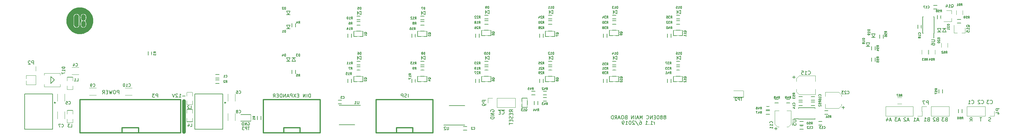
<source format=gbo>
G04 #@! TF.FileFunction,Legend,Bot*
%FSLAX46Y46*%
G04 Gerber Fmt 4.6, Leading zero omitted, Abs format (unit mm)*
G04 Created by KiCad (PCBNEW 4.0.2-stable) date 2019-06-10 2:57:16 PM*
%MOMM*%
G01*
G04 APERTURE LIST*
%ADD10C,0.200000*%
%ADD11C,0.150000*%
%ADD12C,1.000000*%
%ADD13C,0.010000*%
%ADD14C,0.120000*%
%ADD15C,0.066040*%
%ADD16C,0.101600*%
%ADD17C,0.203200*%
%ADD18C,0.304800*%
%ADD19C,0.299720*%
%ADD20C,0.127000*%
%ADD21C,0.350000*%
%ADD22C,0.152400*%
%ADD23R,1.000000X0.900000*%
%ADD24R,1.100000X1.700000*%
%ADD25R,1.700000X1.100000*%
%ADD26R,1.700000X2.700000*%
%ADD27R,3.100000X1.700000*%
%ADD28R,0.900000X1.000000*%
%ADD29R,2.700000X1.700000*%
%ADD30R,5.180000X2.640000*%
%ADD31O,2.640000X5.180000*%
%ADD32C,2.640000*%
%ADD33R,0.862000X0.709600*%
%ADD34R,0.709600X0.862000*%
%ADD35R,2.497760X2.497760*%
%ADD36R,1.600000X2.100000*%
%ADD37O,1.600000X2.100000*%
%ADD38O,4.100000X2.600000*%
%ADD39O,2.600000X2.100000*%
%ADD40O,1.600000X3.600000*%
%ADD41R,1.497000X1.243000*%
%ADD42R,2.700000X1.900000*%
%ADD43O,2.700000X1.900000*%
%ADD44R,1.800000X1.800000*%
%ADD45O,1.800000X1.800000*%
%ADD46R,0.801040X1.100760*%
%ADD47R,1.400000X0.800000*%
%ADD48R,2.900000X1.700000*%
%ADD49R,1.600000X0.550000*%
%ADD50C,2.600000*%
%ADD51R,2.600000X3.600000*%
%ADD52O,4.700000X1.550000*%
%ADD53O,4.400000X1.200000*%
%ADD54O,1.200000X4.400000*%
%ADD55C,1.200000*%
%ADD56R,1.900000X1.900000*%
%ADD57C,1.900000*%
%ADD58R,0.800000X1.400000*%
%ADD59R,1.100760X0.801040*%
%ADD60R,1.550000X0.550000*%
%ADD61R,0.550000X1.550000*%
G04 APERTURE END LIST*
D10*
D11*
X75609523Y-92100000D02*
X75685714Y-92061905D01*
X75799999Y-92061905D01*
X75914285Y-92100000D01*
X75990476Y-92176190D01*
X76028571Y-92252381D01*
X76066666Y-92404762D01*
X76066666Y-92519048D01*
X76028571Y-92671429D01*
X75990476Y-92747619D01*
X75914285Y-92823810D01*
X75799999Y-92861905D01*
X75723809Y-92861905D01*
X75609523Y-92823810D01*
X75571428Y-92785714D01*
X75571428Y-92519048D01*
X75723809Y-92519048D01*
X75228571Y-92861905D02*
X75228571Y-92061905D01*
X74771428Y-92861905D01*
X74771428Y-92061905D01*
X74390476Y-92861905D02*
X74390476Y-92061905D01*
X74200000Y-92061905D01*
X74085714Y-92100000D01*
X74009523Y-92176190D01*
X73971428Y-92252381D01*
X73933333Y-92404762D01*
X73933333Y-92519048D01*
X73971428Y-92671429D01*
X74009523Y-92747619D01*
X74085714Y-92823810D01*
X74200000Y-92861905D01*
X74390476Y-92861905D01*
X150202381Y-89047619D02*
X149726190Y-88714285D01*
X150202381Y-88476190D02*
X149202381Y-88476190D01*
X149202381Y-88857143D01*
X149250000Y-88952381D01*
X149297619Y-89000000D01*
X149392857Y-89047619D01*
X149535714Y-89047619D01*
X149630952Y-89000000D01*
X149678571Y-88952381D01*
X149726190Y-88857143D01*
X149726190Y-88476190D01*
X149678571Y-89476190D02*
X149678571Y-89809524D01*
X150202381Y-89952381D02*
X150202381Y-89476190D01*
X149202381Y-89476190D01*
X149202381Y-89952381D01*
X150154762Y-90333333D02*
X150202381Y-90476190D01*
X150202381Y-90714286D01*
X150154762Y-90809524D01*
X150107143Y-90857143D01*
X150011905Y-90904762D01*
X149916667Y-90904762D01*
X149821429Y-90857143D01*
X149773810Y-90809524D01*
X149726190Y-90714286D01*
X149678571Y-90523809D01*
X149630952Y-90428571D01*
X149583333Y-90380952D01*
X149488095Y-90333333D01*
X149392857Y-90333333D01*
X149297619Y-90380952D01*
X149250000Y-90428571D01*
X149202381Y-90523809D01*
X149202381Y-90761905D01*
X149250000Y-90904762D01*
X149678571Y-91333333D02*
X149678571Y-91666667D01*
X150202381Y-91809524D02*
X150202381Y-91333333D01*
X149202381Y-91333333D01*
X149202381Y-91809524D01*
X149202381Y-92095238D02*
X149202381Y-92666667D01*
X150202381Y-92380952D02*
X149202381Y-92380952D01*
X144000000Y-88988096D02*
X143952381Y-88892858D01*
X143952381Y-88750001D01*
X144000000Y-88607143D01*
X144095238Y-88511905D01*
X144190476Y-88464286D01*
X144380952Y-88416667D01*
X144523810Y-88416667D01*
X144714286Y-88464286D01*
X144809524Y-88511905D01*
X144904762Y-88607143D01*
X144952381Y-88750001D01*
X144952381Y-88845239D01*
X144904762Y-88988096D01*
X144857143Y-89035715D01*
X144523810Y-89035715D01*
X144523810Y-88845239D01*
X144952381Y-89464286D02*
X143952381Y-89464286D01*
X144952381Y-90035715D01*
X143952381Y-90035715D01*
X144952381Y-90511905D02*
X143952381Y-90511905D01*
X143952381Y-90750000D01*
X144000000Y-90892858D01*
X144095238Y-90988096D01*
X144190476Y-91035715D01*
X144380952Y-91083334D01*
X144523810Y-91083334D01*
X144714286Y-91035715D01*
X144809524Y-90988096D01*
X144904762Y-90892858D01*
X144952381Y-90750000D01*
X144952381Y-90511905D01*
X147142857Y-89607143D02*
X147190476Y-89654762D01*
X147333333Y-89702381D01*
X147428571Y-89702381D01*
X147571429Y-89654762D01*
X147666667Y-89559524D01*
X147714286Y-89464286D01*
X147761905Y-89273810D01*
X147761905Y-89130952D01*
X147714286Y-88940476D01*
X147666667Y-88845238D01*
X147571429Y-88750000D01*
X147428571Y-88702381D01*
X147333333Y-88702381D01*
X147190476Y-88750000D01*
X147142857Y-88797619D01*
X146714286Y-89178571D02*
X146380952Y-89178571D01*
X146238095Y-89702381D02*
X146714286Y-89702381D01*
X146714286Y-88702381D01*
X146238095Y-88702381D01*
X147952381Y-88530000D02*
X146047619Y-88530000D01*
X193100000Y-90505952D02*
X193195238Y-90458333D01*
X193242857Y-90410714D01*
X193290476Y-90315476D01*
X193290476Y-90267857D01*
X193242857Y-90172619D01*
X193195238Y-90125000D01*
X193100000Y-90077381D01*
X192909523Y-90077381D01*
X192814285Y-90125000D01*
X192766666Y-90172619D01*
X192719047Y-90267857D01*
X192719047Y-90315476D01*
X192766666Y-90410714D01*
X192814285Y-90458333D01*
X192909523Y-90505952D01*
X193100000Y-90505952D01*
X193195238Y-90553571D01*
X193242857Y-90601190D01*
X193290476Y-90696429D01*
X193290476Y-90886905D01*
X193242857Y-90982143D01*
X193195238Y-91029762D01*
X193100000Y-91077381D01*
X192909523Y-91077381D01*
X192814285Y-91029762D01*
X192766666Y-90982143D01*
X192719047Y-90886905D01*
X192719047Y-90696429D01*
X192766666Y-90601190D01*
X192814285Y-90553571D01*
X192909523Y-90505952D01*
X192147619Y-90505952D02*
X192242857Y-90458333D01*
X192290476Y-90410714D01*
X192338095Y-90315476D01*
X192338095Y-90267857D01*
X192290476Y-90172619D01*
X192242857Y-90125000D01*
X192147619Y-90077381D01*
X191957142Y-90077381D01*
X191861904Y-90125000D01*
X191814285Y-90172619D01*
X191766666Y-90267857D01*
X191766666Y-90315476D01*
X191814285Y-90410714D01*
X191861904Y-90458333D01*
X191957142Y-90505952D01*
X192147619Y-90505952D01*
X192242857Y-90553571D01*
X192290476Y-90601190D01*
X192338095Y-90696429D01*
X192338095Y-90886905D01*
X192290476Y-90982143D01*
X192242857Y-91029762D01*
X192147619Y-91077381D01*
X191957142Y-91077381D01*
X191861904Y-91029762D01*
X191814285Y-90982143D01*
X191766666Y-90886905D01*
X191766666Y-90696429D01*
X191814285Y-90601190D01*
X191861904Y-90553571D01*
X191957142Y-90505952D01*
X191147619Y-90077381D02*
X191052380Y-90077381D01*
X190957142Y-90125000D01*
X190909523Y-90172619D01*
X190861904Y-90267857D01*
X190814285Y-90458333D01*
X190814285Y-90696429D01*
X190861904Y-90886905D01*
X190909523Y-90982143D01*
X190957142Y-91029762D01*
X191052380Y-91077381D01*
X191147619Y-91077381D01*
X191242857Y-91029762D01*
X191290476Y-90982143D01*
X191338095Y-90886905D01*
X191385714Y-90696429D01*
X191385714Y-90458333D01*
X191338095Y-90267857D01*
X191290476Y-90172619D01*
X191242857Y-90125000D01*
X191147619Y-90077381D01*
X190385714Y-90553571D02*
X190052380Y-90553571D01*
X189909523Y-91077381D02*
X190385714Y-91077381D01*
X190385714Y-90077381D01*
X189909523Y-90077381D01*
X189480952Y-91077381D02*
X189480952Y-90077381D01*
X188909523Y-91077381D01*
X188909523Y-90077381D01*
X187861904Y-90982143D02*
X187909523Y-91029762D01*
X188052380Y-91077381D01*
X188147618Y-91077381D01*
X188290476Y-91029762D01*
X188385714Y-90934524D01*
X188433333Y-90839286D01*
X188480952Y-90648810D01*
X188480952Y-90505952D01*
X188433333Y-90315476D01*
X188385714Y-90220238D01*
X188290476Y-90125000D01*
X188147618Y-90077381D01*
X188052380Y-90077381D01*
X187909523Y-90125000D01*
X187861904Y-90172619D01*
X186671428Y-91077381D02*
X186671428Y-90077381D01*
X186338094Y-90791667D01*
X186004761Y-90077381D01*
X186004761Y-91077381D01*
X185576190Y-90791667D02*
X185099999Y-90791667D01*
X185671428Y-91077381D02*
X185338095Y-90077381D01*
X185004761Y-91077381D01*
X184671428Y-91077381D02*
X184671428Y-90077381D01*
X184195238Y-91077381D02*
X184195238Y-90077381D01*
X183623809Y-91077381D01*
X183623809Y-90077381D01*
X182052380Y-90553571D02*
X181909523Y-90601190D01*
X181861904Y-90648810D01*
X181814285Y-90744048D01*
X181814285Y-90886905D01*
X181861904Y-90982143D01*
X181909523Y-91029762D01*
X182004761Y-91077381D01*
X182385714Y-91077381D01*
X182385714Y-90077381D01*
X182052380Y-90077381D01*
X181957142Y-90125000D01*
X181909523Y-90172619D01*
X181861904Y-90267857D01*
X181861904Y-90363095D01*
X181909523Y-90458333D01*
X181957142Y-90505952D01*
X182052380Y-90553571D01*
X182385714Y-90553571D01*
X181195238Y-90077381D02*
X181004761Y-90077381D01*
X180909523Y-90125000D01*
X180814285Y-90220238D01*
X180766666Y-90410714D01*
X180766666Y-90744048D01*
X180814285Y-90934524D01*
X180909523Y-91029762D01*
X181004761Y-91077381D01*
X181195238Y-91077381D01*
X181290476Y-91029762D01*
X181385714Y-90934524D01*
X181433333Y-90744048D01*
X181433333Y-90410714D01*
X181385714Y-90220238D01*
X181290476Y-90125000D01*
X181195238Y-90077381D01*
X180385714Y-90791667D02*
X179909523Y-90791667D01*
X180480952Y-91077381D02*
X180147619Y-90077381D01*
X179814285Y-91077381D01*
X178909523Y-91077381D02*
X179242857Y-90601190D01*
X179480952Y-91077381D02*
X179480952Y-90077381D01*
X179099999Y-90077381D01*
X179004761Y-90125000D01*
X178957142Y-90172619D01*
X178909523Y-90267857D01*
X178909523Y-90410714D01*
X178957142Y-90505952D01*
X179004761Y-90553571D01*
X179099999Y-90601190D01*
X179480952Y-90601190D01*
X178480952Y-91077381D02*
X178480952Y-90077381D01*
X178242857Y-90077381D01*
X178099999Y-90125000D01*
X178004761Y-90220238D01*
X177957142Y-90315476D01*
X177909523Y-90505952D01*
X177909523Y-90648810D01*
X177957142Y-90839286D01*
X178004761Y-90934524D01*
X178099999Y-91029762D01*
X178242857Y-91077381D01*
X178480952Y-91077381D01*
X190147619Y-92627381D02*
X190147619Y-91960714D01*
X190147619Y-92151190D02*
X190100000Y-92055952D01*
X190052381Y-92008333D01*
X189957143Y-91960714D01*
X189861904Y-91960714D01*
X189004761Y-92627381D02*
X189576190Y-92627381D01*
X189290476Y-92627381D02*
X189290476Y-91627381D01*
X189385714Y-91770238D01*
X189480952Y-91865476D01*
X189576190Y-91913095D01*
X188576190Y-92532143D02*
X188528571Y-92579762D01*
X188576190Y-92627381D01*
X188623809Y-92579762D01*
X188576190Y-92532143D01*
X188576190Y-92627381D01*
X187576190Y-92627381D02*
X188147619Y-92627381D01*
X187861905Y-92627381D02*
X187861905Y-91627381D01*
X187957143Y-91770238D01*
X188052381Y-91865476D01*
X188147619Y-91913095D01*
X185957142Y-91627381D02*
X186147619Y-91627381D01*
X186242857Y-91675000D01*
X186290476Y-91722619D01*
X186385714Y-91865476D01*
X186433333Y-92055952D01*
X186433333Y-92436905D01*
X186385714Y-92532143D01*
X186338095Y-92579762D01*
X186242857Y-92627381D01*
X186052380Y-92627381D01*
X185957142Y-92579762D01*
X185909523Y-92532143D01*
X185861904Y-92436905D01*
X185861904Y-92198810D01*
X185909523Y-92103571D01*
X185957142Y-92055952D01*
X186052380Y-92008333D01*
X186242857Y-92008333D01*
X186338095Y-92055952D01*
X186385714Y-92103571D01*
X186433333Y-92198810D01*
X184719047Y-91579762D02*
X185576190Y-92865476D01*
X184433333Y-91722619D02*
X184385714Y-91675000D01*
X184290476Y-91627381D01*
X184052380Y-91627381D01*
X183957142Y-91675000D01*
X183909523Y-91722619D01*
X183861904Y-91817857D01*
X183861904Y-91913095D01*
X183909523Y-92055952D01*
X184480952Y-92627381D01*
X183861904Y-92627381D01*
X183242857Y-91627381D02*
X183147618Y-91627381D01*
X183052380Y-91675000D01*
X183004761Y-91722619D01*
X182957142Y-91817857D01*
X182909523Y-92008333D01*
X182909523Y-92246429D01*
X182957142Y-92436905D01*
X183004761Y-92532143D01*
X183052380Y-92579762D01*
X183147618Y-92627381D01*
X183242857Y-92627381D01*
X183338095Y-92579762D01*
X183385714Y-92532143D01*
X183433333Y-92436905D01*
X183480952Y-92246429D01*
X183480952Y-92008333D01*
X183433333Y-91817857D01*
X183385714Y-91722619D01*
X183338095Y-91675000D01*
X183242857Y-91627381D01*
X181957142Y-92627381D02*
X182528571Y-92627381D01*
X182242857Y-92627381D02*
X182242857Y-91627381D01*
X182338095Y-91770238D01*
X182433333Y-91865476D01*
X182528571Y-91913095D01*
X181480952Y-92627381D02*
X181290476Y-92627381D01*
X181195237Y-92579762D01*
X181147618Y-92532143D01*
X181052380Y-92389286D01*
X181004761Y-92198810D01*
X181004761Y-91817857D01*
X181052380Y-91722619D01*
X181099999Y-91675000D01*
X181195237Y-91627381D01*
X181385714Y-91627381D01*
X181480952Y-91675000D01*
X181528571Y-91722619D01*
X181576190Y-91817857D01*
X181576190Y-92055952D01*
X181528571Y-92151190D01*
X181480952Y-92198810D01*
X181385714Y-92246429D01*
X181195237Y-92246429D01*
X181099999Y-92198810D01*
X181052380Y-92151190D01*
X181004761Y-92055952D01*
D12*
X57600000Y-94750000D02*
X57600000Y-86000000D01*
D11*
X57961905Y-84571429D02*
X57200000Y-84571429D01*
X56200000Y-84952381D02*
X56771429Y-84952381D01*
X56485715Y-84952381D02*
X56485715Y-83952381D01*
X56580953Y-84095238D01*
X56676191Y-84190476D01*
X56771429Y-84238095D01*
X55819048Y-84047619D02*
X55771429Y-84000000D01*
X55676191Y-83952381D01*
X55438095Y-83952381D01*
X55342857Y-84000000D01*
X55295238Y-84047619D01*
X55247619Y-84142857D01*
X55247619Y-84238095D01*
X55295238Y-84380952D01*
X55866667Y-84952381D01*
X55247619Y-84952381D01*
X54961905Y-83952381D02*
X54628572Y-84952381D01*
X54295238Y-83952381D01*
X39309524Y-83952381D02*
X39309524Y-82952381D01*
X38928571Y-82952381D01*
X38833333Y-83000000D01*
X38785714Y-83047619D01*
X38738095Y-83142857D01*
X38738095Y-83285714D01*
X38785714Y-83380952D01*
X38833333Y-83428571D01*
X38928571Y-83476190D01*
X39309524Y-83476190D01*
X38119048Y-82952381D02*
X37928571Y-82952381D01*
X37833333Y-83000000D01*
X37738095Y-83095238D01*
X37690476Y-83285714D01*
X37690476Y-83619048D01*
X37738095Y-83809524D01*
X37833333Y-83904762D01*
X37928571Y-83952381D01*
X38119048Y-83952381D01*
X38214286Y-83904762D01*
X38309524Y-83809524D01*
X38357143Y-83619048D01*
X38357143Y-83285714D01*
X38309524Y-83095238D01*
X38214286Y-83000000D01*
X38119048Y-82952381D01*
X37357143Y-82952381D02*
X37119048Y-83952381D01*
X36928571Y-83238095D01*
X36738095Y-83952381D01*
X36500000Y-82952381D01*
X36119048Y-83428571D02*
X35785714Y-83428571D01*
X35642857Y-83952381D02*
X36119048Y-83952381D01*
X36119048Y-82952381D01*
X35642857Y-82952381D01*
X34642857Y-83952381D02*
X34976191Y-83476190D01*
X35214286Y-83952381D02*
X35214286Y-82952381D01*
X34833333Y-82952381D01*
X34738095Y-83000000D01*
X34690476Y-83047619D01*
X34642857Y-83142857D01*
X34642857Y-83285714D01*
X34690476Y-83380952D01*
X34738095Y-83428571D01*
X34833333Y-83476190D01*
X35214286Y-83476190D01*
X120726190Y-84952381D02*
X120726190Y-83952381D01*
X120297619Y-84904762D02*
X120154762Y-84952381D01*
X119916666Y-84952381D01*
X119821428Y-84904762D01*
X119773809Y-84857143D01*
X119726190Y-84761905D01*
X119726190Y-84666667D01*
X119773809Y-84571429D01*
X119821428Y-84523810D01*
X119916666Y-84476190D01*
X120107143Y-84428571D01*
X120202381Y-84380952D01*
X120250000Y-84333333D01*
X120297619Y-84238095D01*
X120297619Y-84142857D01*
X120250000Y-84047619D01*
X120202381Y-84000000D01*
X120107143Y-83952381D01*
X119869047Y-83952381D01*
X119726190Y-84000000D01*
X119297619Y-84952381D02*
X119297619Y-83952381D01*
X118916666Y-83952381D01*
X118821428Y-84000000D01*
X118773809Y-84047619D01*
X118726190Y-84142857D01*
X118726190Y-84285714D01*
X118773809Y-84380952D01*
X118821428Y-84428571D01*
X118916666Y-84476190D01*
X119297619Y-84476190D01*
X93238095Y-84952381D02*
X93238095Y-83952381D01*
X93000000Y-83952381D01*
X92857142Y-84000000D01*
X92761904Y-84095238D01*
X92714285Y-84190476D01*
X92666666Y-84380952D01*
X92666666Y-84523810D01*
X92714285Y-84714286D01*
X92761904Y-84809524D01*
X92857142Y-84904762D01*
X93000000Y-84952381D01*
X93238095Y-84952381D01*
X92238095Y-84952381D02*
X92238095Y-83952381D01*
X91761905Y-84952381D02*
X91761905Y-83952381D01*
X91190476Y-84952381D01*
X91190476Y-83952381D01*
X89952381Y-84428571D02*
X89619047Y-84428571D01*
X89476190Y-84952381D02*
X89952381Y-84952381D01*
X89952381Y-83952381D01*
X89476190Y-83952381D01*
X89142857Y-83952381D02*
X88476190Y-84952381D01*
X88476190Y-83952381D02*
X89142857Y-84952381D01*
X88095238Y-84952381D02*
X88095238Y-83952381D01*
X87714285Y-83952381D01*
X87619047Y-84000000D01*
X87571428Y-84047619D01*
X87523809Y-84142857D01*
X87523809Y-84285714D01*
X87571428Y-84380952D01*
X87619047Y-84428571D01*
X87714285Y-84476190D01*
X88095238Y-84476190D01*
X87142857Y-84666667D02*
X86666666Y-84666667D01*
X87238095Y-84952381D02*
X86904762Y-83952381D01*
X86571428Y-84952381D01*
X86238095Y-84952381D02*
X86238095Y-83952381D01*
X85666666Y-84952381D01*
X85666666Y-83952381D01*
X85190476Y-84952381D02*
X85190476Y-83952381D01*
X84952381Y-83952381D01*
X84809523Y-84000000D01*
X84714285Y-84095238D01*
X84666666Y-84190476D01*
X84619047Y-84380952D01*
X84619047Y-84523810D01*
X84666666Y-84714286D01*
X84714285Y-84809524D01*
X84809523Y-84904762D01*
X84952381Y-84952381D01*
X85190476Y-84952381D01*
X84190476Y-84428571D02*
X83857142Y-84428571D01*
X83714285Y-84952381D02*
X84190476Y-84952381D01*
X84190476Y-83952381D01*
X83714285Y-83952381D01*
X82714285Y-84952381D02*
X83047619Y-84476190D01*
X83285714Y-84952381D02*
X83285714Y-83952381D01*
X82904761Y-83952381D01*
X82809523Y-84000000D01*
X82761904Y-84047619D01*
X82714285Y-84142857D01*
X82714285Y-84285714D01*
X82761904Y-84380952D01*
X82809523Y-84428571D01*
X82904761Y-84476190D01*
X83285714Y-84476190D01*
X284785714Y-91654762D02*
X284642857Y-91702381D01*
X284404761Y-91702381D01*
X284309523Y-91654762D01*
X284261904Y-91607143D01*
X284214285Y-91511905D01*
X284214285Y-91416667D01*
X284261904Y-91321429D01*
X284309523Y-91273810D01*
X284404761Y-91226190D01*
X284595238Y-91178571D01*
X284690476Y-91130952D01*
X284738095Y-91083333D01*
X284785714Y-90988095D01*
X284785714Y-90892857D01*
X284738095Y-90797619D01*
X284690476Y-90750000D01*
X284595238Y-90702381D01*
X284357142Y-90702381D01*
X284214285Y-90750000D01*
X278940476Y-91702381D02*
X279273810Y-91226190D01*
X279511905Y-91702381D02*
X279511905Y-90702381D01*
X279130952Y-90702381D01*
X279035714Y-90750000D01*
X278988095Y-90797619D01*
X278940476Y-90892857D01*
X278940476Y-91035714D01*
X278988095Y-91130952D01*
X279035714Y-91178571D01*
X279130952Y-91226190D01*
X279511905Y-91226190D01*
X282285714Y-90702381D02*
X281714285Y-90702381D01*
X282000000Y-91702381D02*
X282000000Y-90702381D01*
X256764286Y-91416667D02*
X256288095Y-91416667D01*
X256859524Y-91702381D02*
X256526191Y-90702381D01*
X256192857Y-91702381D01*
X255430952Y-91035714D02*
X255430952Y-91702381D01*
X255669048Y-90654762D02*
X255907143Y-91369048D01*
X255288095Y-91369048D01*
X259264286Y-91416667D02*
X258788095Y-91416667D01*
X259359524Y-91702381D02*
X259026191Y-90702381D01*
X258692857Y-91702381D01*
X258454762Y-90702381D02*
X257835714Y-90702381D01*
X258169048Y-91083333D01*
X258026190Y-91083333D01*
X257930952Y-91130952D01*
X257883333Y-91178571D01*
X257835714Y-91273810D01*
X257835714Y-91511905D01*
X257883333Y-91607143D01*
X257930952Y-91654762D01*
X258026190Y-91702381D01*
X258311905Y-91702381D01*
X258407143Y-91654762D01*
X258454762Y-91607143D01*
X261764286Y-91416667D02*
X261288095Y-91416667D01*
X261859524Y-91702381D02*
X261526191Y-90702381D01*
X261192857Y-91702381D01*
X260907143Y-90797619D02*
X260859524Y-90750000D01*
X260764286Y-90702381D01*
X260526190Y-90702381D01*
X260430952Y-90750000D01*
X260383333Y-90797619D01*
X260335714Y-90892857D01*
X260335714Y-90988095D01*
X260383333Y-91130952D01*
X260954762Y-91702381D01*
X260335714Y-91702381D01*
X264514286Y-91416667D02*
X264038095Y-91416667D01*
X264609524Y-91702381D02*
X264276191Y-90702381D01*
X263942857Y-91702381D01*
X263085714Y-91702381D02*
X263657143Y-91702381D01*
X263371429Y-91702381D02*
X263371429Y-90702381D01*
X263466667Y-90845238D01*
X263561905Y-90940476D01*
X263657143Y-90988095D01*
X279416666Y-86657143D02*
X279464285Y-86704762D01*
X279607142Y-86752381D01*
X279702380Y-86752381D01*
X279845238Y-86704762D01*
X279940476Y-86609524D01*
X279988095Y-86514286D01*
X280035714Y-86323810D01*
X280035714Y-86180952D01*
X279988095Y-85990476D01*
X279940476Y-85895238D01*
X279845238Y-85800000D01*
X279702380Y-85752381D01*
X279607142Y-85752381D01*
X279464285Y-85800000D01*
X279416666Y-85847619D01*
X278464285Y-86752381D02*
X279035714Y-86752381D01*
X278750000Y-86752381D02*
X278750000Y-85752381D01*
X278845238Y-85895238D01*
X278940476Y-85990476D01*
X279035714Y-86038095D01*
X282166666Y-86657143D02*
X282214285Y-86704762D01*
X282357142Y-86752381D01*
X282452380Y-86752381D01*
X282595238Y-86704762D01*
X282690476Y-86609524D01*
X282738095Y-86514286D01*
X282785714Y-86323810D01*
X282785714Y-86180952D01*
X282738095Y-85990476D01*
X282690476Y-85895238D01*
X282595238Y-85800000D01*
X282452380Y-85752381D01*
X282357142Y-85752381D01*
X282214285Y-85800000D01*
X282166666Y-85847619D01*
X281785714Y-85847619D02*
X281738095Y-85800000D01*
X281642857Y-85752381D01*
X281404761Y-85752381D01*
X281309523Y-85800000D01*
X281261904Y-85847619D01*
X281214285Y-85942857D01*
X281214285Y-86038095D01*
X281261904Y-86180952D01*
X281833333Y-86752381D01*
X281214285Y-86752381D01*
X284666666Y-86657143D02*
X284714285Y-86704762D01*
X284857142Y-86752381D01*
X284952380Y-86752381D01*
X285095238Y-86704762D01*
X285190476Y-86609524D01*
X285238095Y-86514286D01*
X285285714Y-86323810D01*
X285285714Y-86180952D01*
X285238095Y-85990476D01*
X285190476Y-85895238D01*
X285095238Y-85800000D01*
X284952380Y-85752381D01*
X284857142Y-85752381D01*
X284714285Y-85800000D01*
X284666666Y-85847619D01*
X284333333Y-85752381D02*
X283714285Y-85752381D01*
X284047619Y-86133333D01*
X283904761Y-86133333D01*
X283809523Y-86180952D01*
X283761904Y-86228571D01*
X283714285Y-86323810D01*
X283714285Y-86561905D01*
X283761904Y-86657143D01*
X283809523Y-86704762D01*
X283904761Y-86752381D01*
X284190476Y-86752381D01*
X284285714Y-86704762D01*
X284333333Y-86657143D01*
X272254761Y-91178571D02*
X272111904Y-91226190D01*
X272064285Y-91273810D01*
X272016666Y-91369048D01*
X272016666Y-91511905D01*
X272064285Y-91607143D01*
X272111904Y-91654762D01*
X272207142Y-91702381D01*
X272588095Y-91702381D01*
X272588095Y-90702381D01*
X272254761Y-90702381D01*
X272159523Y-90750000D01*
X272111904Y-90797619D01*
X272064285Y-90892857D01*
X272064285Y-90988095D01*
X272111904Y-91083333D01*
X272159523Y-91130952D01*
X272254761Y-91178571D01*
X272588095Y-91178571D01*
X271683333Y-90702381D02*
X271064285Y-90702381D01*
X271397619Y-91083333D01*
X271254761Y-91083333D01*
X271159523Y-91130952D01*
X271111904Y-91178571D01*
X271064285Y-91273810D01*
X271064285Y-91511905D01*
X271111904Y-91607143D01*
X271159523Y-91654762D01*
X271254761Y-91702381D01*
X271540476Y-91702381D01*
X271635714Y-91654762D01*
X271683333Y-91607143D01*
X269754761Y-91178571D02*
X269611904Y-91226190D01*
X269564285Y-91273810D01*
X269516666Y-91369048D01*
X269516666Y-91511905D01*
X269564285Y-91607143D01*
X269611904Y-91654762D01*
X269707142Y-91702381D01*
X270088095Y-91702381D01*
X270088095Y-90702381D01*
X269754761Y-90702381D01*
X269659523Y-90750000D01*
X269611904Y-90797619D01*
X269564285Y-90892857D01*
X269564285Y-90988095D01*
X269611904Y-91083333D01*
X269659523Y-91130952D01*
X269754761Y-91178571D01*
X270088095Y-91178571D01*
X269135714Y-90797619D02*
X269088095Y-90750000D01*
X268992857Y-90702381D01*
X268754761Y-90702381D01*
X268659523Y-90750000D01*
X268611904Y-90797619D01*
X268564285Y-90892857D01*
X268564285Y-90988095D01*
X268611904Y-91130952D01*
X269183333Y-91702381D01*
X268564285Y-91702381D01*
X267254761Y-91178571D02*
X267111904Y-91226190D01*
X267064285Y-91273810D01*
X267016666Y-91369048D01*
X267016666Y-91511905D01*
X267064285Y-91607143D01*
X267111904Y-91654762D01*
X267207142Y-91702381D01*
X267588095Y-91702381D01*
X267588095Y-90702381D01*
X267254761Y-90702381D01*
X267159523Y-90750000D01*
X267111904Y-90797619D01*
X267064285Y-90892857D01*
X267064285Y-90988095D01*
X267111904Y-91083333D01*
X267159523Y-91130952D01*
X267254761Y-91178571D01*
X267588095Y-91178571D01*
X266064285Y-91702381D02*
X266635714Y-91702381D01*
X266350000Y-91702381D02*
X266350000Y-90702381D01*
X266445238Y-90845238D01*
X266540476Y-90940476D01*
X266635714Y-90988095D01*
D13*
G36*
X28141597Y-59510750D02*
X28012965Y-59512861D01*
X27893926Y-59516645D01*
X27789921Y-59522101D01*
X27706391Y-59529229D01*
X27675552Y-59533186D01*
X27361624Y-59594396D01*
X27054236Y-59682781D01*
X26755357Y-59797345D01*
X26466951Y-59937093D01*
X26190988Y-60101030D01*
X25929432Y-60288159D01*
X25684252Y-60497485D01*
X25589205Y-60589206D01*
X25368043Y-60830270D01*
X25170180Y-61087520D01*
X24996105Y-61359995D01*
X24846301Y-61646736D01*
X24721255Y-61946782D01*
X24621453Y-62259175D01*
X24547380Y-62582952D01*
X24530256Y-62682109D01*
X24519813Y-62768266D01*
X24511825Y-62876873D01*
X24506293Y-63001950D01*
X24503216Y-63137512D01*
X24502595Y-63277578D01*
X24504430Y-63416166D01*
X24508721Y-63547292D01*
X24515467Y-63664975D01*
X24524668Y-63763232D01*
X24530256Y-63803621D01*
X24596549Y-64131474D01*
X24688521Y-64447512D01*
X24805945Y-64751140D01*
X24948595Y-65041766D01*
X25102277Y-65297697D01*
X25294086Y-65564170D01*
X25505725Y-65810558D01*
X25736039Y-66036115D01*
X25983873Y-66240096D01*
X26248071Y-66421757D01*
X26527479Y-66580354D01*
X26820940Y-66715142D01*
X27127300Y-66825376D01*
X27445403Y-66910312D01*
X27672078Y-66953931D01*
X27720635Y-66959741D01*
X27790756Y-66965309D01*
X27877552Y-66970497D01*
X27976137Y-66975161D01*
X28081622Y-66979164D01*
X28189119Y-66982362D01*
X28293742Y-66984616D01*
X28390601Y-66985785D01*
X28474809Y-66985728D01*
X28541479Y-66984304D01*
X28585722Y-66981374D01*
X28592472Y-66980429D01*
X28622540Y-66976043D01*
X28672090Y-66969474D01*
X28732261Y-66961885D01*
X28756573Y-66958914D01*
X29030154Y-66913002D01*
X29307773Y-66841841D01*
X29584498Y-66747271D01*
X29855394Y-66631135D01*
X30115529Y-66495275D01*
X30297696Y-66383454D01*
X30564449Y-66191477D01*
X30811002Y-65979767D01*
X31036629Y-65749452D01*
X31240607Y-65501662D01*
X31422208Y-65237524D01*
X31580707Y-64958169D01*
X31715380Y-64664725D01*
X31825501Y-64358321D01*
X31910343Y-64040086D01*
X31955474Y-63803621D01*
X31965917Y-63717465D01*
X31973905Y-63608857D01*
X31979437Y-63483781D01*
X31982514Y-63348219D01*
X31983135Y-63208153D01*
X31981300Y-63069565D01*
X31977009Y-62938438D01*
X31970263Y-62820755D01*
X31961062Y-62722498D01*
X31955474Y-62682109D01*
X31889181Y-62354256D01*
X31879932Y-62322472D01*
X30062106Y-62322472D01*
X30053788Y-62524341D01*
X30028593Y-62703875D01*
X29986255Y-62861946D01*
X29926508Y-62999427D01*
X29849085Y-63117188D01*
X29803788Y-63168817D01*
X29769401Y-63205032D01*
X29744489Y-63232296D01*
X29734098Y-63245076D01*
X29734045Y-63245293D01*
X29743617Y-63256361D01*
X29768405Y-63280780D01*
X29794691Y-63305500D01*
X29875577Y-63398871D01*
X29942649Y-63515775D01*
X29995369Y-63654483D01*
X30033196Y-63813262D01*
X30055591Y-63990383D01*
X30062106Y-64163259D01*
X30053505Y-64370413D01*
X30027730Y-64554831D01*
X29984726Y-64716612D01*
X29924436Y-64855857D01*
X29846803Y-64972665D01*
X29751772Y-65067137D01*
X29639287Y-65139371D01*
X29509290Y-65189469D01*
X29480307Y-65197054D01*
X29414084Y-65208069D01*
X29329652Y-65214947D01*
X29237060Y-65217542D01*
X29146356Y-65215708D01*
X29067590Y-65209300D01*
X29031966Y-65203560D01*
X28904220Y-65163156D01*
X28785647Y-65098463D01*
X28680922Y-65013043D01*
X28594723Y-64910463D01*
X28551384Y-64837342D01*
X28498367Y-64707437D01*
X28458811Y-64556823D01*
X28433323Y-64390268D01*
X28422507Y-64212544D01*
X28426968Y-64028419D01*
X28435965Y-63927809D01*
X28466277Y-63748764D01*
X28514304Y-63590789D01*
X28571917Y-63470886D01*
X28143010Y-63470886D01*
X28143009Y-63665248D01*
X28142823Y-63835102D01*
X28142301Y-63982465D01*
X28141292Y-64109351D01*
X28139646Y-64217777D01*
X28137213Y-64309759D01*
X28133840Y-64387311D01*
X28129379Y-64452450D01*
X28123677Y-64507191D01*
X28116585Y-64553551D01*
X28107951Y-64593544D01*
X28097625Y-64629187D01*
X28085456Y-64662496D01*
X28071294Y-64695485D01*
X28054988Y-64730172D01*
X28036386Y-64768571D01*
X28028164Y-64785640D01*
X27952160Y-64914357D01*
X27858304Y-65021696D01*
X27747971Y-65106540D01*
X27622538Y-65167772D01*
X27522247Y-65196914D01*
X27423160Y-65211436D01*
X27309405Y-65217160D01*
X27193467Y-65214069D01*
X27087833Y-65202150D01*
X27062983Y-65197476D01*
X26952038Y-65167193D01*
X26857287Y-65123849D01*
X26769557Y-65062426D01*
X26700492Y-64999127D01*
X26614494Y-64899578D01*
X26545666Y-64788061D01*
X26490779Y-64658736D01*
X26463133Y-64569944D01*
X26457346Y-64548600D01*
X26452300Y-64527729D01*
X26447934Y-64505286D01*
X26444188Y-64479227D01*
X26441000Y-64447505D01*
X26438312Y-64408076D01*
X26436061Y-64358896D01*
X26434188Y-64297918D01*
X26432632Y-64223097D01*
X26431333Y-64132389D01*
X26430229Y-64023749D01*
X26429260Y-63895131D01*
X26428367Y-63744491D01*
X26427487Y-63569782D01*
X26426561Y-63368961D01*
X26426379Y-63328483D01*
X26425483Y-63096500D01*
X26425020Y-62891714D01*
X26425003Y-62712788D01*
X26425444Y-62558383D01*
X26426356Y-62427160D01*
X26427752Y-62317782D01*
X26429644Y-62228909D01*
X26432046Y-62159204D01*
X26434969Y-62107328D01*
X26438319Y-62072753D01*
X26470917Y-61900555D01*
X26520428Y-61750433D01*
X26587445Y-61621053D01*
X26672560Y-61511079D01*
X26699855Y-61483449D01*
X26803954Y-61398189D01*
X26916903Y-61335317D01*
X27042431Y-61293474D01*
X27184266Y-61271305D01*
X27295217Y-61266765D01*
X27458737Y-61278033D01*
X27605515Y-61312407D01*
X27735451Y-61369807D01*
X27848446Y-61450153D01*
X27944399Y-61553365D01*
X28023210Y-61679364D01*
X28084779Y-61828071D01*
X28110316Y-61915787D01*
X28142977Y-62044214D01*
X28142977Y-63250000D01*
X28143010Y-63470886D01*
X28571917Y-63470886D01*
X28579807Y-63454467D01*
X28662547Y-63340384D01*
X28685862Y-63315442D01*
X28760939Y-63239156D01*
X28684150Y-63163321D01*
X28600620Y-63061456D01*
X28532482Y-62936710D01*
X28480179Y-62790511D01*
X28444153Y-62624288D01*
X28424848Y-62439471D01*
X28421470Y-62315337D01*
X28430144Y-62118250D01*
X28455913Y-61939527D01*
X28498398Y-61780446D01*
X28557218Y-61642285D01*
X28631994Y-61526320D01*
X28668553Y-61484027D01*
X28757713Y-61403180D01*
X28854446Y-61343243D01*
X28963613Y-61302181D01*
X29090071Y-61277957D01*
X29177710Y-61270581D01*
X29344828Y-61272355D01*
X29494171Y-61296035D01*
X29625845Y-61341748D01*
X29739959Y-61409622D01*
X29836620Y-61499785D01*
X29915936Y-61612366D01*
X29978015Y-61747493D01*
X30022964Y-61905294D01*
X30050892Y-62085897D01*
X30061905Y-62289431D01*
X30062106Y-62322472D01*
X31879932Y-62322472D01*
X31797209Y-62038219D01*
X31679785Y-61734591D01*
X31537135Y-61443964D01*
X31383453Y-61188034D01*
X31193903Y-60924903D01*
X30983989Y-60680611D01*
X30755290Y-60456171D01*
X30509383Y-60252598D01*
X30247844Y-60070907D01*
X29972250Y-59912111D01*
X29684179Y-59777225D01*
X29385207Y-59667262D01*
X29076912Y-59583237D01*
X28810178Y-59533186D01*
X28738237Y-59525267D01*
X28643247Y-59519020D01*
X28530647Y-59514444D01*
X28405878Y-59511541D01*
X28274382Y-59510310D01*
X28141597Y-59510750D01*
X28141597Y-59510750D01*
G37*
X28141597Y-59510750D02*
X28012965Y-59512861D01*
X27893926Y-59516645D01*
X27789921Y-59522101D01*
X27706391Y-59529229D01*
X27675552Y-59533186D01*
X27361624Y-59594396D01*
X27054236Y-59682781D01*
X26755357Y-59797345D01*
X26466951Y-59937093D01*
X26190988Y-60101030D01*
X25929432Y-60288159D01*
X25684252Y-60497485D01*
X25589205Y-60589206D01*
X25368043Y-60830270D01*
X25170180Y-61087520D01*
X24996105Y-61359995D01*
X24846301Y-61646736D01*
X24721255Y-61946782D01*
X24621453Y-62259175D01*
X24547380Y-62582952D01*
X24530256Y-62682109D01*
X24519813Y-62768266D01*
X24511825Y-62876873D01*
X24506293Y-63001950D01*
X24503216Y-63137512D01*
X24502595Y-63277578D01*
X24504430Y-63416166D01*
X24508721Y-63547292D01*
X24515467Y-63664975D01*
X24524668Y-63763232D01*
X24530256Y-63803621D01*
X24596549Y-64131474D01*
X24688521Y-64447512D01*
X24805945Y-64751140D01*
X24948595Y-65041766D01*
X25102277Y-65297697D01*
X25294086Y-65564170D01*
X25505725Y-65810558D01*
X25736039Y-66036115D01*
X25983873Y-66240096D01*
X26248071Y-66421757D01*
X26527479Y-66580354D01*
X26820940Y-66715142D01*
X27127300Y-66825376D01*
X27445403Y-66910312D01*
X27672078Y-66953931D01*
X27720635Y-66959741D01*
X27790756Y-66965309D01*
X27877552Y-66970497D01*
X27976137Y-66975161D01*
X28081622Y-66979164D01*
X28189119Y-66982362D01*
X28293742Y-66984616D01*
X28390601Y-66985785D01*
X28474809Y-66985728D01*
X28541479Y-66984304D01*
X28585722Y-66981374D01*
X28592472Y-66980429D01*
X28622540Y-66976043D01*
X28672090Y-66969474D01*
X28732261Y-66961885D01*
X28756573Y-66958914D01*
X29030154Y-66913002D01*
X29307773Y-66841841D01*
X29584498Y-66747271D01*
X29855394Y-66631135D01*
X30115529Y-66495275D01*
X30297696Y-66383454D01*
X30564449Y-66191477D01*
X30811002Y-65979767D01*
X31036629Y-65749452D01*
X31240607Y-65501662D01*
X31422208Y-65237524D01*
X31580707Y-64958169D01*
X31715380Y-64664725D01*
X31825501Y-64358321D01*
X31910343Y-64040086D01*
X31955474Y-63803621D01*
X31965917Y-63717465D01*
X31973905Y-63608857D01*
X31979437Y-63483781D01*
X31982514Y-63348219D01*
X31983135Y-63208153D01*
X31981300Y-63069565D01*
X31977009Y-62938438D01*
X31970263Y-62820755D01*
X31961062Y-62722498D01*
X31955474Y-62682109D01*
X31889181Y-62354256D01*
X31879932Y-62322472D01*
X30062106Y-62322472D01*
X30053788Y-62524341D01*
X30028593Y-62703875D01*
X29986255Y-62861946D01*
X29926508Y-62999427D01*
X29849085Y-63117188D01*
X29803788Y-63168817D01*
X29769401Y-63205032D01*
X29744489Y-63232296D01*
X29734098Y-63245076D01*
X29734045Y-63245293D01*
X29743617Y-63256361D01*
X29768405Y-63280780D01*
X29794691Y-63305500D01*
X29875577Y-63398871D01*
X29942649Y-63515775D01*
X29995369Y-63654483D01*
X30033196Y-63813262D01*
X30055591Y-63990383D01*
X30062106Y-64163259D01*
X30053505Y-64370413D01*
X30027730Y-64554831D01*
X29984726Y-64716612D01*
X29924436Y-64855857D01*
X29846803Y-64972665D01*
X29751772Y-65067137D01*
X29639287Y-65139371D01*
X29509290Y-65189469D01*
X29480307Y-65197054D01*
X29414084Y-65208069D01*
X29329652Y-65214947D01*
X29237060Y-65217542D01*
X29146356Y-65215708D01*
X29067590Y-65209300D01*
X29031966Y-65203560D01*
X28904220Y-65163156D01*
X28785647Y-65098463D01*
X28680922Y-65013043D01*
X28594723Y-64910463D01*
X28551384Y-64837342D01*
X28498367Y-64707437D01*
X28458811Y-64556823D01*
X28433323Y-64390268D01*
X28422507Y-64212544D01*
X28426968Y-64028419D01*
X28435965Y-63927809D01*
X28466277Y-63748764D01*
X28514304Y-63590789D01*
X28571917Y-63470886D01*
X28143010Y-63470886D01*
X28143009Y-63665248D01*
X28142823Y-63835102D01*
X28142301Y-63982465D01*
X28141292Y-64109351D01*
X28139646Y-64217777D01*
X28137213Y-64309759D01*
X28133840Y-64387311D01*
X28129379Y-64452450D01*
X28123677Y-64507191D01*
X28116585Y-64553551D01*
X28107951Y-64593544D01*
X28097625Y-64629187D01*
X28085456Y-64662496D01*
X28071294Y-64695485D01*
X28054988Y-64730172D01*
X28036386Y-64768571D01*
X28028164Y-64785640D01*
X27952160Y-64914357D01*
X27858304Y-65021696D01*
X27747971Y-65106540D01*
X27622538Y-65167772D01*
X27522247Y-65196914D01*
X27423160Y-65211436D01*
X27309405Y-65217160D01*
X27193467Y-65214069D01*
X27087833Y-65202150D01*
X27062983Y-65197476D01*
X26952038Y-65167193D01*
X26857287Y-65123849D01*
X26769557Y-65062426D01*
X26700492Y-64999127D01*
X26614494Y-64899578D01*
X26545666Y-64788061D01*
X26490779Y-64658736D01*
X26463133Y-64569944D01*
X26457346Y-64548600D01*
X26452300Y-64527729D01*
X26447934Y-64505286D01*
X26444188Y-64479227D01*
X26441000Y-64447505D01*
X26438312Y-64408076D01*
X26436061Y-64358896D01*
X26434188Y-64297918D01*
X26432632Y-64223097D01*
X26431333Y-64132389D01*
X26430229Y-64023749D01*
X26429260Y-63895131D01*
X26428367Y-63744491D01*
X26427487Y-63569782D01*
X26426561Y-63368961D01*
X26426379Y-63328483D01*
X26425483Y-63096500D01*
X26425020Y-62891714D01*
X26425003Y-62712788D01*
X26425444Y-62558383D01*
X26426356Y-62427160D01*
X26427752Y-62317782D01*
X26429644Y-62228909D01*
X26432046Y-62159204D01*
X26434969Y-62107328D01*
X26438319Y-62072753D01*
X26470917Y-61900555D01*
X26520428Y-61750433D01*
X26587445Y-61621053D01*
X26672560Y-61511079D01*
X26699855Y-61483449D01*
X26803954Y-61398189D01*
X26916903Y-61335317D01*
X27042431Y-61293474D01*
X27184266Y-61271305D01*
X27295217Y-61266765D01*
X27458737Y-61278033D01*
X27605515Y-61312407D01*
X27735451Y-61369807D01*
X27848446Y-61450153D01*
X27944399Y-61553365D01*
X28023210Y-61679364D01*
X28084779Y-61828071D01*
X28110316Y-61915787D01*
X28142977Y-62044214D01*
X28142977Y-63250000D01*
X28143010Y-63470886D01*
X28571917Y-63470886D01*
X28579807Y-63454467D01*
X28662547Y-63340384D01*
X28685862Y-63315442D01*
X28760939Y-63239156D01*
X28684150Y-63163321D01*
X28600620Y-63061456D01*
X28532482Y-62936710D01*
X28480179Y-62790511D01*
X28444153Y-62624288D01*
X28424848Y-62439471D01*
X28421470Y-62315337D01*
X28430144Y-62118250D01*
X28455913Y-61939527D01*
X28498398Y-61780446D01*
X28557218Y-61642285D01*
X28631994Y-61526320D01*
X28668553Y-61484027D01*
X28757713Y-61403180D01*
X28854446Y-61343243D01*
X28963613Y-61302181D01*
X29090071Y-61277957D01*
X29177710Y-61270581D01*
X29344828Y-61272355D01*
X29494171Y-61296035D01*
X29625845Y-61341748D01*
X29739959Y-61409622D01*
X29836620Y-61499785D01*
X29915936Y-61612366D01*
X29978015Y-61747493D01*
X30022964Y-61905294D01*
X30050892Y-62085897D01*
X30061905Y-62289431D01*
X30062106Y-62322472D01*
X31879932Y-62322472D01*
X31797209Y-62038219D01*
X31679785Y-61734591D01*
X31537135Y-61443964D01*
X31383453Y-61188034D01*
X31193903Y-60924903D01*
X30983989Y-60680611D01*
X30755290Y-60456171D01*
X30509383Y-60252598D01*
X30247844Y-60070907D01*
X29972250Y-59912111D01*
X29684179Y-59777225D01*
X29385207Y-59667262D01*
X29076912Y-59583237D01*
X28810178Y-59533186D01*
X28738237Y-59525267D01*
X28643247Y-59519020D01*
X28530647Y-59514444D01*
X28405878Y-59511541D01*
X28274382Y-59510310D01*
X28141597Y-59510750D01*
G36*
X29135233Y-63332192D02*
X29047929Y-63345058D01*
X28990890Y-63361570D01*
X28900527Y-63407807D01*
X28825475Y-63470327D01*
X28764708Y-63551058D01*
X28717199Y-63651928D01*
X28681918Y-63774865D01*
X28657840Y-63921796D01*
X28649968Y-64001310D01*
X28643093Y-64161497D01*
X28648120Y-64318544D01*
X28664380Y-64466697D01*
X28691205Y-64600201D01*
X28727928Y-64713304D01*
X28734412Y-64728524D01*
X28780703Y-64805206D01*
X28846577Y-64877435D01*
X28923396Y-64936499D01*
X28961444Y-64957530D01*
X28999705Y-64974486D01*
X29035490Y-64985916D01*
X29076344Y-64993094D01*
X29129809Y-64997291D01*
X29203430Y-64999782D01*
X29213202Y-65000009D01*
X29284576Y-65000619D01*
X29349286Y-64999355D01*
X29399831Y-64996476D01*
X29427247Y-64992654D01*
X29536379Y-64951468D01*
X29630352Y-64890506D01*
X29705118Y-64812894D01*
X29745659Y-64746666D01*
X29777212Y-64674367D01*
X29801178Y-64601129D01*
X29818439Y-64521565D01*
X29829877Y-64430290D01*
X29836373Y-64321917D01*
X29838811Y-64191062D01*
X29838863Y-64177528D01*
X29838747Y-64075512D01*
X29837454Y-63996119D01*
X29834536Y-63933443D01*
X29829542Y-63881578D01*
X29822023Y-63834616D01*
X29811530Y-63786652D01*
X29808033Y-63772379D01*
X29767646Y-63644704D01*
X29715307Y-63541301D01*
X29649161Y-63459752D01*
X29567354Y-63397635D01*
X29493559Y-63361931D01*
X29421396Y-63342329D01*
X29331359Y-63330834D01*
X29232841Y-63327452D01*
X29135233Y-63332192D01*
X29135233Y-63332192D01*
G37*
X29135233Y-63332192D02*
X29047929Y-63345058D01*
X28990890Y-63361570D01*
X28900527Y-63407807D01*
X28825475Y-63470327D01*
X28764708Y-63551058D01*
X28717199Y-63651928D01*
X28681918Y-63774865D01*
X28657840Y-63921796D01*
X28649968Y-64001310D01*
X28643093Y-64161497D01*
X28648120Y-64318544D01*
X28664380Y-64466697D01*
X28691205Y-64600201D01*
X28727928Y-64713304D01*
X28734412Y-64728524D01*
X28780703Y-64805206D01*
X28846577Y-64877435D01*
X28923396Y-64936499D01*
X28961444Y-64957530D01*
X28999705Y-64974486D01*
X29035490Y-64985916D01*
X29076344Y-64993094D01*
X29129809Y-64997291D01*
X29203430Y-64999782D01*
X29213202Y-65000009D01*
X29284576Y-65000619D01*
X29349286Y-64999355D01*
X29399831Y-64996476D01*
X29427247Y-64992654D01*
X29536379Y-64951468D01*
X29630352Y-64890506D01*
X29705118Y-64812894D01*
X29745659Y-64746666D01*
X29777212Y-64674367D01*
X29801178Y-64601129D01*
X29818439Y-64521565D01*
X29829877Y-64430290D01*
X29836373Y-64321917D01*
X29838811Y-64191062D01*
X29838863Y-64177528D01*
X29838747Y-64075512D01*
X29837454Y-63996119D01*
X29834536Y-63933443D01*
X29829542Y-63881578D01*
X29822023Y-63834616D01*
X29811530Y-63786652D01*
X29808033Y-63772379D01*
X29767646Y-63644704D01*
X29715307Y-63541301D01*
X29649161Y-63459752D01*
X29567354Y-63397635D01*
X29493559Y-63361931D01*
X29421396Y-63342329D01*
X29331359Y-63330834D01*
X29232841Y-63327452D01*
X29135233Y-63332192D01*
G36*
X29155536Y-61488223D02*
X29098416Y-61489913D01*
X29056659Y-61493900D01*
X29023681Y-61501137D01*
X28992893Y-61512575D01*
X28961444Y-61527329D01*
X28875871Y-61579888D01*
X28805518Y-61647359D01*
X28749231Y-61732059D01*
X28705851Y-61836302D01*
X28674222Y-61962403D01*
X28653187Y-62112679D01*
X28649699Y-62151236D01*
X28642871Y-62303524D01*
X28646939Y-62453553D01*
X28661221Y-62595901D01*
X28685034Y-62725143D01*
X28717696Y-62835859D01*
X28743353Y-62895330D01*
X28805538Y-62987837D01*
X28887634Y-63061051D01*
X28987877Y-63114245D01*
X29104503Y-63146694D01*
X29235749Y-63157671D01*
X29359986Y-63149252D01*
X29480319Y-63121308D01*
X29583916Y-63071965D01*
X29668984Y-63002434D01*
X29733729Y-62913923D01*
X29746873Y-62888248D01*
X29778984Y-62813003D01*
X29803282Y-62737347D01*
X29820622Y-62655853D01*
X29831859Y-62563090D01*
X29837848Y-62453629D01*
X29839446Y-62322041D01*
X29839365Y-62301068D01*
X29836756Y-62167227D01*
X29829928Y-62056264D01*
X29817966Y-61962712D01*
X29799955Y-61881101D01*
X29774982Y-61805962D01*
X29745236Y-61738191D01*
X29693203Y-61658894D01*
X29621183Y-61588162D01*
X29537719Y-61533853D01*
X29508883Y-61520779D01*
X29471202Y-61506999D01*
X29434390Y-61497646D01*
X29391585Y-61491898D01*
X29335926Y-61488931D01*
X29260553Y-61487923D01*
X29234607Y-61487880D01*
X29155536Y-61488223D01*
X29155536Y-61488223D01*
G37*
X29155536Y-61488223D02*
X29098416Y-61489913D01*
X29056659Y-61493900D01*
X29023681Y-61501137D01*
X28992893Y-61512575D01*
X28961444Y-61527329D01*
X28875871Y-61579888D01*
X28805518Y-61647359D01*
X28749231Y-61732059D01*
X28705851Y-61836302D01*
X28674222Y-61962403D01*
X28653187Y-62112679D01*
X28649699Y-62151236D01*
X28642871Y-62303524D01*
X28646939Y-62453553D01*
X28661221Y-62595901D01*
X28685034Y-62725143D01*
X28717696Y-62835859D01*
X28743353Y-62895330D01*
X28805538Y-62987837D01*
X28887634Y-63061051D01*
X28987877Y-63114245D01*
X29104503Y-63146694D01*
X29235749Y-63157671D01*
X29359986Y-63149252D01*
X29480319Y-63121308D01*
X29583916Y-63071965D01*
X29668984Y-63002434D01*
X29733729Y-62913923D01*
X29746873Y-62888248D01*
X29778984Y-62813003D01*
X29803282Y-62737347D01*
X29820622Y-62655853D01*
X29831859Y-62563090D01*
X29837848Y-62453629D01*
X29839446Y-62322041D01*
X29839365Y-62301068D01*
X29836756Y-62167227D01*
X29829928Y-62056264D01*
X29817966Y-61962712D01*
X29799955Y-61881101D01*
X29774982Y-61805962D01*
X29745236Y-61738191D01*
X29693203Y-61658894D01*
X29621183Y-61588162D01*
X29537719Y-61533853D01*
X29508883Y-61520779D01*
X29471202Y-61506999D01*
X29434390Y-61497646D01*
X29391585Y-61491898D01*
X29335926Y-61488931D01*
X29260553Y-61487923D01*
X29234607Y-61487880D01*
X29155536Y-61488223D01*
G36*
X27190491Y-61486300D02*
X27063217Y-61508488D01*
X26954630Y-61550923D01*
X26863375Y-61614287D01*
X26788099Y-61699258D01*
X26737443Y-61785338D01*
X26721431Y-61818116D01*
X26707375Y-61848429D01*
X26695149Y-61878280D01*
X26684625Y-61909673D01*
X26675676Y-61944613D01*
X26668173Y-61985103D01*
X26661990Y-62033148D01*
X26656998Y-62090751D01*
X26653071Y-62159917D01*
X26650080Y-62242648D01*
X26647899Y-62340950D01*
X26646399Y-62456827D01*
X26645453Y-62592281D01*
X26644933Y-62749318D01*
X26644713Y-62929941D01*
X26644663Y-63136154D01*
X26644663Y-63242865D01*
X26644675Y-63461839D01*
X26644799Y-63654277D01*
X26645161Y-63822185D01*
X26645890Y-63967567D01*
X26647113Y-64092428D01*
X26648958Y-64198771D01*
X26651552Y-64288601D01*
X26655025Y-64363923D01*
X26659504Y-64426741D01*
X26665116Y-64479059D01*
X26671989Y-64522883D01*
X26680252Y-64560215D01*
X26690031Y-64593061D01*
X26701456Y-64623426D01*
X26714653Y-64653313D01*
X26729751Y-64684726D01*
X26737654Y-64700821D01*
X26794412Y-64789661D01*
X26870223Y-64869608D01*
X26957277Y-64933367D01*
X27019289Y-64963901D01*
X27090542Y-64983723D01*
X27179967Y-64996787D01*
X27278187Y-65002816D01*
X27375824Y-65001532D01*
X27463502Y-64992658D01*
X27523546Y-64978823D01*
X27631695Y-64930596D01*
X27722915Y-64861973D01*
X27798360Y-64771600D01*
X27859185Y-64658120D01*
X27902909Y-64533251D01*
X27907550Y-64515459D01*
X27911607Y-64495663D01*
X27915118Y-64471928D01*
X27918123Y-64442318D01*
X27920661Y-64404897D01*
X27922771Y-64357730D01*
X27924491Y-64298880D01*
X27925861Y-64226413D01*
X27926921Y-64138392D01*
X27927708Y-64032881D01*
X27928262Y-63907946D01*
X27928623Y-63761650D01*
X27928828Y-63592057D01*
X27928918Y-63397232D01*
X27928932Y-63242865D01*
X27928949Y-63023277D01*
X27928914Y-62830251D01*
X27928699Y-62661812D01*
X27928177Y-62515982D01*
X27927220Y-62390785D01*
X27925700Y-62284245D01*
X27923488Y-62194386D01*
X27920458Y-62119230D01*
X27916481Y-62056801D01*
X27911429Y-62005123D01*
X27905175Y-61962218D01*
X27897591Y-61926112D01*
X27888549Y-61894827D01*
X27877921Y-61866386D01*
X27865579Y-61838813D01*
X27851396Y-61810133D01*
X27835243Y-61778367D01*
X27834053Y-61776012D01*
X27772655Y-61676157D01*
X27699371Y-61598913D01*
X27611392Y-61542625D01*
X27505910Y-61505637D01*
X27380115Y-61486295D01*
X27337808Y-61483678D01*
X27190491Y-61486300D01*
X27190491Y-61486300D01*
G37*
X27190491Y-61486300D02*
X27063217Y-61508488D01*
X26954630Y-61550923D01*
X26863375Y-61614287D01*
X26788099Y-61699258D01*
X26737443Y-61785338D01*
X26721431Y-61818116D01*
X26707375Y-61848429D01*
X26695149Y-61878280D01*
X26684625Y-61909673D01*
X26675676Y-61944613D01*
X26668173Y-61985103D01*
X26661990Y-62033148D01*
X26656998Y-62090751D01*
X26653071Y-62159917D01*
X26650080Y-62242648D01*
X26647899Y-62340950D01*
X26646399Y-62456827D01*
X26645453Y-62592281D01*
X26644933Y-62749318D01*
X26644713Y-62929941D01*
X26644663Y-63136154D01*
X26644663Y-63242865D01*
X26644675Y-63461839D01*
X26644799Y-63654277D01*
X26645161Y-63822185D01*
X26645890Y-63967567D01*
X26647113Y-64092428D01*
X26648958Y-64198771D01*
X26651552Y-64288601D01*
X26655025Y-64363923D01*
X26659504Y-64426741D01*
X26665116Y-64479059D01*
X26671989Y-64522883D01*
X26680252Y-64560215D01*
X26690031Y-64593061D01*
X26701456Y-64623426D01*
X26714653Y-64653313D01*
X26729751Y-64684726D01*
X26737654Y-64700821D01*
X26794412Y-64789661D01*
X26870223Y-64869608D01*
X26957277Y-64933367D01*
X27019289Y-64963901D01*
X27090542Y-64983723D01*
X27179967Y-64996787D01*
X27278187Y-65002816D01*
X27375824Y-65001532D01*
X27463502Y-64992658D01*
X27523546Y-64978823D01*
X27631695Y-64930596D01*
X27722915Y-64861973D01*
X27798360Y-64771600D01*
X27859185Y-64658120D01*
X27902909Y-64533251D01*
X27907550Y-64515459D01*
X27911607Y-64495663D01*
X27915118Y-64471928D01*
X27918123Y-64442318D01*
X27920661Y-64404897D01*
X27922771Y-64357730D01*
X27924491Y-64298880D01*
X27925861Y-64226413D01*
X27926921Y-64138392D01*
X27927708Y-64032881D01*
X27928262Y-63907946D01*
X27928623Y-63761650D01*
X27928828Y-63592057D01*
X27928918Y-63397232D01*
X27928932Y-63242865D01*
X27928949Y-63023277D01*
X27928914Y-62830251D01*
X27928699Y-62661812D01*
X27928177Y-62515982D01*
X27927220Y-62390785D01*
X27925700Y-62284245D01*
X27923488Y-62194386D01*
X27920458Y-62119230D01*
X27916481Y-62056801D01*
X27911429Y-62005123D01*
X27905175Y-61962218D01*
X27897591Y-61926112D01*
X27888549Y-61894827D01*
X27877921Y-61866386D01*
X27865579Y-61838813D01*
X27851396Y-61810133D01*
X27835243Y-61778367D01*
X27834053Y-61776012D01*
X27772655Y-61676157D01*
X27699371Y-61598913D01*
X27611392Y-61542625D01*
X27505910Y-61505637D01*
X27380115Y-61486295D01*
X27337808Y-61483678D01*
X27190491Y-61486300D01*
D10*
X66500000Y-79500000D02*
X67500000Y-79500000D01*
X66500000Y-78500000D02*
X67500000Y-78500000D01*
X137250000Y-93250000D02*
X136250000Y-93250000D01*
X137250000Y-94250000D02*
X136250000Y-94250000D01*
X101000000Y-86750000D02*
X102000000Y-86750000D01*
X101000000Y-85750000D02*
X102000000Y-85750000D01*
D14*
X28000000Y-78520000D02*
X26000000Y-78520000D01*
X26000000Y-76480000D02*
X28000000Y-76480000D01*
X24020000Y-84000000D02*
X24020000Y-86000000D01*
X21980000Y-86000000D02*
X21980000Y-84000000D01*
X69930000Y-86000000D02*
X69930000Y-84000000D01*
X71970000Y-84000000D02*
X71970000Y-86000000D01*
X24020000Y-89000000D02*
X24020000Y-91000000D01*
X21980000Y-91000000D02*
X21980000Y-89000000D01*
X71970000Y-89500000D02*
X71970000Y-91500000D01*
X69930000Y-91500000D02*
X69930000Y-89500000D01*
X30900000Y-82280000D02*
X32900000Y-82280000D01*
X32900000Y-84320000D02*
X30900000Y-84320000D01*
X43000000Y-84320000D02*
X41000000Y-84320000D01*
X41000000Y-82280000D02*
X43000000Y-82280000D01*
X227770000Y-93290000D02*
X227370000Y-93290000D01*
X228540000Y-88710000D02*
X227370000Y-88710000D01*
X223960000Y-88710000D02*
X225130000Y-88710000D01*
X224730000Y-93290000D02*
X225130000Y-93290000D01*
X223960000Y-92520000D02*
X223960000Y-88710000D01*
X223960000Y-92520000D02*
X224730000Y-93290000D01*
X228540000Y-92520000D02*
X228540000Y-88710000D01*
X228540000Y-92520000D02*
X227770000Y-93290000D01*
D10*
X232000000Y-93000000D02*
X231000000Y-93000000D01*
X232000000Y-94000000D02*
X231000000Y-94000000D01*
X236300000Y-92800000D02*
X237300000Y-92800000D01*
X236300000Y-91800000D02*
X237300000Y-91800000D01*
X230750000Y-87250000D02*
X231750000Y-87250000D01*
X230750000Y-86250000D02*
X231750000Y-86250000D01*
D14*
X235420000Y-84190000D02*
X235420000Y-82640000D01*
X235420000Y-78860000D02*
X235420000Y-80410000D01*
X230080000Y-79620000D02*
X230080000Y-80410000D01*
X230080000Y-83430000D02*
X230080000Y-82640000D01*
X235420000Y-84190000D02*
X230840000Y-84190000D01*
X230840000Y-84190000D02*
X230080000Y-83430000D01*
X230080000Y-79620000D02*
X230840000Y-78860000D01*
X230840000Y-78860000D02*
X235420000Y-78860000D01*
D10*
X234250000Y-85750000D02*
X235250000Y-85750000D01*
X234250000Y-84750000D02*
X235250000Y-84750000D01*
X269700000Y-58900000D02*
X268700000Y-58900000D01*
X269700000Y-59900000D02*
X268700000Y-59900000D01*
X265250000Y-65450000D02*
X265250000Y-64450000D01*
X264250000Y-65450000D02*
X264250000Y-64450000D01*
D14*
X242790000Y-84230000D02*
X242790000Y-84630000D01*
X238210000Y-83460000D02*
X238210000Y-84630000D01*
X238210000Y-88040000D02*
X238210000Y-86870000D01*
X242790000Y-87270000D02*
X242790000Y-86870000D01*
X242020000Y-88040000D02*
X238210000Y-88040000D01*
X242020000Y-88040000D02*
X242790000Y-87270000D01*
X242020000Y-83460000D02*
X238210000Y-83460000D01*
X242020000Y-83460000D02*
X242790000Y-84230000D01*
D11*
X86492000Y-65508000D02*
X87508000Y-65508000D01*
X86492000Y-64492000D02*
X87508000Y-64492000D01*
X87508000Y-64492000D02*
X87000000Y-65508000D01*
X87000000Y-65508000D02*
X86492000Y-64492000D01*
X86492000Y-61508000D02*
X87508000Y-61508000D01*
X86492000Y-60492000D02*
X87508000Y-60492000D01*
X87508000Y-60492000D02*
X87000000Y-61508000D01*
X87000000Y-61508000D02*
X86492000Y-60492000D01*
X89008000Y-73742000D02*
X87992000Y-73742000D01*
X89008000Y-74758000D02*
X87992000Y-74758000D01*
X87992000Y-74758000D02*
X88500000Y-73742000D01*
X88500000Y-73742000D02*
X89008000Y-74758000D01*
X86492000Y-74758000D02*
X87508000Y-74758000D01*
X86492000Y-73742000D02*
X87508000Y-73742000D01*
X87508000Y-73742000D02*
X87000000Y-74758000D01*
X87000000Y-74758000D02*
X86492000Y-73742000D01*
X106492000Y-60492000D02*
X106492000Y-61508000D01*
X107508000Y-60492000D02*
X107508000Y-61508000D01*
X107508000Y-61508000D02*
X106492000Y-61000000D01*
X106492000Y-61000000D02*
X107508000Y-60492000D01*
X106492000Y-73242000D02*
X106492000Y-74258000D01*
X107508000Y-73242000D02*
X107508000Y-74258000D01*
X107508000Y-74258000D02*
X106492000Y-73750000D01*
X106492000Y-73750000D02*
X107508000Y-73242000D01*
X124492000Y-60492000D02*
X124492000Y-61508000D01*
X125508000Y-60492000D02*
X125508000Y-61508000D01*
X125508000Y-61508000D02*
X124492000Y-61000000D01*
X124492000Y-61000000D02*
X125508000Y-60492000D01*
X124492000Y-73242000D02*
X124492000Y-74258000D01*
X125508000Y-73242000D02*
X125508000Y-74258000D01*
X125508000Y-74258000D02*
X124492000Y-73750000D01*
X124492000Y-73750000D02*
X125508000Y-73242000D01*
X142492000Y-60242000D02*
X142492000Y-61258000D01*
X143508000Y-60242000D02*
X143508000Y-61258000D01*
X143508000Y-61258000D02*
X142492000Y-60750000D01*
X142492000Y-60750000D02*
X143508000Y-60242000D01*
X142492000Y-73242000D02*
X142492000Y-74258000D01*
X143508000Y-73242000D02*
X143508000Y-74258000D01*
X143508000Y-74258000D02*
X142492000Y-73750000D01*
X142492000Y-73750000D02*
X143508000Y-73242000D01*
X160492000Y-60242000D02*
X160492000Y-61258000D01*
X161508000Y-60242000D02*
X161508000Y-61258000D01*
X161508000Y-61258000D02*
X160492000Y-60750000D01*
X160492000Y-60750000D02*
X161508000Y-60242000D01*
X160492000Y-73242000D02*
X160492000Y-74258000D01*
X161508000Y-73242000D02*
X161508000Y-74258000D01*
X161508000Y-74258000D02*
X160492000Y-73750000D01*
X160492000Y-73750000D02*
X161508000Y-73242000D01*
X178492000Y-60242000D02*
X178492000Y-61258000D01*
X179508000Y-60242000D02*
X179508000Y-61258000D01*
X179508000Y-61258000D02*
X178492000Y-60750000D01*
X178492000Y-60750000D02*
X179508000Y-60242000D01*
X178492000Y-73242000D02*
X178492000Y-74258000D01*
X179508000Y-73242000D02*
X179508000Y-74258000D01*
X179508000Y-74258000D02*
X178492000Y-73750000D01*
X178492000Y-73750000D02*
X179508000Y-73242000D01*
X196492000Y-60242000D02*
X196492000Y-61258000D01*
X197508000Y-60242000D02*
X197508000Y-61258000D01*
X197508000Y-61258000D02*
X196492000Y-60750000D01*
X196492000Y-60750000D02*
X197508000Y-60242000D01*
X196492000Y-73242000D02*
X196492000Y-74258000D01*
X197508000Y-73242000D02*
X197508000Y-74258000D01*
X197508000Y-74258000D02*
X196492000Y-73750000D01*
X196492000Y-73750000D02*
X197508000Y-73242000D01*
D15*
X22760240Y-81129660D02*
X22760240Y-78950340D01*
X18239040Y-81129660D02*
X18239040Y-78950340D01*
X21848380Y-81939920D02*
X21297200Y-81939920D01*
X21848380Y-78140080D02*
X21297200Y-78140080D01*
D16*
X22760240Y-78135000D02*
X18239040Y-78135000D01*
X22760240Y-81945000D02*
X18239040Y-81945000D01*
X22760240Y-81945000D02*
X22760240Y-78135000D01*
X18239040Y-81945000D02*
X18239040Y-78135000D01*
D17*
X20109140Y-79041780D02*
X21127680Y-80040000D01*
X21127680Y-80040000D02*
X20109140Y-81038220D01*
X20109140Y-81038220D02*
X20109140Y-79041780D01*
D11*
X249692000Y-70508000D02*
X250708000Y-70508000D01*
X249692000Y-69492000D02*
X250708000Y-69492000D01*
X250708000Y-69492000D02*
X250200000Y-70508000D01*
X250200000Y-70508000D02*
X249692000Y-69492000D01*
X251242000Y-68008000D02*
X252258000Y-68008000D01*
X251242000Y-66992000D02*
X252258000Y-66992000D01*
X252258000Y-66992000D02*
X251750000Y-68008000D01*
X251750000Y-68008000D02*
X251242000Y-66992000D01*
X269742000Y-66458000D02*
X270758000Y-66458000D01*
X269742000Y-65442000D02*
X270758000Y-65442000D01*
X270758000Y-65442000D02*
X270250000Y-66458000D01*
X270250000Y-66458000D02*
X269742000Y-65442000D01*
X272258000Y-65442000D02*
X271242000Y-65442000D01*
X272258000Y-66458000D02*
X271242000Y-66458000D01*
X271242000Y-66458000D02*
X271750000Y-65442000D01*
X271750000Y-65442000D02*
X272258000Y-66458000D01*
D18*
X127750000Y-94950000D02*
X111750000Y-94950000D01*
X111750000Y-85550000D02*
X127750000Y-85550000D01*
X127750000Y-85550000D02*
X127750000Y-94950000D01*
X111750000Y-85550000D02*
X111750000Y-94950000D01*
D19*
X117450000Y-94950000D02*
X117450000Y-93550000D01*
X117450000Y-93550000D02*
X122050000Y-93550000D01*
X122050000Y-93550000D02*
X122050000Y-94950000D01*
D20*
X26262000Y-80288800D02*
X26262000Y-79272800D01*
X26262000Y-79272800D02*
X24738000Y-79272800D01*
X24738000Y-79272800D02*
X24738000Y-80288800D01*
X24738000Y-81711200D02*
X24738000Y-82727200D01*
X24738000Y-82727200D02*
X26262000Y-82727200D01*
X26262000Y-82727200D02*
X26262000Y-81711200D01*
X60012000Y-84538800D02*
X60012000Y-83522800D01*
X60012000Y-83522800D02*
X58488000Y-83522800D01*
X58488000Y-83522800D02*
X58488000Y-84538800D01*
X58488000Y-85961200D02*
X58488000Y-86977200D01*
X58488000Y-86977200D02*
X60012000Y-86977200D01*
X60012000Y-86977200D02*
X60012000Y-85961200D01*
X24738000Y-91111200D02*
X24738000Y-92127200D01*
X24738000Y-92127200D02*
X26262000Y-92127200D01*
X26262000Y-92127200D02*
X26262000Y-91111200D01*
X26262000Y-89688800D02*
X26262000Y-88672800D01*
X26262000Y-88672800D02*
X24738000Y-88672800D01*
X24738000Y-88672800D02*
X24738000Y-89688800D01*
X60012000Y-89388800D02*
X60012000Y-88372800D01*
X60012000Y-88372800D02*
X58488000Y-88372800D01*
X58488000Y-88372800D02*
X58488000Y-89388800D01*
X58488000Y-90811200D02*
X58488000Y-91827200D01*
X58488000Y-91827200D02*
X60012000Y-91827200D01*
X60012000Y-91827200D02*
X60012000Y-90811200D01*
D18*
X96000000Y-94950000D02*
X80000000Y-94950000D01*
X80000000Y-85550000D02*
X96000000Y-85550000D01*
X96000000Y-85550000D02*
X96000000Y-94950000D01*
X80000000Y-85550000D02*
X80000000Y-94950000D01*
D19*
X85700000Y-94950000D02*
X85700000Y-93550000D01*
X85700000Y-93550000D02*
X90300000Y-93550000D01*
X90300000Y-93550000D02*
X90300000Y-94950000D01*
D14*
X15830000Y-81370000D02*
X13170000Y-81370000D01*
X15830000Y-78770000D02*
X15830000Y-81370000D01*
X13170000Y-78770000D02*
X13170000Y-81370000D01*
X15830000Y-78770000D02*
X13170000Y-78770000D01*
X15830000Y-77500000D02*
X15830000Y-76170000D01*
X15830000Y-76170000D02*
X14500000Y-76170000D01*
X278070000Y-90230000D02*
X278070000Y-87570000D01*
X283210000Y-90230000D02*
X278070000Y-90230000D01*
X283210000Y-87570000D02*
X278070000Y-87570000D01*
X283210000Y-90230000D02*
X283210000Y-87570000D01*
X284480000Y-90230000D02*
X285810000Y-90230000D01*
X285810000Y-90230000D02*
X285810000Y-88900000D01*
D20*
X108020000Y-66238000D02*
X105416500Y-66238000D01*
X105416500Y-66238000D02*
X105416500Y-67762000D01*
X105416500Y-67762000D02*
X108020000Y-67762000D01*
X108020000Y-67762000D02*
X108020000Y-66238000D01*
X108020000Y-78988000D02*
X105416500Y-78988000D01*
X105416500Y-78988000D02*
X105416500Y-80512000D01*
X105416500Y-80512000D02*
X108020000Y-80512000D01*
X108020000Y-80512000D02*
X108020000Y-78988000D01*
X126020000Y-66238000D02*
X123416500Y-66238000D01*
X123416500Y-66238000D02*
X123416500Y-67762000D01*
X123416500Y-67762000D02*
X126020000Y-67762000D01*
X126020000Y-67762000D02*
X126020000Y-66238000D01*
X126020000Y-78988000D02*
X123416500Y-78988000D01*
X123416500Y-78988000D02*
X123416500Y-80512000D01*
X123416500Y-80512000D02*
X126020000Y-80512000D01*
X126020000Y-80512000D02*
X126020000Y-78988000D01*
X144020000Y-65988000D02*
X141416500Y-65988000D01*
X141416500Y-65988000D02*
X141416500Y-67512000D01*
X141416500Y-67512000D02*
X144020000Y-67512000D01*
X144020000Y-67512000D02*
X144020000Y-65988000D01*
X144020000Y-78988000D02*
X141416500Y-78988000D01*
X141416500Y-78988000D02*
X141416500Y-80512000D01*
X141416500Y-80512000D02*
X144020000Y-80512000D01*
X144020000Y-80512000D02*
X144020000Y-78988000D01*
X162020000Y-66238000D02*
X159416500Y-66238000D01*
X159416500Y-66238000D02*
X159416500Y-67762000D01*
X159416500Y-67762000D02*
X162020000Y-67762000D01*
X162020000Y-67762000D02*
X162020000Y-66238000D01*
X162020000Y-78988000D02*
X159416500Y-78988000D01*
X159416500Y-78988000D02*
X159416500Y-80512000D01*
X159416500Y-80512000D02*
X162020000Y-80512000D01*
X162020000Y-80512000D02*
X162020000Y-78988000D01*
X180020000Y-65988000D02*
X177416500Y-65988000D01*
X177416500Y-65988000D02*
X177416500Y-67512000D01*
X177416500Y-67512000D02*
X180020000Y-67512000D01*
X180020000Y-67512000D02*
X180020000Y-65988000D01*
X180020000Y-78988000D02*
X177416500Y-78988000D01*
X177416500Y-78988000D02*
X177416500Y-80512000D01*
X177416500Y-80512000D02*
X180020000Y-80512000D01*
X180020000Y-80512000D02*
X180020000Y-78988000D01*
X198020000Y-65988000D02*
X195416500Y-65988000D01*
X195416500Y-65988000D02*
X195416500Y-67512000D01*
X195416500Y-67512000D02*
X198020000Y-67512000D01*
X198020000Y-67512000D02*
X198020000Y-65988000D01*
X198020000Y-78988000D02*
X195416500Y-78988000D01*
X195416500Y-78988000D02*
X195416500Y-80512000D01*
X195416500Y-80512000D02*
X198020000Y-80512000D01*
X198020000Y-80512000D02*
X198020000Y-78988000D01*
D14*
X273760000Y-60370000D02*
X273760000Y-61300000D01*
X273760000Y-63530000D02*
X273760000Y-62600000D01*
X273760000Y-63530000D02*
X271600000Y-63530000D01*
X273760000Y-60370000D02*
X272300000Y-60370000D01*
X277580000Y-66710000D02*
X276650000Y-66710000D01*
X274420000Y-66710000D02*
X275350000Y-66710000D01*
X274420000Y-66710000D02*
X274420000Y-64550000D01*
X277580000Y-66710000D02*
X277580000Y-65250000D01*
D10*
X78250000Y-90250000D02*
X78250000Y-91250000D01*
X79250000Y-90250000D02*
X79250000Y-91250000D01*
X67500000Y-80000000D02*
X66500000Y-80000000D01*
X67500000Y-81000000D02*
X66500000Y-81000000D01*
X48500000Y-73000000D02*
X48500000Y-72000000D01*
X47500000Y-73000000D02*
X47500000Y-72000000D01*
X88000000Y-64000000D02*
X88000000Y-65000000D01*
X89000000Y-64000000D02*
X89000000Y-65000000D01*
X88000000Y-77250000D02*
X88000000Y-78250000D01*
X89000000Y-77250000D02*
X89000000Y-78250000D01*
X107250000Y-63500000D02*
X106250000Y-63500000D01*
X107250000Y-64500000D02*
X106250000Y-64500000D01*
X107250000Y-76250000D02*
X106250000Y-76250000D01*
X107250000Y-77250000D02*
X106250000Y-77250000D01*
X125250000Y-63500000D02*
X124250000Y-63500000D01*
X125250000Y-64500000D02*
X124250000Y-64500000D01*
X125250000Y-76250000D02*
X124250000Y-76250000D01*
X125250000Y-77250000D02*
X124250000Y-77250000D01*
X106250000Y-63000000D02*
X107250000Y-63000000D01*
X106250000Y-62000000D02*
X107250000Y-62000000D01*
X106250000Y-75750000D02*
X107250000Y-75750000D01*
X106250000Y-74750000D02*
X107250000Y-74750000D01*
X124250000Y-63000000D02*
X125250000Y-63000000D01*
X124250000Y-62000000D02*
X125250000Y-62000000D01*
X124250000Y-75750000D02*
X125250000Y-75750000D01*
X124250000Y-74750000D02*
X125250000Y-74750000D01*
X103750000Y-67000000D02*
X103750000Y-68000000D01*
X104750000Y-67000000D02*
X104750000Y-68000000D01*
X103750000Y-79750000D02*
X103750000Y-80750000D01*
X104750000Y-79750000D02*
X104750000Y-80750000D01*
X121750000Y-67000000D02*
X121750000Y-68000000D01*
X122750000Y-67000000D02*
X122750000Y-68000000D01*
X121750000Y-79750000D02*
X121750000Y-80750000D01*
X122750000Y-79750000D02*
X122750000Y-80750000D01*
X143250000Y-63250000D02*
X142250000Y-63250000D01*
X143250000Y-64250000D02*
X142250000Y-64250000D01*
X143250000Y-76250000D02*
X142250000Y-76250000D01*
X143250000Y-77250000D02*
X142250000Y-77250000D01*
X161250000Y-63250000D02*
X160250000Y-63250000D01*
X161250000Y-64250000D02*
X160250000Y-64250000D01*
X161250000Y-76250000D02*
X160250000Y-76250000D01*
X161250000Y-77250000D02*
X160250000Y-77250000D01*
X142250000Y-62750000D02*
X143250000Y-62750000D01*
X142250000Y-61750000D02*
X143250000Y-61750000D01*
X142250000Y-75750000D02*
X143250000Y-75750000D01*
X142250000Y-74750000D02*
X143250000Y-74750000D01*
X160250000Y-62750000D02*
X161250000Y-62750000D01*
X160250000Y-61750000D02*
X161250000Y-61750000D01*
X160250000Y-75750000D02*
X161250000Y-75750000D01*
X160250000Y-74750000D02*
X161250000Y-74750000D01*
X139750000Y-67000000D02*
X139750000Y-68000000D01*
X140750000Y-67000000D02*
X140750000Y-68000000D01*
X139750000Y-79750000D02*
X139750000Y-80750000D01*
X140750000Y-79750000D02*
X140750000Y-80750000D01*
X157750000Y-67000000D02*
X157750000Y-68000000D01*
X158750000Y-67000000D02*
X158750000Y-68000000D01*
X157750000Y-79750000D02*
X157750000Y-80750000D01*
X158750000Y-79750000D02*
X158750000Y-80750000D01*
X179250000Y-63250000D02*
X178250000Y-63250000D01*
X179250000Y-64250000D02*
X178250000Y-64250000D01*
X179250000Y-76250000D02*
X178250000Y-76250000D01*
X179250000Y-77250000D02*
X178250000Y-77250000D01*
X197250000Y-63250000D02*
X196250000Y-63250000D01*
X197250000Y-64250000D02*
X196250000Y-64250000D01*
X197250000Y-76250000D02*
X196250000Y-76250000D01*
X197250000Y-77250000D02*
X196250000Y-77250000D01*
X178250000Y-62750000D02*
X179250000Y-62750000D01*
X178250000Y-61750000D02*
X179250000Y-61750000D01*
X178250000Y-75750000D02*
X179250000Y-75750000D01*
X178250000Y-74750000D02*
X179250000Y-74750000D01*
X196250000Y-62750000D02*
X197250000Y-62750000D01*
X196250000Y-61750000D02*
X197250000Y-61750000D01*
X196250000Y-75750000D02*
X197250000Y-75750000D01*
X196250000Y-74750000D02*
X197250000Y-74750000D01*
X175750000Y-67000000D02*
X175750000Y-68000000D01*
X176750000Y-67000000D02*
X176750000Y-68000000D01*
X175750000Y-79750000D02*
X175750000Y-80750000D01*
X176750000Y-79750000D02*
X176750000Y-80750000D01*
X193750000Y-67000000D02*
X193750000Y-68000000D01*
X194750000Y-67000000D02*
X194750000Y-68000000D01*
X193750000Y-79750000D02*
X193750000Y-80750000D01*
X194750000Y-79750000D02*
X194750000Y-80750000D01*
X221500000Y-88500000D02*
X222500000Y-88500000D01*
X221500000Y-87500000D02*
X222500000Y-87500000D01*
X221500000Y-89750000D02*
X222500000Y-89750000D01*
X221500000Y-88750000D02*
X222500000Y-88750000D01*
X224000000Y-86500000D02*
X225000000Y-86500000D01*
X224000000Y-85500000D02*
X225000000Y-85500000D01*
X228250000Y-85500000D02*
X227250000Y-85500000D01*
X228250000Y-86500000D02*
X227250000Y-86500000D01*
X231000000Y-92750000D02*
X232000000Y-92750000D01*
X231000000Y-91750000D02*
X232000000Y-91750000D01*
X239000000Y-88750000D02*
X238000000Y-88750000D01*
X239000000Y-89750000D02*
X238000000Y-89750000D01*
X235250000Y-86250000D02*
X234250000Y-86250000D01*
X235250000Y-87250000D02*
X234250000Y-87250000D01*
X230750000Y-85750000D02*
X231750000Y-85750000D01*
X230750000Y-84750000D02*
X231750000Y-84750000D01*
X252250000Y-71500000D02*
X252250000Y-70500000D01*
X251250000Y-71500000D02*
X251250000Y-70500000D01*
X252250000Y-74750000D02*
X252250000Y-73750000D01*
X251250000Y-74750000D02*
X251250000Y-73750000D01*
X253500000Y-67250000D02*
X253500000Y-68250000D01*
X254500000Y-67250000D02*
X254500000Y-68250000D01*
X271200000Y-83700000D02*
X271200000Y-82700000D01*
X270200000Y-83700000D02*
X270200000Y-82700000D01*
X269750000Y-61700000D02*
X269750000Y-62700000D01*
X270750000Y-61700000D02*
X270750000Y-62700000D01*
X276400000Y-62900000D02*
X275400000Y-62900000D01*
X276400000Y-63900000D02*
X275400000Y-63900000D01*
X276700000Y-89300000D02*
X276700000Y-88300000D01*
X275700000Y-89300000D02*
X275700000Y-88300000D01*
D14*
X276880000Y-61550000D02*
X276880000Y-60350000D01*
X275120000Y-60350000D02*
X275120000Y-61550000D01*
X270870000Y-69600000D02*
X270870000Y-70800000D01*
X272630000Y-70800000D02*
X272630000Y-69600000D01*
X267180000Y-72700000D02*
X267180000Y-71500000D01*
X265420000Y-71500000D02*
X265420000Y-72700000D01*
X269080000Y-72700000D02*
X269080000Y-71500000D01*
X267320000Y-71500000D02*
X267320000Y-72700000D01*
D11*
X212350000Y-83100000D02*
X215150000Y-83100000D01*
X212350000Y-84900000D02*
X215150000Y-84900000D01*
X215150000Y-84900000D02*
X215150000Y-83100000D01*
X212350000Y-83100000D02*
X212350000Y-84900000D01*
X73600000Y-89850000D02*
X76400000Y-89850000D01*
X73600000Y-91650000D02*
X76400000Y-91650000D01*
X76400000Y-91650000D02*
X76400000Y-89850000D01*
X73600000Y-89850000D02*
X73600000Y-91650000D01*
X105700000Y-92725000D02*
X101300000Y-92725000D01*
X107275000Y-87200000D02*
X101300000Y-87200000D01*
X132300000Y-87275000D02*
X136700000Y-87275000D01*
X130725000Y-92800000D02*
X136700000Y-92800000D01*
D21*
X69292000Y-86460000D02*
G75*
G03X69292000Y-86460000I-100000J0D01*
G01*
D20*
X68542000Y-94000000D02*
X68542000Y-84000000D01*
X68542000Y-84000000D02*
X60672000Y-83996200D01*
X60672000Y-94003800D02*
X68542000Y-94000000D01*
D21*
X69292000Y-86460000D02*
G75*
G03X69292000Y-86460000I-100000J0D01*
G01*
D20*
X60672000Y-94000000D02*
X60672000Y-84000000D01*
D21*
X21342000Y-86460000D02*
G75*
G03X21342000Y-86460000I-100000J0D01*
G01*
D20*
X20592000Y-94000000D02*
X20592000Y-84000000D01*
X20592000Y-84000000D02*
X12722000Y-83996200D01*
X12722000Y-94003800D02*
X20592000Y-94000000D01*
D21*
X21342000Y-86460000D02*
G75*
G03X21342000Y-86460000I-100000J0D01*
G01*
D20*
X12722000Y-94000000D02*
X12722000Y-84000000D01*
D14*
X255210000Y-90230000D02*
X255210000Y-87570000D01*
X262890000Y-90230000D02*
X255210000Y-90230000D01*
X262890000Y-87570000D02*
X255210000Y-87570000D01*
X262890000Y-90230000D02*
X262890000Y-87570000D01*
X264160000Y-90230000D02*
X265490000Y-90230000D01*
X265490000Y-90230000D02*
X265490000Y-88900000D01*
X273110000Y-87570000D02*
X273110000Y-90230000D01*
X267970000Y-87570000D02*
X273110000Y-87570000D01*
X267970000Y-90230000D02*
X273110000Y-90230000D01*
X267970000Y-87570000D02*
X267970000Y-90230000D01*
X266700000Y-87570000D02*
X265370000Y-87570000D01*
X265370000Y-87570000D02*
X265370000Y-88900000D01*
X259700000Y-85020000D02*
X258500000Y-85020000D01*
X258500000Y-86780000D02*
X259700000Y-86780000D01*
X150910000Y-85170000D02*
X150910000Y-87830000D01*
X145770000Y-85170000D02*
X150910000Y-85170000D01*
X145770000Y-87830000D02*
X150910000Y-87830000D01*
X145770000Y-85170000D02*
X145770000Y-87830000D01*
X144500000Y-85170000D02*
X143170000Y-85170000D01*
X143170000Y-85170000D02*
X143170000Y-86500000D01*
D20*
X154262000Y-87770000D02*
X154262000Y-85166500D01*
X154262000Y-85166500D02*
X152738000Y-85166500D01*
X152738000Y-85166500D02*
X152738000Y-87770000D01*
X152738000Y-87770000D02*
X154262000Y-87770000D01*
D10*
X158750000Y-84250000D02*
X159750000Y-84250000D01*
X158750000Y-83250000D02*
X159750000Y-83250000D01*
X159750000Y-85000000D02*
X158750000Y-85000000D01*
X159750000Y-86000000D02*
X158750000Y-86000000D01*
X156250000Y-86000000D02*
X156250000Y-87000000D01*
X157250000Y-86000000D02*
X157250000Y-87000000D01*
X156500000Y-83250000D02*
X155500000Y-83250000D01*
X156500000Y-84250000D02*
X155500000Y-84250000D01*
D18*
X56700000Y-94950000D02*
X28300000Y-94950000D01*
X28300000Y-85550000D02*
X56700000Y-85550000D01*
X56700000Y-85550000D02*
X56700000Y-94950000D01*
X28300000Y-85550000D02*
X28300000Y-94950000D01*
D19*
X40200000Y-94950000D02*
X40200000Y-93550000D01*
X40200000Y-93550000D02*
X44800000Y-93550000D01*
X44800000Y-93550000D02*
X44800000Y-94950000D01*
D11*
X230675000Y-91125000D02*
X230675000Y-91025000D01*
X235325000Y-91125000D02*
X235325000Y-90925000D01*
X235325000Y-87875000D02*
X235325000Y-88075000D01*
X230675000Y-87875000D02*
X230675000Y-88075000D01*
X230675000Y-91125000D02*
X235325000Y-91125000D01*
X230675000Y-87875000D02*
X235325000Y-87875000D01*
X230675000Y-91025000D02*
X229325000Y-91025000D01*
X268875000Y-66775000D02*
X268775000Y-66775000D01*
X268875000Y-62125000D02*
X268675000Y-62125000D01*
X265625000Y-62125000D02*
X265825000Y-62125000D01*
X265625000Y-66775000D02*
X265825000Y-66775000D01*
X268875000Y-66775000D02*
X268875000Y-62125000D01*
X265625000Y-66775000D02*
X265625000Y-62125000D01*
X268775000Y-66775000D02*
X268775000Y-68125000D01*
D22*
X69351599Y-79217714D02*
X69380628Y-79246743D01*
X69467714Y-79275771D01*
X69525771Y-79275771D01*
X69612856Y-79246743D01*
X69670914Y-79188686D01*
X69699942Y-79130629D01*
X69728971Y-79014514D01*
X69728971Y-78927429D01*
X69699942Y-78811314D01*
X69670914Y-78753257D01*
X69612856Y-78695200D01*
X69525771Y-78666171D01*
X69467714Y-78666171D01*
X69380628Y-78695200D01*
X69351599Y-78724229D01*
X68771028Y-79275771D02*
X69119371Y-79275771D01*
X68945199Y-79275771D02*
X68945199Y-78666171D01*
X69003256Y-78753257D01*
X69061314Y-78811314D01*
X69119371Y-78840343D01*
X139101599Y-93967714D02*
X139130628Y-93996743D01*
X139217714Y-94025771D01*
X139275771Y-94025771D01*
X139362856Y-93996743D01*
X139420914Y-93938686D01*
X139449942Y-93880629D01*
X139478971Y-93764514D01*
X139478971Y-93677429D01*
X139449942Y-93561314D01*
X139420914Y-93503257D01*
X139362856Y-93445200D01*
X139275771Y-93416171D01*
X139217714Y-93416171D01*
X139130628Y-93445200D01*
X139101599Y-93474229D01*
X138869371Y-93474229D02*
X138840342Y-93445200D01*
X138782285Y-93416171D01*
X138637142Y-93416171D01*
X138579085Y-93445200D01*
X138550056Y-93474229D01*
X138521028Y-93532286D01*
X138521028Y-93590343D01*
X138550056Y-93677429D01*
X138898399Y-94025771D01*
X138521028Y-94025771D01*
X102351599Y-85217714D02*
X102380628Y-85246743D01*
X102467714Y-85275771D01*
X102525771Y-85275771D01*
X102612856Y-85246743D01*
X102670914Y-85188686D01*
X102699942Y-85130629D01*
X102728971Y-85014514D01*
X102728971Y-84927429D01*
X102699942Y-84811314D01*
X102670914Y-84753257D01*
X102612856Y-84695200D01*
X102525771Y-84666171D01*
X102467714Y-84666171D01*
X102380628Y-84695200D01*
X102351599Y-84724229D01*
X102148399Y-84666171D02*
X101771028Y-84666171D01*
X101974228Y-84898400D01*
X101887142Y-84898400D01*
X101829085Y-84927429D01*
X101800056Y-84956457D01*
X101771028Y-85014514D01*
X101771028Y-85159657D01*
X101800056Y-85217714D01*
X101829085Y-85246743D01*
X101887142Y-85275771D01*
X102061314Y-85275771D01*
X102119371Y-85246743D01*
X102148399Y-85217714D01*
D11*
X27133333Y-76035714D02*
X27171428Y-76073810D01*
X27285714Y-76111905D01*
X27361904Y-76111905D01*
X27476190Y-76073810D01*
X27552381Y-75997619D01*
X27590476Y-75921429D01*
X27628571Y-75769048D01*
X27628571Y-75654762D01*
X27590476Y-75502381D01*
X27552381Y-75426190D01*
X27476190Y-75350000D01*
X27361904Y-75311905D01*
X27285714Y-75311905D01*
X27171428Y-75350000D01*
X27133333Y-75388095D01*
X26447619Y-75578571D02*
X26447619Y-76111905D01*
X26638095Y-75273810D02*
X26828571Y-75845238D01*
X26333333Y-75845238D01*
X25133333Y-86785714D02*
X25171428Y-86823810D01*
X25285714Y-86861905D01*
X25361904Y-86861905D01*
X25476190Y-86823810D01*
X25552381Y-86747619D01*
X25590476Y-86671429D01*
X25628571Y-86519048D01*
X25628571Y-86404762D01*
X25590476Y-86252381D01*
X25552381Y-86176190D01*
X25476190Y-86100000D01*
X25361904Y-86061905D01*
X25285714Y-86061905D01*
X25171428Y-86100000D01*
X25133333Y-86138095D01*
X24409523Y-86061905D02*
X24790476Y-86061905D01*
X24828571Y-86442857D01*
X24790476Y-86404762D01*
X24714285Y-86366667D01*
X24523809Y-86366667D01*
X24447619Y-86404762D01*
X24409523Y-86442857D01*
X24371428Y-86519048D01*
X24371428Y-86709524D01*
X24409523Y-86785714D01*
X24447619Y-86823810D01*
X24523809Y-86861905D01*
X24714285Y-86861905D01*
X24790476Y-86823810D01*
X24828571Y-86785714D01*
X73083333Y-83785714D02*
X73121428Y-83823810D01*
X73235714Y-83861905D01*
X73311904Y-83861905D01*
X73426190Y-83823810D01*
X73502381Y-83747619D01*
X73540476Y-83671429D01*
X73578571Y-83519048D01*
X73578571Y-83404762D01*
X73540476Y-83252381D01*
X73502381Y-83176190D01*
X73426190Y-83100000D01*
X73311904Y-83061905D01*
X73235714Y-83061905D01*
X73121428Y-83100000D01*
X73083333Y-83138095D01*
X72397619Y-83061905D02*
X72550000Y-83061905D01*
X72626190Y-83100000D01*
X72664285Y-83138095D01*
X72740476Y-83252381D01*
X72778571Y-83404762D01*
X72778571Y-83709524D01*
X72740476Y-83785714D01*
X72702381Y-83823810D01*
X72626190Y-83861905D01*
X72473809Y-83861905D01*
X72397619Y-83823810D01*
X72359523Y-83785714D01*
X72321428Y-83709524D01*
X72321428Y-83519048D01*
X72359523Y-83442857D01*
X72397619Y-83404762D01*
X72473809Y-83366667D01*
X72626190Y-83366667D01*
X72702381Y-83404762D01*
X72740476Y-83442857D01*
X72778571Y-83519048D01*
X23133333Y-93285714D02*
X23171428Y-93323810D01*
X23285714Y-93361905D01*
X23361904Y-93361905D01*
X23476190Y-93323810D01*
X23552381Y-93247619D01*
X23590476Y-93171429D01*
X23628571Y-93019048D01*
X23628571Y-92904762D01*
X23590476Y-92752381D01*
X23552381Y-92676190D01*
X23476190Y-92600000D01*
X23361904Y-92561905D01*
X23285714Y-92561905D01*
X23171428Y-92600000D01*
X23133333Y-92638095D01*
X22866666Y-92561905D02*
X22333333Y-92561905D01*
X22676190Y-93361905D01*
X73083333Y-89285714D02*
X73121428Y-89323810D01*
X73235714Y-89361905D01*
X73311904Y-89361905D01*
X73426190Y-89323810D01*
X73502381Y-89247619D01*
X73540476Y-89171429D01*
X73578571Y-89019048D01*
X73578571Y-88904762D01*
X73540476Y-88752381D01*
X73502381Y-88676190D01*
X73426190Y-88600000D01*
X73311904Y-88561905D01*
X73235714Y-88561905D01*
X73121428Y-88600000D01*
X73083333Y-88638095D01*
X72626190Y-88904762D02*
X72702381Y-88866667D01*
X72740476Y-88828571D01*
X72778571Y-88752381D01*
X72778571Y-88714286D01*
X72740476Y-88638095D01*
X72702381Y-88600000D01*
X72626190Y-88561905D01*
X72473809Y-88561905D01*
X72397619Y-88600000D01*
X72359523Y-88638095D01*
X72321428Y-88714286D01*
X72321428Y-88752381D01*
X72359523Y-88828571D01*
X72397619Y-88866667D01*
X72473809Y-88904762D01*
X72626190Y-88904762D01*
X72702381Y-88942857D01*
X72740476Y-88980952D01*
X72778571Y-89057143D01*
X72778571Y-89209524D01*
X72740476Y-89285714D01*
X72702381Y-89323810D01*
X72626190Y-89361905D01*
X72473809Y-89361905D01*
X72397619Y-89323810D01*
X72359523Y-89285714D01*
X72321428Y-89209524D01*
X72321428Y-89057143D01*
X72359523Y-88980952D01*
X72397619Y-88942857D01*
X72473809Y-88904762D01*
X32033333Y-81835714D02*
X32071428Y-81873810D01*
X32185714Y-81911905D01*
X32261904Y-81911905D01*
X32376190Y-81873810D01*
X32452381Y-81797619D01*
X32490476Y-81721429D01*
X32528571Y-81569048D01*
X32528571Y-81454762D01*
X32490476Y-81302381D01*
X32452381Y-81226190D01*
X32376190Y-81150000D01*
X32261904Y-81111905D01*
X32185714Y-81111905D01*
X32071428Y-81150000D01*
X32033333Y-81188095D01*
X31652381Y-81911905D02*
X31500000Y-81911905D01*
X31423809Y-81873810D01*
X31385714Y-81835714D01*
X31309523Y-81721429D01*
X31271428Y-81569048D01*
X31271428Y-81264286D01*
X31309523Y-81188095D01*
X31347619Y-81150000D01*
X31423809Y-81111905D01*
X31576190Y-81111905D01*
X31652381Y-81150000D01*
X31690476Y-81188095D01*
X31728571Y-81264286D01*
X31728571Y-81454762D01*
X31690476Y-81530952D01*
X31652381Y-81569048D01*
X31576190Y-81607143D01*
X31423809Y-81607143D01*
X31347619Y-81569048D01*
X31309523Y-81530952D01*
X31271428Y-81454762D01*
X42014286Y-81785714D02*
X42052381Y-81823810D01*
X42166667Y-81861905D01*
X42242857Y-81861905D01*
X42357143Y-81823810D01*
X42433334Y-81747619D01*
X42471429Y-81671429D01*
X42509524Y-81519048D01*
X42509524Y-81404762D01*
X42471429Y-81252381D01*
X42433334Y-81176190D01*
X42357143Y-81100000D01*
X42242857Y-81061905D01*
X42166667Y-81061905D01*
X42052381Y-81100000D01*
X42014286Y-81138095D01*
X41252381Y-81861905D02*
X41709524Y-81861905D01*
X41480953Y-81861905D02*
X41480953Y-81061905D01*
X41557143Y-81176190D01*
X41633334Y-81252381D01*
X41709524Y-81290476D01*
X40757143Y-81061905D02*
X40680952Y-81061905D01*
X40604762Y-81100000D01*
X40566667Y-81138095D01*
X40528571Y-81214286D01*
X40490476Y-81366667D01*
X40490476Y-81557143D01*
X40528571Y-81709524D01*
X40566667Y-81785714D01*
X40604762Y-81823810D01*
X40680952Y-81861905D01*
X40757143Y-81861905D01*
X40833333Y-81823810D01*
X40871429Y-81785714D01*
X40909524Y-81709524D01*
X40947619Y-81557143D01*
X40947619Y-81366667D01*
X40909524Y-81214286D01*
X40871429Y-81138095D01*
X40833333Y-81100000D01*
X40757143Y-81061905D01*
X223285714Y-92235714D02*
X223323810Y-92197619D01*
X223361905Y-92083333D01*
X223361905Y-92007143D01*
X223323810Y-91892857D01*
X223247619Y-91816666D01*
X223171429Y-91778571D01*
X223019048Y-91740476D01*
X222904762Y-91740476D01*
X222752381Y-91778571D01*
X222676190Y-91816666D01*
X222600000Y-91892857D01*
X222561905Y-92007143D01*
X222561905Y-92083333D01*
X222600000Y-92197619D01*
X222638095Y-92235714D01*
X223361905Y-92997619D02*
X223361905Y-92540476D01*
X223361905Y-92769047D02*
X222561905Y-92769047D01*
X222676190Y-92692857D01*
X222752381Y-92616666D01*
X222790476Y-92540476D01*
X223361905Y-93759524D02*
X223361905Y-93302381D01*
X223361905Y-93530952D02*
X222561905Y-93530952D01*
X222676190Y-93454762D01*
X222752381Y-93378571D01*
X222790476Y-93302381D01*
X224311429Y-93389048D02*
X224311429Y-94150953D01*
X224692381Y-93770001D02*
X223930476Y-93770001D01*
D22*
X234291885Y-93717714D02*
X234320914Y-93746743D01*
X234408000Y-93775771D01*
X234466057Y-93775771D01*
X234553142Y-93746743D01*
X234611200Y-93688686D01*
X234640228Y-93630629D01*
X234669257Y-93514514D01*
X234669257Y-93427429D01*
X234640228Y-93311314D01*
X234611200Y-93253257D01*
X234553142Y-93195200D01*
X234466057Y-93166171D01*
X234408000Y-93166171D01*
X234320914Y-93195200D01*
X234291885Y-93224229D01*
X233711314Y-93775771D02*
X234059657Y-93775771D01*
X233885485Y-93775771D02*
X233885485Y-93166171D01*
X233943542Y-93253257D01*
X234001600Y-93311314D01*
X234059657Y-93340343D01*
X233479086Y-93224229D02*
X233450057Y-93195200D01*
X233392000Y-93166171D01*
X233246857Y-93166171D01*
X233188800Y-93195200D01*
X233159771Y-93224229D01*
X233130743Y-93282286D01*
X233130743Y-93340343D01*
X233159771Y-93427429D01*
X233508114Y-93775771D01*
X233130743Y-93775771D01*
X237791885Y-93717714D02*
X237820914Y-93746743D01*
X237908000Y-93775771D01*
X237966057Y-93775771D01*
X238053142Y-93746743D01*
X238111200Y-93688686D01*
X238140228Y-93630629D01*
X238169257Y-93514514D01*
X238169257Y-93427429D01*
X238140228Y-93311314D01*
X238111200Y-93253257D01*
X238053142Y-93195200D01*
X237966057Y-93166171D01*
X237908000Y-93166171D01*
X237820914Y-93195200D01*
X237791885Y-93224229D01*
X237211314Y-93775771D02*
X237559657Y-93775771D01*
X237385485Y-93775771D02*
X237385485Y-93166171D01*
X237443542Y-93253257D01*
X237501600Y-93311314D01*
X237559657Y-93340343D01*
X237008114Y-93166171D02*
X236630743Y-93166171D01*
X236833943Y-93398400D01*
X236746857Y-93398400D01*
X236688800Y-93427429D01*
X236659771Y-93456457D01*
X236630743Y-93514514D01*
X236630743Y-93659657D01*
X236659771Y-93717714D01*
X236688800Y-93746743D01*
X236746857Y-93775771D01*
X236921029Y-93775771D01*
X236979086Y-93746743D01*
X237008114Y-93717714D01*
X229617714Y-86908115D02*
X229646743Y-86879086D01*
X229675771Y-86792000D01*
X229675771Y-86733943D01*
X229646743Y-86646858D01*
X229588686Y-86588800D01*
X229530629Y-86559772D01*
X229414514Y-86530743D01*
X229327429Y-86530743D01*
X229211314Y-86559772D01*
X229153257Y-86588800D01*
X229095200Y-86646858D01*
X229066171Y-86733943D01*
X229066171Y-86792000D01*
X229095200Y-86879086D01*
X229124229Y-86908115D01*
X229675771Y-87488686D02*
X229675771Y-87140343D01*
X229675771Y-87314515D02*
X229066171Y-87314515D01*
X229153257Y-87256458D01*
X229211314Y-87198400D01*
X229240343Y-87140343D01*
X229269371Y-88011200D02*
X229675771Y-88011200D01*
X229037143Y-87866057D02*
X229472571Y-87720914D01*
X229472571Y-88098286D01*
D11*
X233392857Y-78357143D02*
X233440476Y-78404762D01*
X233583333Y-78452381D01*
X233678571Y-78452381D01*
X233821429Y-78404762D01*
X233916667Y-78309524D01*
X233964286Y-78214286D01*
X234011905Y-78023810D01*
X234011905Y-77880952D01*
X233964286Y-77690476D01*
X233916667Y-77595238D01*
X233821429Y-77500000D01*
X233678571Y-77452381D01*
X233583333Y-77452381D01*
X233440476Y-77500000D01*
X233392857Y-77547619D01*
X232440476Y-78452381D02*
X233011905Y-78452381D01*
X232726191Y-78452381D02*
X232726191Y-77452381D01*
X232821429Y-77595238D01*
X232916667Y-77690476D01*
X233011905Y-77738095D01*
X231535714Y-77452381D02*
X232011905Y-77452381D01*
X232059524Y-77928571D01*
X232011905Y-77880952D01*
X231916667Y-77833333D01*
X231678571Y-77833333D01*
X231583333Y-77880952D01*
X231535714Y-77928571D01*
X231488095Y-78023810D01*
X231488095Y-78261905D01*
X231535714Y-78357143D01*
X231583333Y-78404762D01*
X231678571Y-78452381D01*
X231916667Y-78452381D01*
X232011905Y-78404762D01*
X232059524Y-78357143D01*
X229750952Y-79231429D02*
X228989047Y-79231429D01*
X229369999Y-79612381D02*
X229369999Y-78850476D01*
D22*
X236917714Y-84508115D02*
X236946743Y-84479086D01*
X236975771Y-84392000D01*
X236975771Y-84333943D01*
X236946743Y-84246858D01*
X236888686Y-84188800D01*
X236830629Y-84159772D01*
X236714514Y-84130743D01*
X236627429Y-84130743D01*
X236511314Y-84159772D01*
X236453257Y-84188800D01*
X236395200Y-84246858D01*
X236366171Y-84333943D01*
X236366171Y-84392000D01*
X236395200Y-84479086D01*
X236424229Y-84508115D01*
X236975771Y-85088686D02*
X236975771Y-84740343D01*
X236975771Y-84914515D02*
X236366171Y-84914515D01*
X236453257Y-84856458D01*
X236511314Y-84798400D01*
X236540343Y-84740343D01*
X236366171Y-85611200D02*
X236366171Y-85495086D01*
X236395200Y-85437029D01*
X236424229Y-85408000D01*
X236511314Y-85349943D01*
X236627429Y-85320914D01*
X236859657Y-85320914D01*
X236917714Y-85349943D01*
X236946743Y-85378971D01*
X236975771Y-85437029D01*
X236975771Y-85553143D01*
X236946743Y-85611200D01*
X236917714Y-85640229D01*
X236859657Y-85669257D01*
X236714514Y-85669257D01*
X236656457Y-85640229D01*
X236627429Y-85611200D01*
X236598400Y-85553143D01*
X236598400Y-85437029D01*
X236627429Y-85378971D01*
X236656457Y-85349943D01*
X236714514Y-85320914D01*
X267091885Y-59617714D02*
X267120914Y-59646743D01*
X267208000Y-59675771D01*
X267266057Y-59675771D01*
X267353142Y-59646743D01*
X267411200Y-59588686D01*
X267440228Y-59530629D01*
X267469257Y-59414514D01*
X267469257Y-59327429D01*
X267440228Y-59211314D01*
X267411200Y-59153257D01*
X267353142Y-59095200D01*
X267266057Y-59066171D01*
X267208000Y-59066171D01*
X267120914Y-59095200D01*
X267091885Y-59124229D01*
X266511314Y-59675771D02*
X266859657Y-59675771D01*
X266685485Y-59675771D02*
X266685485Y-59066171D01*
X266743542Y-59153257D01*
X266801600Y-59211314D01*
X266859657Y-59240343D01*
X266308114Y-59066171D02*
X265901714Y-59066171D01*
X266162971Y-59675771D01*
X264967714Y-67008115D02*
X264996743Y-66979086D01*
X265025771Y-66892000D01*
X265025771Y-66833943D01*
X264996743Y-66746858D01*
X264938686Y-66688800D01*
X264880629Y-66659772D01*
X264764514Y-66630743D01*
X264677429Y-66630743D01*
X264561314Y-66659772D01*
X264503257Y-66688800D01*
X264445200Y-66746858D01*
X264416171Y-66833943D01*
X264416171Y-66892000D01*
X264445200Y-66979086D01*
X264474229Y-67008115D01*
X265025771Y-67588686D02*
X265025771Y-67240343D01*
X265025771Y-67414515D02*
X264416171Y-67414515D01*
X264503257Y-67356458D01*
X264561314Y-67298400D01*
X264590343Y-67240343D01*
X264677429Y-67937029D02*
X264648400Y-67878971D01*
X264619371Y-67849943D01*
X264561314Y-67820914D01*
X264532286Y-67820914D01*
X264474229Y-67849943D01*
X264445200Y-67878971D01*
X264416171Y-67937029D01*
X264416171Y-68053143D01*
X264445200Y-68111200D01*
X264474229Y-68140229D01*
X264532286Y-68169257D01*
X264561314Y-68169257D01*
X264619371Y-68140229D01*
X264648400Y-68111200D01*
X264677429Y-68053143D01*
X264677429Y-67937029D01*
X264706457Y-67878971D01*
X264735486Y-67849943D01*
X264793543Y-67820914D01*
X264909657Y-67820914D01*
X264967714Y-67849943D01*
X264996743Y-67878971D01*
X265025771Y-67937029D01*
X265025771Y-68053143D01*
X264996743Y-68111200D01*
X264967714Y-68140229D01*
X264909657Y-68169257D01*
X264793543Y-68169257D01*
X264735486Y-68140229D01*
X264706457Y-68111200D01*
X264677429Y-68053143D01*
D11*
X244414286Y-83885714D02*
X244452381Y-83923810D01*
X244566667Y-83961905D01*
X244642857Y-83961905D01*
X244757143Y-83923810D01*
X244833334Y-83847619D01*
X244871429Y-83771429D01*
X244909524Y-83619048D01*
X244909524Y-83504762D01*
X244871429Y-83352381D01*
X244833334Y-83276190D01*
X244757143Y-83200000D01*
X244642857Y-83161905D01*
X244566667Y-83161905D01*
X244452381Y-83200000D01*
X244414286Y-83238095D01*
X244109524Y-83238095D02*
X244071429Y-83200000D01*
X243995238Y-83161905D01*
X243804762Y-83161905D01*
X243728572Y-83200000D01*
X243690476Y-83238095D01*
X243652381Y-83314286D01*
X243652381Y-83390476D01*
X243690476Y-83504762D01*
X244147619Y-83961905D01*
X243652381Y-83961905D01*
X243385714Y-83161905D02*
X242890476Y-83161905D01*
X243157143Y-83466667D01*
X243042857Y-83466667D01*
X242966667Y-83504762D01*
X242928571Y-83542857D01*
X242890476Y-83619048D01*
X242890476Y-83809524D01*
X242928571Y-83885714D01*
X242966667Y-83923810D01*
X243042857Y-83961905D01*
X243271429Y-83961905D01*
X243347619Y-83923810D01*
X243385714Y-83885714D01*
X243650952Y-87831429D02*
X242889047Y-87831429D01*
X243269999Y-88212381D02*
X243269999Y-87450476D01*
D22*
X86199942Y-66525771D02*
X86199942Y-65916171D01*
X86054799Y-65916171D01*
X85967714Y-65945200D01*
X85909656Y-66003257D01*
X85880628Y-66061314D01*
X85851599Y-66177429D01*
X85851599Y-66264514D01*
X85880628Y-66380629D01*
X85909656Y-66438686D01*
X85967714Y-66496743D01*
X86054799Y-66525771D01*
X86199942Y-66525771D01*
X85271028Y-66525771D02*
X85619371Y-66525771D01*
X85445199Y-66525771D02*
X85445199Y-65916171D01*
X85503256Y-66003257D01*
X85561314Y-66061314D01*
X85619371Y-66090343D01*
X86199942Y-60025771D02*
X86199942Y-59416171D01*
X86054799Y-59416171D01*
X85967714Y-59445200D01*
X85909656Y-59503257D01*
X85880628Y-59561314D01*
X85851599Y-59677429D01*
X85851599Y-59764514D01*
X85880628Y-59880629D01*
X85909656Y-59938686D01*
X85967714Y-59996743D01*
X86054799Y-60025771D01*
X86199942Y-60025771D01*
X85619371Y-59474229D02*
X85590342Y-59445200D01*
X85532285Y-59416171D01*
X85387142Y-59416171D01*
X85329085Y-59445200D01*
X85300056Y-59474229D01*
X85271028Y-59532286D01*
X85271028Y-59590343D01*
X85300056Y-59677429D01*
X85648399Y-60025771D01*
X85271028Y-60025771D01*
X90199942Y-73275771D02*
X90199942Y-72666171D01*
X90054799Y-72666171D01*
X89967714Y-72695200D01*
X89909656Y-72753257D01*
X89880628Y-72811314D01*
X89851599Y-72927429D01*
X89851599Y-73014514D01*
X89880628Y-73130629D01*
X89909656Y-73188686D01*
X89967714Y-73246743D01*
X90054799Y-73275771D01*
X90199942Y-73275771D01*
X89648399Y-72666171D02*
X89271028Y-72666171D01*
X89474228Y-72898400D01*
X89387142Y-72898400D01*
X89329085Y-72927429D01*
X89300056Y-72956457D01*
X89271028Y-73014514D01*
X89271028Y-73159657D01*
X89300056Y-73217714D01*
X89329085Y-73246743D01*
X89387142Y-73275771D01*
X89561314Y-73275771D01*
X89619371Y-73246743D01*
X89648399Y-73217714D01*
X86199942Y-73275771D02*
X86199942Y-72666171D01*
X86054799Y-72666171D01*
X85967714Y-72695200D01*
X85909656Y-72753257D01*
X85880628Y-72811314D01*
X85851599Y-72927429D01*
X85851599Y-73014514D01*
X85880628Y-73130629D01*
X85909656Y-73188686D01*
X85967714Y-73246743D01*
X86054799Y-73275771D01*
X86199942Y-73275771D01*
X85329085Y-72869371D02*
X85329085Y-73275771D01*
X85474228Y-72637143D02*
X85619371Y-73072571D01*
X85241999Y-73072571D01*
X107449942Y-60025771D02*
X107449942Y-59416171D01*
X107304799Y-59416171D01*
X107217714Y-59445200D01*
X107159656Y-59503257D01*
X107130628Y-59561314D01*
X107101599Y-59677429D01*
X107101599Y-59764514D01*
X107130628Y-59880629D01*
X107159656Y-59938686D01*
X107217714Y-59996743D01*
X107304799Y-60025771D01*
X107449942Y-60025771D01*
X106550056Y-59416171D02*
X106840342Y-59416171D01*
X106869371Y-59706457D01*
X106840342Y-59677429D01*
X106782285Y-59648400D01*
X106637142Y-59648400D01*
X106579085Y-59677429D01*
X106550056Y-59706457D01*
X106521028Y-59764514D01*
X106521028Y-59909657D01*
X106550056Y-59967714D01*
X106579085Y-59996743D01*
X106637142Y-60025771D01*
X106782285Y-60025771D01*
X106840342Y-59996743D01*
X106869371Y-59967714D01*
X107449942Y-72775771D02*
X107449942Y-72166171D01*
X107304799Y-72166171D01*
X107217714Y-72195200D01*
X107159656Y-72253257D01*
X107130628Y-72311314D01*
X107101599Y-72427429D01*
X107101599Y-72514514D01*
X107130628Y-72630629D01*
X107159656Y-72688686D01*
X107217714Y-72746743D01*
X107304799Y-72775771D01*
X107449942Y-72775771D01*
X106579085Y-72166171D02*
X106695199Y-72166171D01*
X106753256Y-72195200D01*
X106782285Y-72224229D01*
X106840342Y-72311314D01*
X106869371Y-72427429D01*
X106869371Y-72659657D01*
X106840342Y-72717714D01*
X106811314Y-72746743D01*
X106753256Y-72775771D01*
X106637142Y-72775771D01*
X106579085Y-72746743D01*
X106550056Y-72717714D01*
X106521028Y-72659657D01*
X106521028Y-72514514D01*
X106550056Y-72456457D01*
X106579085Y-72427429D01*
X106637142Y-72398400D01*
X106753256Y-72398400D01*
X106811314Y-72427429D01*
X106840342Y-72456457D01*
X106869371Y-72514514D01*
X125449942Y-60025771D02*
X125449942Y-59416171D01*
X125304799Y-59416171D01*
X125217714Y-59445200D01*
X125159656Y-59503257D01*
X125130628Y-59561314D01*
X125101599Y-59677429D01*
X125101599Y-59764514D01*
X125130628Y-59880629D01*
X125159656Y-59938686D01*
X125217714Y-59996743D01*
X125304799Y-60025771D01*
X125449942Y-60025771D01*
X124898399Y-59416171D02*
X124491999Y-59416171D01*
X124753256Y-60025771D01*
X125449942Y-72775771D02*
X125449942Y-72166171D01*
X125304799Y-72166171D01*
X125217714Y-72195200D01*
X125159656Y-72253257D01*
X125130628Y-72311314D01*
X125101599Y-72427429D01*
X125101599Y-72514514D01*
X125130628Y-72630629D01*
X125159656Y-72688686D01*
X125217714Y-72746743D01*
X125304799Y-72775771D01*
X125449942Y-72775771D01*
X124753256Y-72427429D02*
X124811314Y-72398400D01*
X124840342Y-72369371D01*
X124869371Y-72311314D01*
X124869371Y-72282286D01*
X124840342Y-72224229D01*
X124811314Y-72195200D01*
X124753256Y-72166171D01*
X124637142Y-72166171D01*
X124579085Y-72195200D01*
X124550056Y-72224229D01*
X124521028Y-72282286D01*
X124521028Y-72311314D01*
X124550056Y-72369371D01*
X124579085Y-72398400D01*
X124637142Y-72427429D01*
X124753256Y-72427429D01*
X124811314Y-72456457D01*
X124840342Y-72485486D01*
X124869371Y-72543543D01*
X124869371Y-72659657D01*
X124840342Y-72717714D01*
X124811314Y-72746743D01*
X124753256Y-72775771D01*
X124637142Y-72775771D01*
X124579085Y-72746743D01*
X124550056Y-72717714D01*
X124521028Y-72659657D01*
X124521028Y-72543543D01*
X124550056Y-72485486D01*
X124579085Y-72456457D01*
X124637142Y-72427429D01*
X143449942Y-59775771D02*
X143449942Y-59166171D01*
X143304799Y-59166171D01*
X143217714Y-59195200D01*
X143159656Y-59253257D01*
X143130628Y-59311314D01*
X143101599Y-59427429D01*
X143101599Y-59514514D01*
X143130628Y-59630629D01*
X143159656Y-59688686D01*
X143217714Y-59746743D01*
X143304799Y-59775771D01*
X143449942Y-59775771D01*
X142811314Y-59775771D02*
X142695199Y-59775771D01*
X142637142Y-59746743D01*
X142608114Y-59717714D01*
X142550056Y-59630629D01*
X142521028Y-59514514D01*
X142521028Y-59282286D01*
X142550056Y-59224229D01*
X142579085Y-59195200D01*
X142637142Y-59166171D01*
X142753256Y-59166171D01*
X142811314Y-59195200D01*
X142840342Y-59224229D01*
X142869371Y-59282286D01*
X142869371Y-59427429D01*
X142840342Y-59485486D01*
X142811314Y-59514514D01*
X142753256Y-59543543D01*
X142637142Y-59543543D01*
X142579085Y-59514514D01*
X142550056Y-59485486D01*
X142521028Y-59427429D01*
X143740228Y-72775771D02*
X143740228Y-72166171D01*
X143595085Y-72166171D01*
X143508000Y-72195200D01*
X143449942Y-72253257D01*
X143420914Y-72311314D01*
X143391885Y-72427429D01*
X143391885Y-72514514D01*
X143420914Y-72630629D01*
X143449942Y-72688686D01*
X143508000Y-72746743D01*
X143595085Y-72775771D01*
X143740228Y-72775771D01*
X142811314Y-72775771D02*
X143159657Y-72775771D01*
X142985485Y-72775771D02*
X142985485Y-72166171D01*
X143043542Y-72253257D01*
X143101600Y-72311314D01*
X143159657Y-72340343D01*
X142433943Y-72166171D02*
X142375886Y-72166171D01*
X142317829Y-72195200D01*
X142288800Y-72224229D01*
X142259771Y-72282286D01*
X142230743Y-72398400D01*
X142230743Y-72543543D01*
X142259771Y-72659657D01*
X142288800Y-72717714D01*
X142317829Y-72746743D01*
X142375886Y-72775771D01*
X142433943Y-72775771D01*
X142492000Y-72746743D01*
X142521029Y-72717714D01*
X142550057Y-72659657D01*
X142579086Y-72543543D01*
X142579086Y-72398400D01*
X142550057Y-72282286D01*
X142521029Y-72224229D01*
X142492000Y-72195200D01*
X142433943Y-72166171D01*
X161740228Y-59775771D02*
X161740228Y-59166171D01*
X161595085Y-59166171D01*
X161508000Y-59195200D01*
X161449942Y-59253257D01*
X161420914Y-59311314D01*
X161391885Y-59427429D01*
X161391885Y-59514514D01*
X161420914Y-59630629D01*
X161449942Y-59688686D01*
X161508000Y-59746743D01*
X161595085Y-59775771D01*
X161740228Y-59775771D01*
X160811314Y-59775771D02*
X161159657Y-59775771D01*
X160985485Y-59775771D02*
X160985485Y-59166171D01*
X161043542Y-59253257D01*
X161101600Y-59311314D01*
X161159657Y-59340343D01*
X160230743Y-59775771D02*
X160579086Y-59775771D01*
X160404914Y-59775771D02*
X160404914Y-59166171D01*
X160462971Y-59253257D01*
X160521029Y-59311314D01*
X160579086Y-59340343D01*
X161740228Y-72775771D02*
X161740228Y-72166171D01*
X161595085Y-72166171D01*
X161508000Y-72195200D01*
X161449942Y-72253257D01*
X161420914Y-72311314D01*
X161391885Y-72427429D01*
X161391885Y-72514514D01*
X161420914Y-72630629D01*
X161449942Y-72688686D01*
X161508000Y-72746743D01*
X161595085Y-72775771D01*
X161740228Y-72775771D01*
X160811314Y-72775771D02*
X161159657Y-72775771D01*
X160985485Y-72775771D02*
X160985485Y-72166171D01*
X161043542Y-72253257D01*
X161101600Y-72311314D01*
X161159657Y-72340343D01*
X160579086Y-72224229D02*
X160550057Y-72195200D01*
X160492000Y-72166171D01*
X160346857Y-72166171D01*
X160288800Y-72195200D01*
X160259771Y-72224229D01*
X160230743Y-72282286D01*
X160230743Y-72340343D01*
X160259771Y-72427429D01*
X160608114Y-72775771D01*
X160230743Y-72775771D01*
X179740228Y-59775771D02*
X179740228Y-59166171D01*
X179595085Y-59166171D01*
X179508000Y-59195200D01*
X179449942Y-59253257D01*
X179420914Y-59311314D01*
X179391885Y-59427429D01*
X179391885Y-59514514D01*
X179420914Y-59630629D01*
X179449942Y-59688686D01*
X179508000Y-59746743D01*
X179595085Y-59775771D01*
X179740228Y-59775771D01*
X178811314Y-59775771D02*
X179159657Y-59775771D01*
X178985485Y-59775771D02*
X178985485Y-59166171D01*
X179043542Y-59253257D01*
X179101600Y-59311314D01*
X179159657Y-59340343D01*
X178608114Y-59166171D02*
X178230743Y-59166171D01*
X178433943Y-59398400D01*
X178346857Y-59398400D01*
X178288800Y-59427429D01*
X178259771Y-59456457D01*
X178230743Y-59514514D01*
X178230743Y-59659657D01*
X178259771Y-59717714D01*
X178288800Y-59746743D01*
X178346857Y-59775771D01*
X178521029Y-59775771D01*
X178579086Y-59746743D01*
X178608114Y-59717714D01*
X179740228Y-72775771D02*
X179740228Y-72166171D01*
X179595085Y-72166171D01*
X179508000Y-72195200D01*
X179449942Y-72253257D01*
X179420914Y-72311314D01*
X179391885Y-72427429D01*
X179391885Y-72514514D01*
X179420914Y-72630629D01*
X179449942Y-72688686D01*
X179508000Y-72746743D01*
X179595085Y-72775771D01*
X179740228Y-72775771D01*
X178811314Y-72775771D02*
X179159657Y-72775771D01*
X178985485Y-72775771D02*
X178985485Y-72166171D01*
X179043542Y-72253257D01*
X179101600Y-72311314D01*
X179159657Y-72340343D01*
X178288800Y-72369371D02*
X178288800Y-72775771D01*
X178433943Y-72137143D02*
X178579086Y-72572571D01*
X178201714Y-72572571D01*
X197740228Y-59775771D02*
X197740228Y-59166171D01*
X197595085Y-59166171D01*
X197508000Y-59195200D01*
X197449942Y-59253257D01*
X197420914Y-59311314D01*
X197391885Y-59427429D01*
X197391885Y-59514514D01*
X197420914Y-59630629D01*
X197449942Y-59688686D01*
X197508000Y-59746743D01*
X197595085Y-59775771D01*
X197740228Y-59775771D01*
X196811314Y-59775771D02*
X197159657Y-59775771D01*
X196985485Y-59775771D02*
X196985485Y-59166171D01*
X197043542Y-59253257D01*
X197101600Y-59311314D01*
X197159657Y-59340343D01*
X196259771Y-59166171D02*
X196550057Y-59166171D01*
X196579086Y-59456457D01*
X196550057Y-59427429D01*
X196492000Y-59398400D01*
X196346857Y-59398400D01*
X196288800Y-59427429D01*
X196259771Y-59456457D01*
X196230743Y-59514514D01*
X196230743Y-59659657D01*
X196259771Y-59717714D01*
X196288800Y-59746743D01*
X196346857Y-59775771D01*
X196492000Y-59775771D01*
X196550057Y-59746743D01*
X196579086Y-59717714D01*
X197740228Y-72775771D02*
X197740228Y-72166171D01*
X197595085Y-72166171D01*
X197508000Y-72195200D01*
X197449942Y-72253257D01*
X197420914Y-72311314D01*
X197391885Y-72427429D01*
X197391885Y-72514514D01*
X197420914Y-72630629D01*
X197449942Y-72688686D01*
X197508000Y-72746743D01*
X197595085Y-72775771D01*
X197740228Y-72775771D01*
X196811314Y-72775771D02*
X197159657Y-72775771D01*
X196985485Y-72775771D02*
X196985485Y-72166171D01*
X197043542Y-72253257D01*
X197101600Y-72311314D01*
X197159657Y-72340343D01*
X196288800Y-72166171D02*
X196404914Y-72166171D01*
X196462971Y-72195200D01*
X196492000Y-72224229D01*
X196550057Y-72311314D01*
X196579086Y-72427429D01*
X196579086Y-72659657D01*
X196550057Y-72717714D01*
X196521029Y-72746743D01*
X196462971Y-72775771D01*
X196346857Y-72775771D01*
X196288800Y-72746743D01*
X196259771Y-72717714D01*
X196230743Y-72659657D01*
X196230743Y-72514514D01*
X196259771Y-72456457D01*
X196288800Y-72427429D01*
X196346857Y-72398400D01*
X196462971Y-72398400D01*
X196521029Y-72427429D01*
X196550057Y-72456457D01*
X196579086Y-72514514D01*
D11*
X24061905Y-76328571D02*
X23261905Y-76328571D01*
X23261905Y-76519047D01*
X23300000Y-76633333D01*
X23376190Y-76709524D01*
X23452381Y-76747619D01*
X23604762Y-76785714D01*
X23719048Y-76785714D01*
X23871429Y-76747619D01*
X23947619Y-76709524D01*
X24023810Y-76633333D01*
X24061905Y-76519047D01*
X24061905Y-76328571D01*
X24061905Y-77547619D02*
X24061905Y-77090476D01*
X24061905Y-77319047D02*
X23261905Y-77319047D01*
X23376190Y-77242857D01*
X23452381Y-77166666D01*
X23490476Y-77090476D01*
X23261905Y-77814286D02*
X23261905Y-78347619D01*
X24061905Y-78004762D01*
D22*
X249275771Y-68259772D02*
X248666171Y-68259772D01*
X248666171Y-68404915D01*
X248695200Y-68492000D01*
X248753257Y-68550058D01*
X248811314Y-68579086D01*
X248927429Y-68608115D01*
X249014514Y-68608115D01*
X249130629Y-68579086D01*
X249188686Y-68550058D01*
X249246743Y-68492000D01*
X249275771Y-68404915D01*
X249275771Y-68259772D01*
X249275771Y-69188686D02*
X249275771Y-68840343D01*
X249275771Y-69014515D02*
X248666171Y-69014515D01*
X248753257Y-68956458D01*
X248811314Y-68898400D01*
X248840343Y-68840343D01*
X248927429Y-69537029D02*
X248898400Y-69478971D01*
X248869371Y-69449943D01*
X248811314Y-69420914D01*
X248782286Y-69420914D01*
X248724229Y-69449943D01*
X248695200Y-69478971D01*
X248666171Y-69537029D01*
X248666171Y-69653143D01*
X248695200Y-69711200D01*
X248724229Y-69740229D01*
X248782286Y-69769257D01*
X248811314Y-69769257D01*
X248869371Y-69740229D01*
X248898400Y-69711200D01*
X248927429Y-69653143D01*
X248927429Y-69537029D01*
X248956457Y-69478971D01*
X248985486Y-69449943D01*
X249043543Y-69420914D01*
X249159657Y-69420914D01*
X249217714Y-69449943D01*
X249246743Y-69478971D01*
X249275771Y-69537029D01*
X249275771Y-69653143D01*
X249246743Y-69711200D01*
X249217714Y-69740229D01*
X249159657Y-69769257D01*
X249043543Y-69769257D01*
X248985486Y-69740229D01*
X248956457Y-69711200D01*
X248927429Y-69653143D01*
X250775771Y-65759772D02*
X250166171Y-65759772D01*
X250166171Y-65904915D01*
X250195200Y-65992000D01*
X250253257Y-66050058D01*
X250311314Y-66079086D01*
X250427429Y-66108115D01*
X250514514Y-66108115D01*
X250630629Y-66079086D01*
X250688686Y-66050058D01*
X250746743Y-65992000D01*
X250775771Y-65904915D01*
X250775771Y-65759772D01*
X250775771Y-66688686D02*
X250775771Y-66340343D01*
X250775771Y-66514515D02*
X250166171Y-66514515D01*
X250253257Y-66456458D01*
X250311314Y-66398400D01*
X250340343Y-66340343D01*
X250775771Y-66978971D02*
X250775771Y-67095086D01*
X250746743Y-67153143D01*
X250717714Y-67182171D01*
X250630629Y-67240229D01*
X250514514Y-67269257D01*
X250282286Y-67269257D01*
X250224229Y-67240229D01*
X250195200Y-67211200D01*
X250166171Y-67153143D01*
X250166171Y-67037029D01*
X250195200Y-66978971D01*
X250224229Y-66949943D01*
X250282286Y-66920914D01*
X250427429Y-66920914D01*
X250485486Y-66949943D01*
X250514514Y-66978971D01*
X250543543Y-67037029D01*
X250543543Y-67153143D01*
X250514514Y-67211200D01*
X250485486Y-67240229D01*
X250427429Y-67269257D01*
X270475771Y-68059772D02*
X269866171Y-68059772D01*
X269866171Y-68204915D01*
X269895200Y-68292000D01*
X269953257Y-68350058D01*
X270011314Y-68379086D01*
X270127429Y-68408115D01*
X270214514Y-68408115D01*
X270330629Y-68379086D01*
X270388686Y-68350058D01*
X270446743Y-68292000D01*
X270475771Y-68204915D01*
X270475771Y-68059772D01*
X269924229Y-68640343D02*
X269895200Y-68669372D01*
X269866171Y-68727429D01*
X269866171Y-68872572D01*
X269895200Y-68930629D01*
X269924229Y-68959658D01*
X269982286Y-68988686D01*
X270040343Y-68988686D01*
X270127429Y-68959658D01*
X270475771Y-68611315D01*
X270475771Y-68988686D01*
X269866171Y-69366057D02*
X269866171Y-69424114D01*
X269895200Y-69482171D01*
X269924229Y-69511200D01*
X269982286Y-69540229D01*
X270098400Y-69569257D01*
X270243543Y-69569257D01*
X270359657Y-69540229D01*
X270417714Y-69511200D01*
X270446743Y-69482171D01*
X270475771Y-69424114D01*
X270475771Y-69366057D01*
X270446743Y-69308000D01*
X270417714Y-69278971D01*
X270359657Y-69249943D01*
X270243543Y-69220914D01*
X270098400Y-69220914D01*
X269982286Y-69249943D01*
X269924229Y-69278971D01*
X269895200Y-69308000D01*
X269866171Y-69366057D01*
X273175771Y-64259772D02*
X272566171Y-64259772D01*
X272566171Y-64404915D01*
X272595200Y-64492000D01*
X272653257Y-64550058D01*
X272711314Y-64579086D01*
X272827429Y-64608115D01*
X272914514Y-64608115D01*
X273030629Y-64579086D01*
X273088686Y-64550058D01*
X273146743Y-64492000D01*
X273175771Y-64404915D01*
X273175771Y-64259772D01*
X272624229Y-64840343D02*
X272595200Y-64869372D01*
X272566171Y-64927429D01*
X272566171Y-65072572D01*
X272595200Y-65130629D01*
X272624229Y-65159658D01*
X272682286Y-65188686D01*
X272740343Y-65188686D01*
X272827429Y-65159658D01*
X273175771Y-64811315D01*
X273175771Y-65188686D01*
X273175771Y-65769257D02*
X273175771Y-65420914D01*
X273175771Y-65595086D02*
X272566171Y-65595086D01*
X272653257Y-65537029D01*
X272711314Y-65478971D01*
X272740343Y-65420914D01*
X27385467Y-80367695D02*
X27772514Y-80367695D01*
X27772514Y-79554895D01*
X26688781Y-80367695D02*
X27153238Y-80367695D01*
X26921009Y-80367695D02*
X26921009Y-79554895D01*
X26998419Y-79671010D01*
X27075828Y-79748419D01*
X27153238Y-79787124D01*
X59285467Y-88117695D02*
X59672514Y-88117695D01*
X59672514Y-87304895D01*
X59053238Y-87382305D02*
X59014533Y-87343600D01*
X58937124Y-87304895D01*
X58743600Y-87304895D01*
X58666190Y-87343600D01*
X58627486Y-87382305D01*
X58588781Y-87459714D01*
X58588781Y-87537124D01*
X58627486Y-87653238D01*
X59091943Y-88117695D01*
X58588781Y-88117695D01*
X25635467Y-93367695D02*
X26022514Y-93367695D01*
X26022514Y-92554895D01*
X25441943Y-92554895D02*
X24938781Y-92554895D01*
X25209714Y-92864533D01*
X25093600Y-92864533D01*
X25016190Y-92903238D01*
X24977486Y-92941943D01*
X24938781Y-93019352D01*
X24938781Y-93212876D01*
X24977486Y-93290286D01*
X25016190Y-93328990D01*
X25093600Y-93367695D01*
X25325828Y-93367695D01*
X25403238Y-93328990D01*
X25441943Y-93290286D01*
X59385467Y-93217695D02*
X59772514Y-93217695D01*
X59772514Y-92404895D01*
X58766190Y-92675829D02*
X58766190Y-93217695D01*
X58959714Y-92366190D02*
X59153238Y-92946762D01*
X58650076Y-92946762D01*
D11*
X15238095Y-75622381D02*
X15238095Y-74622381D01*
X14857142Y-74622381D01*
X14761904Y-74670000D01*
X14714285Y-74717619D01*
X14666666Y-74812857D01*
X14666666Y-74955714D01*
X14714285Y-75050952D01*
X14761904Y-75098571D01*
X14857142Y-75146190D01*
X15238095Y-75146190D01*
X14285714Y-74717619D02*
X14238095Y-74670000D01*
X14142857Y-74622381D01*
X13904761Y-74622381D01*
X13809523Y-74670000D01*
X13761904Y-74717619D01*
X13714285Y-74812857D01*
X13714285Y-74908095D01*
X13761904Y-75050952D01*
X14333333Y-75622381D01*
X13714285Y-75622381D01*
X287262381Y-88161905D02*
X286262381Y-88161905D01*
X286262381Y-88542858D01*
X286310000Y-88638096D01*
X286357619Y-88685715D01*
X286452857Y-88733334D01*
X286595714Y-88733334D01*
X286690952Y-88685715D01*
X286738571Y-88638096D01*
X286786190Y-88542858D01*
X286786190Y-88161905D01*
X286595714Y-89590477D02*
X287262381Y-89590477D01*
X286214762Y-89352381D02*
X286929048Y-89114286D01*
X286929048Y-89733334D01*
D22*
X109083829Y-66941943D02*
X109054800Y-66883886D01*
X108996743Y-66825829D01*
X108909657Y-66738743D01*
X108880629Y-66680686D01*
X108880629Y-66622629D01*
X109025771Y-66651657D02*
X108996743Y-66593600D01*
X108938686Y-66535543D01*
X108822571Y-66506514D01*
X108619371Y-66506514D01*
X108503257Y-66535543D01*
X108445200Y-66593600D01*
X108416171Y-66651657D01*
X108416171Y-66767771D01*
X108445200Y-66825829D01*
X108503257Y-66883886D01*
X108619371Y-66912914D01*
X108822571Y-66912914D01*
X108938686Y-66883886D01*
X108996743Y-66825829D01*
X109025771Y-66767771D01*
X109025771Y-66651657D01*
X109025771Y-67493486D02*
X109025771Y-67145143D01*
X109025771Y-67319315D02*
X108416171Y-67319315D01*
X108503257Y-67261258D01*
X108561314Y-67203200D01*
X108590343Y-67145143D01*
X109082809Y-79791003D02*
X109053780Y-79732946D01*
X108995723Y-79674889D01*
X108908637Y-79587803D01*
X108879609Y-79529746D01*
X108879609Y-79471689D01*
X109024751Y-79500717D02*
X108995723Y-79442660D01*
X108937666Y-79384603D01*
X108821551Y-79355574D01*
X108618351Y-79355574D01*
X108502237Y-79384603D01*
X108444180Y-79442660D01*
X108415151Y-79500717D01*
X108415151Y-79616831D01*
X108444180Y-79674889D01*
X108502237Y-79732946D01*
X108618351Y-79761974D01*
X108821551Y-79761974D01*
X108937666Y-79732946D01*
X108995723Y-79674889D01*
X109024751Y-79616831D01*
X109024751Y-79500717D01*
X108473209Y-79994203D02*
X108444180Y-80023232D01*
X108415151Y-80081289D01*
X108415151Y-80226432D01*
X108444180Y-80284489D01*
X108473209Y-80313518D01*
X108531266Y-80342546D01*
X108589323Y-80342546D01*
X108676409Y-80313518D01*
X109024751Y-79965175D01*
X109024751Y-80342546D01*
X127082809Y-67041003D02*
X127053780Y-66982946D01*
X126995723Y-66924889D01*
X126908637Y-66837803D01*
X126879609Y-66779746D01*
X126879609Y-66721689D01*
X127024751Y-66750717D02*
X126995723Y-66692660D01*
X126937666Y-66634603D01*
X126821551Y-66605574D01*
X126618351Y-66605574D01*
X126502237Y-66634603D01*
X126444180Y-66692660D01*
X126415151Y-66750717D01*
X126415151Y-66866831D01*
X126444180Y-66924889D01*
X126502237Y-66982946D01*
X126618351Y-67011974D01*
X126821551Y-67011974D01*
X126937666Y-66982946D01*
X126995723Y-66924889D01*
X127024751Y-66866831D01*
X127024751Y-66750717D01*
X126415151Y-67215175D02*
X126415151Y-67592546D01*
X126647380Y-67389346D01*
X126647380Y-67476432D01*
X126676409Y-67534489D01*
X126705437Y-67563518D01*
X126763494Y-67592546D01*
X126908637Y-67592546D01*
X126966694Y-67563518D01*
X126995723Y-67534489D01*
X127024751Y-67476432D01*
X127024751Y-67302260D01*
X126995723Y-67244203D01*
X126966694Y-67215175D01*
X127082809Y-79791003D02*
X127053780Y-79732946D01*
X126995723Y-79674889D01*
X126908637Y-79587803D01*
X126879609Y-79529746D01*
X126879609Y-79471689D01*
X127024751Y-79500717D02*
X126995723Y-79442660D01*
X126937666Y-79384603D01*
X126821551Y-79355574D01*
X126618351Y-79355574D01*
X126502237Y-79384603D01*
X126444180Y-79442660D01*
X126415151Y-79500717D01*
X126415151Y-79616831D01*
X126444180Y-79674889D01*
X126502237Y-79732946D01*
X126618351Y-79761974D01*
X126821551Y-79761974D01*
X126937666Y-79732946D01*
X126995723Y-79674889D01*
X127024751Y-79616831D01*
X127024751Y-79500717D01*
X126618351Y-80284489D02*
X127024751Y-80284489D01*
X126386123Y-80139346D02*
X126821551Y-79994203D01*
X126821551Y-80371575D01*
X145082809Y-66791003D02*
X145053780Y-66732946D01*
X144995723Y-66674889D01*
X144908637Y-66587803D01*
X144879609Y-66529746D01*
X144879609Y-66471689D01*
X145024751Y-66500717D02*
X144995723Y-66442660D01*
X144937666Y-66384603D01*
X144821551Y-66355574D01*
X144618351Y-66355574D01*
X144502237Y-66384603D01*
X144444180Y-66442660D01*
X144415151Y-66500717D01*
X144415151Y-66616831D01*
X144444180Y-66674889D01*
X144502237Y-66732946D01*
X144618351Y-66761974D01*
X144821551Y-66761974D01*
X144937666Y-66732946D01*
X144995723Y-66674889D01*
X145024751Y-66616831D01*
X145024751Y-66500717D01*
X144415151Y-67313518D02*
X144415151Y-67023232D01*
X144705437Y-66994203D01*
X144676409Y-67023232D01*
X144647380Y-67081289D01*
X144647380Y-67226432D01*
X144676409Y-67284489D01*
X144705437Y-67313518D01*
X144763494Y-67342546D01*
X144908637Y-67342546D01*
X144966694Y-67313518D01*
X144995723Y-67284489D01*
X145024751Y-67226432D01*
X145024751Y-67081289D01*
X144995723Y-67023232D01*
X144966694Y-66994203D01*
X145082809Y-79791003D02*
X145053780Y-79732946D01*
X144995723Y-79674889D01*
X144908637Y-79587803D01*
X144879609Y-79529746D01*
X144879609Y-79471689D01*
X145024751Y-79500717D02*
X144995723Y-79442660D01*
X144937666Y-79384603D01*
X144821551Y-79355574D01*
X144618351Y-79355574D01*
X144502237Y-79384603D01*
X144444180Y-79442660D01*
X144415151Y-79500717D01*
X144415151Y-79616831D01*
X144444180Y-79674889D01*
X144502237Y-79732946D01*
X144618351Y-79761974D01*
X144821551Y-79761974D01*
X144937666Y-79732946D01*
X144995723Y-79674889D01*
X145024751Y-79616831D01*
X145024751Y-79500717D01*
X144415151Y-80284489D02*
X144415151Y-80168375D01*
X144444180Y-80110318D01*
X144473209Y-80081289D01*
X144560294Y-80023232D01*
X144676409Y-79994203D01*
X144908637Y-79994203D01*
X144966694Y-80023232D01*
X144995723Y-80052260D01*
X145024751Y-80110318D01*
X145024751Y-80226432D01*
X144995723Y-80284489D01*
X144966694Y-80313518D01*
X144908637Y-80342546D01*
X144763494Y-80342546D01*
X144705437Y-80313518D01*
X144676409Y-80284489D01*
X144647380Y-80226432D01*
X144647380Y-80110318D01*
X144676409Y-80052260D01*
X144705437Y-80023232D01*
X144763494Y-79994203D01*
X163082809Y-67041003D02*
X163053780Y-66982946D01*
X162995723Y-66924889D01*
X162908637Y-66837803D01*
X162879609Y-66779746D01*
X162879609Y-66721689D01*
X163024751Y-66750717D02*
X162995723Y-66692660D01*
X162937666Y-66634603D01*
X162821551Y-66605574D01*
X162618351Y-66605574D01*
X162502237Y-66634603D01*
X162444180Y-66692660D01*
X162415151Y-66750717D01*
X162415151Y-66866831D01*
X162444180Y-66924889D01*
X162502237Y-66982946D01*
X162618351Y-67011974D01*
X162821551Y-67011974D01*
X162937666Y-66982946D01*
X162995723Y-66924889D01*
X163024751Y-66866831D01*
X163024751Y-66750717D01*
X162415151Y-67215175D02*
X162415151Y-67621575D01*
X163024751Y-67360318D01*
X163082809Y-79791003D02*
X163053780Y-79732946D01*
X162995723Y-79674889D01*
X162908637Y-79587803D01*
X162879609Y-79529746D01*
X162879609Y-79471689D01*
X163024751Y-79500717D02*
X162995723Y-79442660D01*
X162937666Y-79384603D01*
X162821551Y-79355574D01*
X162618351Y-79355574D01*
X162502237Y-79384603D01*
X162444180Y-79442660D01*
X162415151Y-79500717D01*
X162415151Y-79616831D01*
X162444180Y-79674889D01*
X162502237Y-79732946D01*
X162618351Y-79761974D01*
X162821551Y-79761974D01*
X162937666Y-79732946D01*
X162995723Y-79674889D01*
X163024751Y-79616831D01*
X163024751Y-79500717D01*
X162676409Y-80110318D02*
X162647380Y-80052260D01*
X162618351Y-80023232D01*
X162560294Y-79994203D01*
X162531266Y-79994203D01*
X162473209Y-80023232D01*
X162444180Y-80052260D01*
X162415151Y-80110318D01*
X162415151Y-80226432D01*
X162444180Y-80284489D01*
X162473209Y-80313518D01*
X162531266Y-80342546D01*
X162560294Y-80342546D01*
X162618351Y-80313518D01*
X162647380Y-80284489D01*
X162676409Y-80226432D01*
X162676409Y-80110318D01*
X162705437Y-80052260D01*
X162734466Y-80023232D01*
X162792523Y-79994203D01*
X162908637Y-79994203D01*
X162966694Y-80023232D01*
X162995723Y-80052260D01*
X163024751Y-80110318D01*
X163024751Y-80226432D01*
X162995723Y-80284489D01*
X162966694Y-80313518D01*
X162908637Y-80342546D01*
X162792523Y-80342546D01*
X162734466Y-80313518D01*
X162705437Y-80284489D01*
X162676409Y-80226432D01*
X181082809Y-66791003D02*
X181053780Y-66732946D01*
X180995723Y-66674889D01*
X180908637Y-66587803D01*
X180879609Y-66529746D01*
X180879609Y-66471689D01*
X181024751Y-66500717D02*
X180995723Y-66442660D01*
X180937666Y-66384603D01*
X180821551Y-66355574D01*
X180618351Y-66355574D01*
X180502237Y-66384603D01*
X180444180Y-66442660D01*
X180415151Y-66500717D01*
X180415151Y-66616831D01*
X180444180Y-66674889D01*
X180502237Y-66732946D01*
X180618351Y-66761974D01*
X180821551Y-66761974D01*
X180937666Y-66732946D01*
X180995723Y-66674889D01*
X181024751Y-66616831D01*
X181024751Y-66500717D01*
X181024751Y-67052260D02*
X181024751Y-67168375D01*
X180995723Y-67226432D01*
X180966694Y-67255460D01*
X180879609Y-67313518D01*
X180763494Y-67342546D01*
X180531266Y-67342546D01*
X180473209Y-67313518D01*
X180444180Y-67284489D01*
X180415151Y-67226432D01*
X180415151Y-67110318D01*
X180444180Y-67052260D01*
X180473209Y-67023232D01*
X180531266Y-66994203D01*
X180676409Y-66994203D01*
X180734466Y-67023232D01*
X180763494Y-67052260D01*
X180792523Y-67110318D01*
X180792523Y-67226432D01*
X180763494Y-67284489D01*
X180734466Y-67313518D01*
X180676409Y-67342546D01*
X181082809Y-79500718D02*
X181053780Y-79442661D01*
X180995723Y-79384604D01*
X180908637Y-79297518D01*
X180879609Y-79239461D01*
X180879609Y-79181404D01*
X181024751Y-79210432D02*
X180995723Y-79152375D01*
X180937666Y-79094318D01*
X180821551Y-79065289D01*
X180618351Y-79065289D01*
X180502237Y-79094318D01*
X180444180Y-79152375D01*
X180415151Y-79210432D01*
X180415151Y-79326546D01*
X180444180Y-79384604D01*
X180502237Y-79442661D01*
X180618351Y-79471689D01*
X180821551Y-79471689D01*
X180937666Y-79442661D01*
X180995723Y-79384604D01*
X181024751Y-79326546D01*
X181024751Y-79210432D01*
X181024751Y-80052261D02*
X181024751Y-79703918D01*
X181024751Y-79878090D02*
X180415151Y-79878090D01*
X180502237Y-79820033D01*
X180560294Y-79761975D01*
X180589323Y-79703918D01*
X180415151Y-80429632D02*
X180415151Y-80487689D01*
X180444180Y-80545746D01*
X180473209Y-80574775D01*
X180531266Y-80603804D01*
X180647380Y-80632832D01*
X180792523Y-80632832D01*
X180908637Y-80603804D01*
X180966694Y-80574775D01*
X180995723Y-80545746D01*
X181024751Y-80487689D01*
X181024751Y-80429632D01*
X180995723Y-80371575D01*
X180966694Y-80342546D01*
X180908637Y-80313518D01*
X180792523Y-80284489D01*
X180647380Y-80284489D01*
X180531266Y-80313518D01*
X180473209Y-80342546D01*
X180444180Y-80371575D01*
X180415151Y-80429632D01*
X199082809Y-66500718D02*
X199053780Y-66442661D01*
X198995723Y-66384604D01*
X198908637Y-66297518D01*
X198879609Y-66239461D01*
X198879609Y-66181404D01*
X199024751Y-66210432D02*
X198995723Y-66152375D01*
X198937666Y-66094318D01*
X198821551Y-66065289D01*
X198618351Y-66065289D01*
X198502237Y-66094318D01*
X198444180Y-66152375D01*
X198415151Y-66210432D01*
X198415151Y-66326546D01*
X198444180Y-66384604D01*
X198502237Y-66442661D01*
X198618351Y-66471689D01*
X198821551Y-66471689D01*
X198937666Y-66442661D01*
X198995723Y-66384604D01*
X199024751Y-66326546D01*
X199024751Y-66210432D01*
X199024751Y-67052261D02*
X199024751Y-66703918D01*
X199024751Y-66878090D02*
X198415151Y-66878090D01*
X198502237Y-66820033D01*
X198560294Y-66761975D01*
X198589323Y-66703918D01*
X199024751Y-67632832D02*
X199024751Y-67284489D01*
X199024751Y-67458661D02*
X198415151Y-67458661D01*
X198502237Y-67400604D01*
X198560294Y-67342546D01*
X198589323Y-67284489D01*
X199082809Y-79500718D02*
X199053780Y-79442661D01*
X198995723Y-79384604D01*
X198908637Y-79297518D01*
X198879609Y-79239461D01*
X198879609Y-79181404D01*
X199024751Y-79210432D02*
X198995723Y-79152375D01*
X198937666Y-79094318D01*
X198821551Y-79065289D01*
X198618351Y-79065289D01*
X198502237Y-79094318D01*
X198444180Y-79152375D01*
X198415151Y-79210432D01*
X198415151Y-79326546D01*
X198444180Y-79384604D01*
X198502237Y-79442661D01*
X198618351Y-79471689D01*
X198821551Y-79471689D01*
X198937666Y-79442661D01*
X198995723Y-79384604D01*
X199024751Y-79326546D01*
X199024751Y-79210432D01*
X199024751Y-80052261D02*
X199024751Y-79703918D01*
X199024751Y-79878090D02*
X198415151Y-79878090D01*
X198502237Y-79820033D01*
X198560294Y-79761975D01*
X198589323Y-79703918D01*
X198473209Y-80284489D02*
X198444180Y-80313518D01*
X198415151Y-80371575D01*
X198415151Y-80516718D01*
X198444180Y-80574775D01*
X198473209Y-80603804D01*
X198531266Y-80632832D01*
X198589323Y-80632832D01*
X198676409Y-80603804D01*
X199024751Y-80255461D01*
X199024751Y-80632832D01*
D11*
X273657142Y-59538095D02*
X273733333Y-59500000D01*
X273809523Y-59423810D01*
X273923809Y-59309524D01*
X274000000Y-59271429D01*
X274076190Y-59271429D01*
X274038095Y-59461905D02*
X274114285Y-59423810D01*
X274190476Y-59347619D01*
X274228571Y-59195238D01*
X274228571Y-58928571D01*
X274190476Y-58776190D01*
X274114285Y-58700000D01*
X274038095Y-58661905D01*
X273885714Y-58661905D01*
X273809523Y-58700000D01*
X273733333Y-58776190D01*
X273695238Y-58928571D01*
X273695238Y-59195238D01*
X273733333Y-59347619D01*
X273809523Y-59423810D01*
X273885714Y-59461905D01*
X274038095Y-59461905D01*
X272933333Y-59461905D02*
X273390476Y-59461905D01*
X273161905Y-59461905D02*
X273161905Y-58661905D01*
X273238095Y-58776190D01*
X273314286Y-58852381D01*
X273390476Y-58890476D01*
X272247619Y-58928571D02*
X272247619Y-59461905D01*
X272438095Y-58623810D02*
X272628571Y-59195238D01*
X272133333Y-59195238D01*
X278838095Y-65042858D02*
X278800000Y-64966667D01*
X278723810Y-64890477D01*
X278609524Y-64776191D01*
X278571429Y-64700000D01*
X278571429Y-64623810D01*
X278761905Y-64661905D02*
X278723810Y-64585715D01*
X278647619Y-64509524D01*
X278495238Y-64471429D01*
X278228571Y-64471429D01*
X278076190Y-64509524D01*
X278000000Y-64585715D01*
X277961905Y-64661905D01*
X277961905Y-64814286D01*
X278000000Y-64890477D01*
X278076190Y-64966667D01*
X278228571Y-65004762D01*
X278495238Y-65004762D01*
X278647619Y-64966667D01*
X278723810Y-64890477D01*
X278761905Y-64814286D01*
X278761905Y-64661905D01*
X278761905Y-65766667D02*
X278761905Y-65309524D01*
X278761905Y-65538095D02*
X277961905Y-65538095D01*
X278076190Y-65461905D01*
X278152381Y-65385714D01*
X278190476Y-65309524D01*
X277961905Y-66490477D02*
X277961905Y-66109524D01*
X278342857Y-66071429D01*
X278304762Y-66109524D01*
X278266667Y-66185715D01*
X278266667Y-66376191D01*
X278304762Y-66452381D01*
X278342857Y-66490477D01*
X278419048Y-66528572D01*
X278609524Y-66528572D01*
X278685714Y-66490477D01*
X278723810Y-66452381D01*
X278761905Y-66376191D01*
X278761905Y-66185715D01*
X278723810Y-66109524D01*
X278685714Y-66071429D01*
D22*
X77625771Y-90648401D02*
X77335486Y-90445201D01*
X77625771Y-90300058D02*
X77016171Y-90300058D01*
X77016171Y-90532286D01*
X77045200Y-90590344D01*
X77074229Y-90619372D01*
X77132286Y-90648401D01*
X77219371Y-90648401D01*
X77277429Y-90619372D01*
X77306457Y-90590344D01*
X77335486Y-90532286D01*
X77335486Y-90300058D01*
X77625771Y-91228972D02*
X77625771Y-90880629D01*
X77625771Y-91054801D02*
X77016171Y-91054801D01*
X77103257Y-90996744D01*
X77161314Y-90938686D01*
X77190343Y-90880629D01*
X69351599Y-80775771D02*
X69554799Y-80485486D01*
X69699942Y-80775771D02*
X69699942Y-80166171D01*
X69467714Y-80166171D01*
X69409656Y-80195200D01*
X69380628Y-80224229D01*
X69351599Y-80282286D01*
X69351599Y-80369371D01*
X69380628Y-80427429D01*
X69409656Y-80456457D01*
X69467714Y-80485486D01*
X69699942Y-80485486D01*
X69119371Y-80224229D02*
X69090342Y-80195200D01*
X69032285Y-80166171D01*
X68887142Y-80166171D01*
X68829085Y-80195200D01*
X68800056Y-80224229D01*
X68771028Y-80282286D01*
X68771028Y-80340343D01*
X68800056Y-80427429D01*
X69148399Y-80775771D01*
X68771028Y-80775771D01*
X49675771Y-72398401D02*
X49385486Y-72195201D01*
X49675771Y-72050058D02*
X49066171Y-72050058D01*
X49066171Y-72282286D01*
X49095200Y-72340344D01*
X49124229Y-72369372D01*
X49182286Y-72398401D01*
X49269371Y-72398401D01*
X49327429Y-72369372D01*
X49356457Y-72340344D01*
X49385486Y-72282286D01*
X49385486Y-72050058D01*
X49066171Y-72601601D02*
X49066171Y-72978972D01*
X49298400Y-72775772D01*
X49298400Y-72862858D01*
X49327429Y-72920915D01*
X49356457Y-72949944D01*
X49414514Y-72978972D01*
X49559657Y-72978972D01*
X49617714Y-72949944D01*
X49646743Y-72920915D01*
X49675771Y-72862858D01*
X49675771Y-72688686D01*
X49646743Y-72630629D01*
X49617714Y-72601601D01*
X89851599Y-64025771D02*
X90054799Y-63735486D01*
X90199942Y-64025771D02*
X90199942Y-63416171D01*
X89967714Y-63416171D01*
X89909656Y-63445200D01*
X89880628Y-63474229D01*
X89851599Y-63532286D01*
X89851599Y-63619371D01*
X89880628Y-63677429D01*
X89909656Y-63706457D01*
X89967714Y-63735486D01*
X90199942Y-63735486D01*
X89329085Y-63619371D02*
X89329085Y-64025771D01*
X89474228Y-63387143D02*
X89619371Y-63822571D01*
X89241999Y-63822571D01*
X89851599Y-79025771D02*
X90054799Y-78735486D01*
X90199942Y-79025771D02*
X90199942Y-78416171D01*
X89967714Y-78416171D01*
X89909656Y-78445200D01*
X89880628Y-78474229D01*
X89851599Y-78532286D01*
X89851599Y-78619371D01*
X89880628Y-78677429D01*
X89909656Y-78706457D01*
X89967714Y-78735486D01*
X90199942Y-78735486D01*
X89300056Y-78416171D02*
X89590342Y-78416171D01*
X89619371Y-78706457D01*
X89590342Y-78677429D01*
X89532285Y-78648400D01*
X89387142Y-78648400D01*
X89329085Y-78677429D01*
X89300056Y-78706457D01*
X89271028Y-78764514D01*
X89271028Y-78909657D01*
X89300056Y-78967714D01*
X89329085Y-78996743D01*
X89387142Y-79025771D01*
X89532285Y-79025771D01*
X89590342Y-78996743D01*
X89619371Y-78967714D01*
X104601599Y-64275771D02*
X104804799Y-63985486D01*
X104949942Y-64275771D02*
X104949942Y-63666171D01*
X104717714Y-63666171D01*
X104659656Y-63695200D01*
X104630628Y-63724229D01*
X104601599Y-63782286D01*
X104601599Y-63869371D01*
X104630628Y-63927429D01*
X104659656Y-63956457D01*
X104717714Y-63985486D01*
X104949942Y-63985486D01*
X104079085Y-63666171D02*
X104195199Y-63666171D01*
X104253256Y-63695200D01*
X104282285Y-63724229D01*
X104340342Y-63811314D01*
X104369371Y-63927429D01*
X104369371Y-64159657D01*
X104340342Y-64217714D01*
X104311314Y-64246743D01*
X104253256Y-64275771D01*
X104137142Y-64275771D01*
X104079085Y-64246743D01*
X104050056Y-64217714D01*
X104021028Y-64159657D01*
X104021028Y-64014514D01*
X104050056Y-63956457D01*
X104079085Y-63927429D01*
X104137142Y-63898400D01*
X104253256Y-63898400D01*
X104311314Y-63927429D01*
X104340342Y-63956457D01*
X104369371Y-64014514D01*
X104601599Y-77025771D02*
X104804799Y-76735486D01*
X104949942Y-77025771D02*
X104949942Y-76416171D01*
X104717714Y-76416171D01*
X104659656Y-76445200D01*
X104630628Y-76474229D01*
X104601599Y-76532286D01*
X104601599Y-76619371D01*
X104630628Y-76677429D01*
X104659656Y-76706457D01*
X104717714Y-76735486D01*
X104949942Y-76735486D01*
X104398399Y-76416171D02*
X103991999Y-76416171D01*
X104253256Y-77025771D01*
X122601599Y-64275771D02*
X122804799Y-63985486D01*
X122949942Y-64275771D02*
X122949942Y-63666171D01*
X122717714Y-63666171D01*
X122659656Y-63695200D01*
X122630628Y-63724229D01*
X122601599Y-63782286D01*
X122601599Y-63869371D01*
X122630628Y-63927429D01*
X122659656Y-63956457D01*
X122717714Y-63985486D01*
X122949942Y-63985486D01*
X122253256Y-63927429D02*
X122311314Y-63898400D01*
X122340342Y-63869371D01*
X122369371Y-63811314D01*
X122369371Y-63782286D01*
X122340342Y-63724229D01*
X122311314Y-63695200D01*
X122253256Y-63666171D01*
X122137142Y-63666171D01*
X122079085Y-63695200D01*
X122050056Y-63724229D01*
X122021028Y-63782286D01*
X122021028Y-63811314D01*
X122050056Y-63869371D01*
X122079085Y-63898400D01*
X122137142Y-63927429D01*
X122253256Y-63927429D01*
X122311314Y-63956457D01*
X122340342Y-63985486D01*
X122369371Y-64043543D01*
X122369371Y-64159657D01*
X122340342Y-64217714D01*
X122311314Y-64246743D01*
X122253256Y-64275771D01*
X122137142Y-64275771D01*
X122079085Y-64246743D01*
X122050056Y-64217714D01*
X122021028Y-64159657D01*
X122021028Y-64043543D01*
X122050056Y-63985486D01*
X122079085Y-63956457D01*
X122137142Y-63927429D01*
X122601599Y-77025771D02*
X122804799Y-76735486D01*
X122949942Y-77025771D02*
X122949942Y-76416171D01*
X122717714Y-76416171D01*
X122659656Y-76445200D01*
X122630628Y-76474229D01*
X122601599Y-76532286D01*
X122601599Y-76619371D01*
X122630628Y-76677429D01*
X122659656Y-76706457D01*
X122717714Y-76735486D01*
X122949942Y-76735486D01*
X122311314Y-77025771D02*
X122195199Y-77025771D01*
X122137142Y-76996743D01*
X122108114Y-76967714D01*
X122050056Y-76880629D01*
X122021028Y-76764514D01*
X122021028Y-76532286D01*
X122050056Y-76474229D01*
X122079085Y-76445200D01*
X122137142Y-76416171D01*
X122253256Y-76416171D01*
X122311314Y-76445200D01*
X122340342Y-76474229D01*
X122369371Y-76532286D01*
X122369371Y-76677429D01*
X122340342Y-76735486D01*
X122311314Y-76764514D01*
X122253256Y-76793543D01*
X122137142Y-76793543D01*
X122079085Y-76764514D01*
X122050056Y-76735486D01*
X122021028Y-76677429D01*
X104641885Y-62775771D02*
X104845085Y-62485486D01*
X104990228Y-62775771D02*
X104990228Y-62166171D01*
X104758000Y-62166171D01*
X104699942Y-62195200D01*
X104670914Y-62224229D01*
X104641885Y-62282286D01*
X104641885Y-62369371D01*
X104670914Y-62427429D01*
X104699942Y-62456457D01*
X104758000Y-62485486D01*
X104990228Y-62485486D01*
X104061314Y-62775771D02*
X104409657Y-62775771D01*
X104235485Y-62775771D02*
X104235485Y-62166171D01*
X104293542Y-62253257D01*
X104351600Y-62311314D01*
X104409657Y-62340343D01*
X103683943Y-62166171D02*
X103625886Y-62166171D01*
X103567829Y-62195200D01*
X103538800Y-62224229D01*
X103509771Y-62282286D01*
X103480743Y-62398400D01*
X103480743Y-62543543D01*
X103509771Y-62659657D01*
X103538800Y-62717714D01*
X103567829Y-62746743D01*
X103625886Y-62775771D01*
X103683943Y-62775771D01*
X103742000Y-62746743D01*
X103771029Y-62717714D01*
X103800057Y-62659657D01*
X103829086Y-62543543D01*
X103829086Y-62398400D01*
X103800057Y-62282286D01*
X103771029Y-62224229D01*
X103742000Y-62195200D01*
X103683943Y-62166171D01*
X104641885Y-75525771D02*
X104845085Y-75235486D01*
X104990228Y-75525771D02*
X104990228Y-74916171D01*
X104758000Y-74916171D01*
X104699942Y-74945200D01*
X104670914Y-74974229D01*
X104641885Y-75032286D01*
X104641885Y-75119371D01*
X104670914Y-75177429D01*
X104699942Y-75206457D01*
X104758000Y-75235486D01*
X104990228Y-75235486D01*
X104061314Y-75525771D02*
X104409657Y-75525771D01*
X104235485Y-75525771D02*
X104235485Y-74916171D01*
X104293542Y-75003257D01*
X104351600Y-75061314D01*
X104409657Y-75090343D01*
X103480743Y-75525771D02*
X103829086Y-75525771D01*
X103654914Y-75525771D02*
X103654914Y-74916171D01*
X103712971Y-75003257D01*
X103771029Y-75061314D01*
X103829086Y-75090343D01*
X122641885Y-62775771D02*
X122845085Y-62485486D01*
X122990228Y-62775771D02*
X122990228Y-62166171D01*
X122758000Y-62166171D01*
X122699942Y-62195200D01*
X122670914Y-62224229D01*
X122641885Y-62282286D01*
X122641885Y-62369371D01*
X122670914Y-62427429D01*
X122699942Y-62456457D01*
X122758000Y-62485486D01*
X122990228Y-62485486D01*
X122061314Y-62775771D02*
X122409657Y-62775771D01*
X122235485Y-62775771D02*
X122235485Y-62166171D01*
X122293542Y-62253257D01*
X122351600Y-62311314D01*
X122409657Y-62340343D01*
X121829086Y-62224229D02*
X121800057Y-62195200D01*
X121742000Y-62166171D01*
X121596857Y-62166171D01*
X121538800Y-62195200D01*
X121509771Y-62224229D01*
X121480743Y-62282286D01*
X121480743Y-62340343D01*
X121509771Y-62427429D01*
X121858114Y-62775771D01*
X121480743Y-62775771D01*
X122641885Y-75525771D02*
X122845085Y-75235486D01*
X122990228Y-75525771D02*
X122990228Y-74916171D01*
X122758000Y-74916171D01*
X122699942Y-74945200D01*
X122670914Y-74974229D01*
X122641885Y-75032286D01*
X122641885Y-75119371D01*
X122670914Y-75177429D01*
X122699942Y-75206457D01*
X122758000Y-75235486D01*
X122990228Y-75235486D01*
X122061314Y-75525771D02*
X122409657Y-75525771D01*
X122235485Y-75525771D02*
X122235485Y-74916171D01*
X122293542Y-75003257D01*
X122351600Y-75061314D01*
X122409657Y-75090343D01*
X121858114Y-74916171D02*
X121480743Y-74916171D01*
X121683943Y-75148400D01*
X121596857Y-75148400D01*
X121538800Y-75177429D01*
X121509771Y-75206457D01*
X121480743Y-75264514D01*
X121480743Y-75409657D01*
X121509771Y-75467714D01*
X121538800Y-75496743D01*
X121596857Y-75525771D01*
X121771029Y-75525771D01*
X121829086Y-75496743D01*
X121858114Y-75467714D01*
X104641885Y-65775771D02*
X104845085Y-65485486D01*
X104990228Y-65775771D02*
X104990228Y-65166171D01*
X104758000Y-65166171D01*
X104699942Y-65195200D01*
X104670914Y-65224229D01*
X104641885Y-65282286D01*
X104641885Y-65369371D01*
X104670914Y-65427429D01*
X104699942Y-65456457D01*
X104758000Y-65485486D01*
X104990228Y-65485486D01*
X104061314Y-65775771D02*
X104409657Y-65775771D01*
X104235485Y-65775771D02*
X104235485Y-65166171D01*
X104293542Y-65253257D01*
X104351600Y-65311314D01*
X104409657Y-65340343D01*
X103538800Y-65369371D02*
X103538800Y-65775771D01*
X103683943Y-65137143D02*
X103829086Y-65572571D01*
X103451714Y-65572571D01*
X104391885Y-78525771D02*
X104595085Y-78235486D01*
X104740228Y-78525771D02*
X104740228Y-77916171D01*
X104508000Y-77916171D01*
X104449942Y-77945200D01*
X104420914Y-77974229D01*
X104391885Y-78032286D01*
X104391885Y-78119371D01*
X104420914Y-78177429D01*
X104449942Y-78206457D01*
X104508000Y-78235486D01*
X104740228Y-78235486D01*
X103811314Y-78525771D02*
X104159657Y-78525771D01*
X103985485Y-78525771D02*
X103985485Y-77916171D01*
X104043542Y-78003257D01*
X104101600Y-78061314D01*
X104159657Y-78090343D01*
X103259771Y-77916171D02*
X103550057Y-77916171D01*
X103579086Y-78206457D01*
X103550057Y-78177429D01*
X103492000Y-78148400D01*
X103346857Y-78148400D01*
X103288800Y-78177429D01*
X103259771Y-78206457D01*
X103230743Y-78264514D01*
X103230743Y-78409657D01*
X103259771Y-78467714D01*
X103288800Y-78496743D01*
X103346857Y-78525771D01*
X103492000Y-78525771D01*
X103550057Y-78496743D01*
X103579086Y-78467714D01*
X122391885Y-65775771D02*
X122595085Y-65485486D01*
X122740228Y-65775771D02*
X122740228Y-65166171D01*
X122508000Y-65166171D01*
X122449942Y-65195200D01*
X122420914Y-65224229D01*
X122391885Y-65282286D01*
X122391885Y-65369371D01*
X122420914Y-65427429D01*
X122449942Y-65456457D01*
X122508000Y-65485486D01*
X122740228Y-65485486D01*
X121811314Y-65775771D02*
X122159657Y-65775771D01*
X121985485Y-65775771D02*
X121985485Y-65166171D01*
X122043542Y-65253257D01*
X122101600Y-65311314D01*
X122159657Y-65340343D01*
X121288800Y-65166171D02*
X121404914Y-65166171D01*
X121462971Y-65195200D01*
X121492000Y-65224229D01*
X121550057Y-65311314D01*
X121579086Y-65427429D01*
X121579086Y-65659657D01*
X121550057Y-65717714D01*
X121521029Y-65746743D01*
X121462971Y-65775771D01*
X121346857Y-65775771D01*
X121288800Y-65746743D01*
X121259771Y-65717714D01*
X121230743Y-65659657D01*
X121230743Y-65514514D01*
X121259771Y-65456457D01*
X121288800Y-65427429D01*
X121346857Y-65398400D01*
X121462971Y-65398400D01*
X121521029Y-65427429D01*
X121550057Y-65456457D01*
X121579086Y-65514514D01*
X121525771Y-78608115D02*
X121235486Y-78404915D01*
X121525771Y-78259772D02*
X120916171Y-78259772D01*
X120916171Y-78492000D01*
X120945200Y-78550058D01*
X120974229Y-78579086D01*
X121032286Y-78608115D01*
X121119371Y-78608115D01*
X121177429Y-78579086D01*
X121206457Y-78550058D01*
X121235486Y-78492000D01*
X121235486Y-78259772D01*
X121525771Y-79188686D02*
X121525771Y-78840343D01*
X121525771Y-79014515D02*
X120916171Y-79014515D01*
X121003257Y-78956458D01*
X121061314Y-78898400D01*
X121090343Y-78840343D01*
X120916171Y-79391886D02*
X120916171Y-79798286D01*
X121525771Y-79537029D01*
X140641885Y-64025771D02*
X140845085Y-63735486D01*
X140990228Y-64025771D02*
X140990228Y-63416171D01*
X140758000Y-63416171D01*
X140699942Y-63445200D01*
X140670914Y-63474229D01*
X140641885Y-63532286D01*
X140641885Y-63619371D01*
X140670914Y-63677429D01*
X140699942Y-63706457D01*
X140758000Y-63735486D01*
X140990228Y-63735486D01*
X140061314Y-64025771D02*
X140409657Y-64025771D01*
X140235485Y-64025771D02*
X140235485Y-63416171D01*
X140293542Y-63503257D01*
X140351600Y-63561314D01*
X140409657Y-63590343D01*
X139712971Y-63677429D02*
X139771029Y-63648400D01*
X139800057Y-63619371D01*
X139829086Y-63561314D01*
X139829086Y-63532286D01*
X139800057Y-63474229D01*
X139771029Y-63445200D01*
X139712971Y-63416171D01*
X139596857Y-63416171D01*
X139538800Y-63445200D01*
X139509771Y-63474229D01*
X139480743Y-63532286D01*
X139480743Y-63561314D01*
X139509771Y-63619371D01*
X139538800Y-63648400D01*
X139596857Y-63677429D01*
X139712971Y-63677429D01*
X139771029Y-63706457D01*
X139800057Y-63735486D01*
X139829086Y-63793543D01*
X139829086Y-63909657D01*
X139800057Y-63967714D01*
X139771029Y-63996743D01*
X139712971Y-64025771D01*
X139596857Y-64025771D01*
X139538800Y-63996743D01*
X139509771Y-63967714D01*
X139480743Y-63909657D01*
X139480743Y-63793543D01*
X139509771Y-63735486D01*
X139538800Y-63706457D01*
X139596857Y-63677429D01*
X140641885Y-77025771D02*
X140845085Y-76735486D01*
X140990228Y-77025771D02*
X140990228Y-76416171D01*
X140758000Y-76416171D01*
X140699942Y-76445200D01*
X140670914Y-76474229D01*
X140641885Y-76532286D01*
X140641885Y-76619371D01*
X140670914Y-76677429D01*
X140699942Y-76706457D01*
X140758000Y-76735486D01*
X140990228Y-76735486D01*
X140061314Y-77025771D02*
X140409657Y-77025771D01*
X140235485Y-77025771D02*
X140235485Y-76416171D01*
X140293542Y-76503257D01*
X140351600Y-76561314D01*
X140409657Y-76590343D01*
X139771029Y-77025771D02*
X139654914Y-77025771D01*
X139596857Y-76996743D01*
X139567829Y-76967714D01*
X139509771Y-76880629D01*
X139480743Y-76764514D01*
X139480743Y-76532286D01*
X139509771Y-76474229D01*
X139538800Y-76445200D01*
X139596857Y-76416171D01*
X139712971Y-76416171D01*
X139771029Y-76445200D01*
X139800057Y-76474229D01*
X139829086Y-76532286D01*
X139829086Y-76677429D01*
X139800057Y-76735486D01*
X139771029Y-76764514D01*
X139712971Y-76793543D01*
X139596857Y-76793543D01*
X139538800Y-76764514D01*
X139509771Y-76735486D01*
X139480743Y-76677429D01*
X158641885Y-64025771D02*
X158845085Y-63735486D01*
X158990228Y-64025771D02*
X158990228Y-63416171D01*
X158758000Y-63416171D01*
X158699942Y-63445200D01*
X158670914Y-63474229D01*
X158641885Y-63532286D01*
X158641885Y-63619371D01*
X158670914Y-63677429D01*
X158699942Y-63706457D01*
X158758000Y-63735486D01*
X158990228Y-63735486D01*
X158409657Y-63474229D02*
X158380628Y-63445200D01*
X158322571Y-63416171D01*
X158177428Y-63416171D01*
X158119371Y-63445200D01*
X158090342Y-63474229D01*
X158061314Y-63532286D01*
X158061314Y-63590343D01*
X158090342Y-63677429D01*
X158438685Y-64025771D01*
X158061314Y-64025771D01*
X157683943Y-63416171D02*
X157625886Y-63416171D01*
X157567829Y-63445200D01*
X157538800Y-63474229D01*
X157509771Y-63532286D01*
X157480743Y-63648400D01*
X157480743Y-63793543D01*
X157509771Y-63909657D01*
X157538800Y-63967714D01*
X157567829Y-63996743D01*
X157625886Y-64025771D01*
X157683943Y-64025771D01*
X157742000Y-63996743D01*
X157771029Y-63967714D01*
X157800057Y-63909657D01*
X157829086Y-63793543D01*
X157829086Y-63648400D01*
X157800057Y-63532286D01*
X157771029Y-63474229D01*
X157742000Y-63445200D01*
X157683943Y-63416171D01*
X158641885Y-77025771D02*
X158845085Y-76735486D01*
X158990228Y-77025771D02*
X158990228Y-76416171D01*
X158758000Y-76416171D01*
X158699942Y-76445200D01*
X158670914Y-76474229D01*
X158641885Y-76532286D01*
X158641885Y-76619371D01*
X158670914Y-76677429D01*
X158699942Y-76706457D01*
X158758000Y-76735486D01*
X158990228Y-76735486D01*
X158409657Y-76474229D02*
X158380628Y-76445200D01*
X158322571Y-76416171D01*
X158177428Y-76416171D01*
X158119371Y-76445200D01*
X158090342Y-76474229D01*
X158061314Y-76532286D01*
X158061314Y-76590343D01*
X158090342Y-76677429D01*
X158438685Y-77025771D01*
X158061314Y-77025771D01*
X157480743Y-77025771D02*
X157829086Y-77025771D01*
X157654914Y-77025771D02*
X157654914Y-76416171D01*
X157712971Y-76503257D01*
X157771029Y-76561314D01*
X157829086Y-76590343D01*
X140641885Y-62525771D02*
X140845085Y-62235486D01*
X140990228Y-62525771D02*
X140990228Y-61916171D01*
X140758000Y-61916171D01*
X140699942Y-61945200D01*
X140670914Y-61974229D01*
X140641885Y-62032286D01*
X140641885Y-62119371D01*
X140670914Y-62177429D01*
X140699942Y-62206457D01*
X140758000Y-62235486D01*
X140990228Y-62235486D01*
X140409657Y-61974229D02*
X140380628Y-61945200D01*
X140322571Y-61916171D01*
X140177428Y-61916171D01*
X140119371Y-61945200D01*
X140090342Y-61974229D01*
X140061314Y-62032286D01*
X140061314Y-62090343D01*
X140090342Y-62177429D01*
X140438685Y-62525771D01*
X140061314Y-62525771D01*
X139829086Y-61974229D02*
X139800057Y-61945200D01*
X139742000Y-61916171D01*
X139596857Y-61916171D01*
X139538800Y-61945200D01*
X139509771Y-61974229D01*
X139480743Y-62032286D01*
X139480743Y-62090343D01*
X139509771Y-62177429D01*
X139858114Y-62525771D01*
X139480743Y-62525771D01*
X140641885Y-75525771D02*
X140845085Y-75235486D01*
X140990228Y-75525771D02*
X140990228Y-74916171D01*
X140758000Y-74916171D01*
X140699942Y-74945200D01*
X140670914Y-74974229D01*
X140641885Y-75032286D01*
X140641885Y-75119371D01*
X140670914Y-75177429D01*
X140699942Y-75206457D01*
X140758000Y-75235486D01*
X140990228Y-75235486D01*
X140409657Y-74974229D02*
X140380628Y-74945200D01*
X140322571Y-74916171D01*
X140177428Y-74916171D01*
X140119371Y-74945200D01*
X140090342Y-74974229D01*
X140061314Y-75032286D01*
X140061314Y-75090343D01*
X140090342Y-75177429D01*
X140438685Y-75525771D01*
X140061314Y-75525771D01*
X139858114Y-74916171D02*
X139480743Y-74916171D01*
X139683943Y-75148400D01*
X139596857Y-75148400D01*
X139538800Y-75177429D01*
X139509771Y-75206457D01*
X139480743Y-75264514D01*
X139480743Y-75409657D01*
X139509771Y-75467714D01*
X139538800Y-75496743D01*
X139596857Y-75525771D01*
X139771029Y-75525771D01*
X139829086Y-75496743D01*
X139858114Y-75467714D01*
X158641885Y-62525771D02*
X158845085Y-62235486D01*
X158990228Y-62525771D02*
X158990228Y-61916171D01*
X158758000Y-61916171D01*
X158699942Y-61945200D01*
X158670914Y-61974229D01*
X158641885Y-62032286D01*
X158641885Y-62119371D01*
X158670914Y-62177429D01*
X158699942Y-62206457D01*
X158758000Y-62235486D01*
X158990228Y-62235486D01*
X158409657Y-61974229D02*
X158380628Y-61945200D01*
X158322571Y-61916171D01*
X158177428Y-61916171D01*
X158119371Y-61945200D01*
X158090342Y-61974229D01*
X158061314Y-62032286D01*
X158061314Y-62090343D01*
X158090342Y-62177429D01*
X158438685Y-62525771D01*
X158061314Y-62525771D01*
X157538800Y-62119371D02*
X157538800Y-62525771D01*
X157683943Y-61887143D02*
X157829086Y-62322571D01*
X157451714Y-62322571D01*
X158641885Y-75525771D02*
X158845085Y-75235486D01*
X158990228Y-75525771D02*
X158990228Y-74916171D01*
X158758000Y-74916171D01*
X158699942Y-74945200D01*
X158670914Y-74974229D01*
X158641885Y-75032286D01*
X158641885Y-75119371D01*
X158670914Y-75177429D01*
X158699942Y-75206457D01*
X158758000Y-75235486D01*
X158990228Y-75235486D01*
X158409657Y-74974229D02*
X158380628Y-74945200D01*
X158322571Y-74916171D01*
X158177428Y-74916171D01*
X158119371Y-74945200D01*
X158090342Y-74974229D01*
X158061314Y-75032286D01*
X158061314Y-75090343D01*
X158090342Y-75177429D01*
X158438685Y-75525771D01*
X158061314Y-75525771D01*
X157509771Y-74916171D02*
X157800057Y-74916171D01*
X157829086Y-75206457D01*
X157800057Y-75177429D01*
X157742000Y-75148400D01*
X157596857Y-75148400D01*
X157538800Y-75177429D01*
X157509771Y-75206457D01*
X157480743Y-75264514D01*
X157480743Y-75409657D01*
X157509771Y-75467714D01*
X157538800Y-75496743D01*
X157596857Y-75525771D01*
X157742000Y-75525771D01*
X157800057Y-75496743D01*
X157829086Y-75467714D01*
X140641885Y-65525771D02*
X140845085Y-65235486D01*
X140990228Y-65525771D02*
X140990228Y-64916171D01*
X140758000Y-64916171D01*
X140699942Y-64945200D01*
X140670914Y-64974229D01*
X140641885Y-65032286D01*
X140641885Y-65119371D01*
X140670914Y-65177429D01*
X140699942Y-65206457D01*
X140758000Y-65235486D01*
X140990228Y-65235486D01*
X140409657Y-64974229D02*
X140380628Y-64945200D01*
X140322571Y-64916171D01*
X140177428Y-64916171D01*
X140119371Y-64945200D01*
X140090342Y-64974229D01*
X140061314Y-65032286D01*
X140061314Y-65090343D01*
X140090342Y-65177429D01*
X140438685Y-65525771D01*
X140061314Y-65525771D01*
X139538800Y-64916171D02*
X139654914Y-64916171D01*
X139712971Y-64945200D01*
X139742000Y-64974229D01*
X139800057Y-65061314D01*
X139829086Y-65177429D01*
X139829086Y-65409657D01*
X139800057Y-65467714D01*
X139771029Y-65496743D01*
X139712971Y-65525771D01*
X139596857Y-65525771D01*
X139538800Y-65496743D01*
X139509771Y-65467714D01*
X139480743Y-65409657D01*
X139480743Y-65264514D01*
X139509771Y-65206457D01*
X139538800Y-65177429D01*
X139596857Y-65148400D01*
X139712971Y-65148400D01*
X139771029Y-65177429D01*
X139800057Y-65206457D01*
X139829086Y-65264514D01*
X140641885Y-78275771D02*
X140845085Y-77985486D01*
X140990228Y-78275771D02*
X140990228Y-77666171D01*
X140758000Y-77666171D01*
X140699942Y-77695200D01*
X140670914Y-77724229D01*
X140641885Y-77782286D01*
X140641885Y-77869371D01*
X140670914Y-77927429D01*
X140699942Y-77956457D01*
X140758000Y-77985486D01*
X140990228Y-77985486D01*
X140409657Y-77724229D02*
X140380628Y-77695200D01*
X140322571Y-77666171D01*
X140177428Y-77666171D01*
X140119371Y-77695200D01*
X140090342Y-77724229D01*
X140061314Y-77782286D01*
X140061314Y-77840343D01*
X140090342Y-77927429D01*
X140438685Y-78275771D01*
X140061314Y-78275771D01*
X139858114Y-77666171D02*
X139451714Y-77666171D01*
X139712971Y-78275771D01*
X158641885Y-65525771D02*
X158845085Y-65235486D01*
X158990228Y-65525771D02*
X158990228Y-64916171D01*
X158758000Y-64916171D01*
X158699942Y-64945200D01*
X158670914Y-64974229D01*
X158641885Y-65032286D01*
X158641885Y-65119371D01*
X158670914Y-65177429D01*
X158699942Y-65206457D01*
X158758000Y-65235486D01*
X158990228Y-65235486D01*
X158409657Y-64974229D02*
X158380628Y-64945200D01*
X158322571Y-64916171D01*
X158177428Y-64916171D01*
X158119371Y-64945200D01*
X158090342Y-64974229D01*
X158061314Y-65032286D01*
X158061314Y-65090343D01*
X158090342Y-65177429D01*
X158438685Y-65525771D01*
X158061314Y-65525771D01*
X157712971Y-65177429D02*
X157771029Y-65148400D01*
X157800057Y-65119371D01*
X157829086Y-65061314D01*
X157829086Y-65032286D01*
X157800057Y-64974229D01*
X157771029Y-64945200D01*
X157712971Y-64916171D01*
X157596857Y-64916171D01*
X157538800Y-64945200D01*
X157509771Y-64974229D01*
X157480743Y-65032286D01*
X157480743Y-65061314D01*
X157509771Y-65119371D01*
X157538800Y-65148400D01*
X157596857Y-65177429D01*
X157712971Y-65177429D01*
X157771029Y-65206457D01*
X157800057Y-65235486D01*
X157829086Y-65293543D01*
X157829086Y-65409657D01*
X157800057Y-65467714D01*
X157771029Y-65496743D01*
X157712971Y-65525771D01*
X157596857Y-65525771D01*
X157538800Y-65496743D01*
X157509771Y-65467714D01*
X157480743Y-65409657D01*
X157480743Y-65293543D01*
X157509771Y-65235486D01*
X157538800Y-65206457D01*
X157596857Y-65177429D01*
X158641885Y-78275771D02*
X158845085Y-77985486D01*
X158990228Y-78275771D02*
X158990228Y-77666171D01*
X158758000Y-77666171D01*
X158699942Y-77695200D01*
X158670914Y-77724229D01*
X158641885Y-77782286D01*
X158641885Y-77869371D01*
X158670914Y-77927429D01*
X158699942Y-77956457D01*
X158758000Y-77985486D01*
X158990228Y-77985486D01*
X158409657Y-77724229D02*
X158380628Y-77695200D01*
X158322571Y-77666171D01*
X158177428Y-77666171D01*
X158119371Y-77695200D01*
X158090342Y-77724229D01*
X158061314Y-77782286D01*
X158061314Y-77840343D01*
X158090342Y-77927429D01*
X158438685Y-78275771D01*
X158061314Y-78275771D01*
X157771029Y-78275771D02*
X157654914Y-78275771D01*
X157596857Y-78246743D01*
X157567829Y-78217714D01*
X157509771Y-78130629D01*
X157480743Y-78014514D01*
X157480743Y-77782286D01*
X157509771Y-77724229D01*
X157538800Y-77695200D01*
X157596857Y-77666171D01*
X157712971Y-77666171D01*
X157771029Y-77695200D01*
X157800057Y-77724229D01*
X157829086Y-77782286D01*
X157829086Y-77927429D01*
X157800057Y-77985486D01*
X157771029Y-78014514D01*
X157712971Y-78043543D01*
X157596857Y-78043543D01*
X157538800Y-78014514D01*
X157509771Y-77985486D01*
X157480743Y-77927429D01*
X176641885Y-64025771D02*
X176845085Y-63735486D01*
X176990228Y-64025771D02*
X176990228Y-63416171D01*
X176758000Y-63416171D01*
X176699942Y-63445200D01*
X176670914Y-63474229D01*
X176641885Y-63532286D01*
X176641885Y-63619371D01*
X176670914Y-63677429D01*
X176699942Y-63706457D01*
X176758000Y-63735486D01*
X176990228Y-63735486D01*
X176438685Y-63416171D02*
X176061314Y-63416171D01*
X176264514Y-63648400D01*
X176177428Y-63648400D01*
X176119371Y-63677429D01*
X176090342Y-63706457D01*
X176061314Y-63764514D01*
X176061314Y-63909657D01*
X176090342Y-63967714D01*
X176119371Y-63996743D01*
X176177428Y-64025771D01*
X176351600Y-64025771D01*
X176409657Y-63996743D01*
X176438685Y-63967714D01*
X175683943Y-63416171D02*
X175625886Y-63416171D01*
X175567829Y-63445200D01*
X175538800Y-63474229D01*
X175509771Y-63532286D01*
X175480743Y-63648400D01*
X175480743Y-63793543D01*
X175509771Y-63909657D01*
X175538800Y-63967714D01*
X175567829Y-63996743D01*
X175625886Y-64025771D01*
X175683943Y-64025771D01*
X175742000Y-63996743D01*
X175771029Y-63967714D01*
X175800057Y-63909657D01*
X175829086Y-63793543D01*
X175829086Y-63648400D01*
X175800057Y-63532286D01*
X175771029Y-63474229D01*
X175742000Y-63445200D01*
X175683943Y-63416171D01*
X176641885Y-77025771D02*
X176845085Y-76735486D01*
X176990228Y-77025771D02*
X176990228Y-76416171D01*
X176758000Y-76416171D01*
X176699942Y-76445200D01*
X176670914Y-76474229D01*
X176641885Y-76532286D01*
X176641885Y-76619371D01*
X176670914Y-76677429D01*
X176699942Y-76706457D01*
X176758000Y-76735486D01*
X176990228Y-76735486D01*
X176438685Y-76416171D02*
X176061314Y-76416171D01*
X176264514Y-76648400D01*
X176177428Y-76648400D01*
X176119371Y-76677429D01*
X176090342Y-76706457D01*
X176061314Y-76764514D01*
X176061314Y-76909657D01*
X176090342Y-76967714D01*
X176119371Y-76996743D01*
X176177428Y-77025771D01*
X176351600Y-77025771D01*
X176409657Y-76996743D01*
X176438685Y-76967714D01*
X175480743Y-77025771D02*
X175829086Y-77025771D01*
X175654914Y-77025771D02*
X175654914Y-76416171D01*
X175712971Y-76503257D01*
X175771029Y-76561314D01*
X175829086Y-76590343D01*
X194641885Y-64025771D02*
X194845085Y-63735486D01*
X194990228Y-64025771D02*
X194990228Y-63416171D01*
X194758000Y-63416171D01*
X194699942Y-63445200D01*
X194670914Y-63474229D01*
X194641885Y-63532286D01*
X194641885Y-63619371D01*
X194670914Y-63677429D01*
X194699942Y-63706457D01*
X194758000Y-63735486D01*
X194990228Y-63735486D01*
X194438685Y-63416171D02*
X194061314Y-63416171D01*
X194264514Y-63648400D01*
X194177428Y-63648400D01*
X194119371Y-63677429D01*
X194090342Y-63706457D01*
X194061314Y-63764514D01*
X194061314Y-63909657D01*
X194090342Y-63967714D01*
X194119371Y-63996743D01*
X194177428Y-64025771D01*
X194351600Y-64025771D01*
X194409657Y-63996743D01*
X194438685Y-63967714D01*
X193829086Y-63474229D02*
X193800057Y-63445200D01*
X193742000Y-63416171D01*
X193596857Y-63416171D01*
X193538800Y-63445200D01*
X193509771Y-63474229D01*
X193480743Y-63532286D01*
X193480743Y-63590343D01*
X193509771Y-63677429D01*
X193858114Y-64025771D01*
X193480743Y-64025771D01*
X194391885Y-77025771D02*
X194595085Y-76735486D01*
X194740228Y-77025771D02*
X194740228Y-76416171D01*
X194508000Y-76416171D01*
X194449942Y-76445200D01*
X194420914Y-76474229D01*
X194391885Y-76532286D01*
X194391885Y-76619371D01*
X194420914Y-76677429D01*
X194449942Y-76706457D01*
X194508000Y-76735486D01*
X194740228Y-76735486D01*
X194188685Y-76416171D02*
X193811314Y-76416171D01*
X194014514Y-76648400D01*
X193927428Y-76648400D01*
X193869371Y-76677429D01*
X193840342Y-76706457D01*
X193811314Y-76764514D01*
X193811314Y-76909657D01*
X193840342Y-76967714D01*
X193869371Y-76996743D01*
X193927428Y-77025771D01*
X194101600Y-77025771D01*
X194159657Y-76996743D01*
X194188685Y-76967714D01*
X193608114Y-76416171D02*
X193230743Y-76416171D01*
X193433943Y-76648400D01*
X193346857Y-76648400D01*
X193288800Y-76677429D01*
X193259771Y-76706457D01*
X193230743Y-76764514D01*
X193230743Y-76909657D01*
X193259771Y-76967714D01*
X193288800Y-76996743D01*
X193346857Y-77025771D01*
X193521029Y-77025771D01*
X193579086Y-76996743D01*
X193608114Y-76967714D01*
X176641885Y-62525771D02*
X176845085Y-62235486D01*
X176990228Y-62525771D02*
X176990228Y-61916171D01*
X176758000Y-61916171D01*
X176699942Y-61945200D01*
X176670914Y-61974229D01*
X176641885Y-62032286D01*
X176641885Y-62119371D01*
X176670914Y-62177429D01*
X176699942Y-62206457D01*
X176758000Y-62235486D01*
X176990228Y-62235486D01*
X176438685Y-61916171D02*
X176061314Y-61916171D01*
X176264514Y-62148400D01*
X176177428Y-62148400D01*
X176119371Y-62177429D01*
X176090342Y-62206457D01*
X176061314Y-62264514D01*
X176061314Y-62409657D01*
X176090342Y-62467714D01*
X176119371Y-62496743D01*
X176177428Y-62525771D01*
X176351600Y-62525771D01*
X176409657Y-62496743D01*
X176438685Y-62467714D01*
X175538800Y-62119371D02*
X175538800Y-62525771D01*
X175683943Y-61887143D02*
X175829086Y-62322571D01*
X175451714Y-62322571D01*
X176641885Y-75775771D02*
X176845085Y-75485486D01*
X176990228Y-75775771D02*
X176990228Y-75166171D01*
X176758000Y-75166171D01*
X176699942Y-75195200D01*
X176670914Y-75224229D01*
X176641885Y-75282286D01*
X176641885Y-75369371D01*
X176670914Y-75427429D01*
X176699942Y-75456457D01*
X176758000Y-75485486D01*
X176990228Y-75485486D01*
X176438685Y-75166171D02*
X176061314Y-75166171D01*
X176264514Y-75398400D01*
X176177428Y-75398400D01*
X176119371Y-75427429D01*
X176090342Y-75456457D01*
X176061314Y-75514514D01*
X176061314Y-75659657D01*
X176090342Y-75717714D01*
X176119371Y-75746743D01*
X176177428Y-75775771D01*
X176351600Y-75775771D01*
X176409657Y-75746743D01*
X176438685Y-75717714D01*
X175509771Y-75166171D02*
X175800057Y-75166171D01*
X175829086Y-75456457D01*
X175800057Y-75427429D01*
X175742000Y-75398400D01*
X175596857Y-75398400D01*
X175538800Y-75427429D01*
X175509771Y-75456457D01*
X175480743Y-75514514D01*
X175480743Y-75659657D01*
X175509771Y-75717714D01*
X175538800Y-75746743D01*
X175596857Y-75775771D01*
X175742000Y-75775771D01*
X175800057Y-75746743D01*
X175829086Y-75717714D01*
X194641885Y-62525771D02*
X194845085Y-62235486D01*
X194990228Y-62525771D02*
X194990228Y-61916171D01*
X194758000Y-61916171D01*
X194699942Y-61945200D01*
X194670914Y-61974229D01*
X194641885Y-62032286D01*
X194641885Y-62119371D01*
X194670914Y-62177429D01*
X194699942Y-62206457D01*
X194758000Y-62235486D01*
X194990228Y-62235486D01*
X194438685Y-61916171D02*
X194061314Y-61916171D01*
X194264514Y-62148400D01*
X194177428Y-62148400D01*
X194119371Y-62177429D01*
X194090342Y-62206457D01*
X194061314Y-62264514D01*
X194061314Y-62409657D01*
X194090342Y-62467714D01*
X194119371Y-62496743D01*
X194177428Y-62525771D01*
X194351600Y-62525771D01*
X194409657Y-62496743D01*
X194438685Y-62467714D01*
X193538800Y-61916171D02*
X193654914Y-61916171D01*
X193712971Y-61945200D01*
X193742000Y-61974229D01*
X193800057Y-62061314D01*
X193829086Y-62177429D01*
X193829086Y-62409657D01*
X193800057Y-62467714D01*
X193771029Y-62496743D01*
X193712971Y-62525771D01*
X193596857Y-62525771D01*
X193538800Y-62496743D01*
X193509771Y-62467714D01*
X193480743Y-62409657D01*
X193480743Y-62264514D01*
X193509771Y-62206457D01*
X193538800Y-62177429D01*
X193596857Y-62148400D01*
X193712971Y-62148400D01*
X193771029Y-62177429D01*
X193800057Y-62206457D01*
X193829086Y-62264514D01*
X194391885Y-75525771D02*
X194595085Y-75235486D01*
X194740228Y-75525771D02*
X194740228Y-74916171D01*
X194508000Y-74916171D01*
X194449942Y-74945200D01*
X194420914Y-74974229D01*
X194391885Y-75032286D01*
X194391885Y-75119371D01*
X194420914Y-75177429D01*
X194449942Y-75206457D01*
X194508000Y-75235486D01*
X194740228Y-75235486D01*
X194188685Y-74916171D02*
X193811314Y-74916171D01*
X194014514Y-75148400D01*
X193927428Y-75148400D01*
X193869371Y-75177429D01*
X193840342Y-75206457D01*
X193811314Y-75264514D01*
X193811314Y-75409657D01*
X193840342Y-75467714D01*
X193869371Y-75496743D01*
X193927428Y-75525771D01*
X194101600Y-75525771D01*
X194159657Y-75496743D01*
X194188685Y-75467714D01*
X193608114Y-74916171D02*
X193201714Y-74916171D01*
X193462971Y-75525771D01*
X176641885Y-65525771D02*
X176845085Y-65235486D01*
X176990228Y-65525771D02*
X176990228Y-64916171D01*
X176758000Y-64916171D01*
X176699942Y-64945200D01*
X176670914Y-64974229D01*
X176641885Y-65032286D01*
X176641885Y-65119371D01*
X176670914Y-65177429D01*
X176699942Y-65206457D01*
X176758000Y-65235486D01*
X176990228Y-65235486D01*
X176438685Y-64916171D02*
X176061314Y-64916171D01*
X176264514Y-65148400D01*
X176177428Y-65148400D01*
X176119371Y-65177429D01*
X176090342Y-65206457D01*
X176061314Y-65264514D01*
X176061314Y-65409657D01*
X176090342Y-65467714D01*
X176119371Y-65496743D01*
X176177428Y-65525771D01*
X176351600Y-65525771D01*
X176409657Y-65496743D01*
X176438685Y-65467714D01*
X175712971Y-65177429D02*
X175771029Y-65148400D01*
X175800057Y-65119371D01*
X175829086Y-65061314D01*
X175829086Y-65032286D01*
X175800057Y-64974229D01*
X175771029Y-64945200D01*
X175712971Y-64916171D01*
X175596857Y-64916171D01*
X175538800Y-64945200D01*
X175509771Y-64974229D01*
X175480743Y-65032286D01*
X175480743Y-65061314D01*
X175509771Y-65119371D01*
X175538800Y-65148400D01*
X175596857Y-65177429D01*
X175712971Y-65177429D01*
X175771029Y-65206457D01*
X175800057Y-65235486D01*
X175829086Y-65293543D01*
X175829086Y-65409657D01*
X175800057Y-65467714D01*
X175771029Y-65496743D01*
X175712971Y-65525771D01*
X175596857Y-65525771D01*
X175538800Y-65496743D01*
X175509771Y-65467714D01*
X175480743Y-65409657D01*
X175480743Y-65293543D01*
X175509771Y-65235486D01*
X175538800Y-65206457D01*
X175596857Y-65177429D01*
X176641885Y-78275771D02*
X176845085Y-77985486D01*
X176990228Y-78275771D02*
X176990228Y-77666171D01*
X176758000Y-77666171D01*
X176699942Y-77695200D01*
X176670914Y-77724229D01*
X176641885Y-77782286D01*
X176641885Y-77869371D01*
X176670914Y-77927429D01*
X176699942Y-77956457D01*
X176758000Y-77985486D01*
X176990228Y-77985486D01*
X176438685Y-77666171D02*
X176061314Y-77666171D01*
X176264514Y-77898400D01*
X176177428Y-77898400D01*
X176119371Y-77927429D01*
X176090342Y-77956457D01*
X176061314Y-78014514D01*
X176061314Y-78159657D01*
X176090342Y-78217714D01*
X176119371Y-78246743D01*
X176177428Y-78275771D01*
X176351600Y-78275771D01*
X176409657Y-78246743D01*
X176438685Y-78217714D01*
X175771029Y-78275771D02*
X175654914Y-78275771D01*
X175596857Y-78246743D01*
X175567829Y-78217714D01*
X175509771Y-78130629D01*
X175480743Y-78014514D01*
X175480743Y-77782286D01*
X175509771Y-77724229D01*
X175538800Y-77695200D01*
X175596857Y-77666171D01*
X175712971Y-77666171D01*
X175771029Y-77695200D01*
X175800057Y-77724229D01*
X175829086Y-77782286D01*
X175829086Y-77927429D01*
X175800057Y-77985486D01*
X175771029Y-78014514D01*
X175712971Y-78043543D01*
X175596857Y-78043543D01*
X175538800Y-78014514D01*
X175509771Y-77985486D01*
X175480743Y-77927429D01*
X194641885Y-65525771D02*
X194845085Y-65235486D01*
X194990228Y-65525771D02*
X194990228Y-64916171D01*
X194758000Y-64916171D01*
X194699942Y-64945200D01*
X194670914Y-64974229D01*
X194641885Y-65032286D01*
X194641885Y-65119371D01*
X194670914Y-65177429D01*
X194699942Y-65206457D01*
X194758000Y-65235486D01*
X194990228Y-65235486D01*
X194119371Y-65119371D02*
X194119371Y-65525771D01*
X194264514Y-64887143D02*
X194409657Y-65322571D01*
X194032285Y-65322571D01*
X193683943Y-64916171D02*
X193625886Y-64916171D01*
X193567829Y-64945200D01*
X193538800Y-64974229D01*
X193509771Y-65032286D01*
X193480743Y-65148400D01*
X193480743Y-65293543D01*
X193509771Y-65409657D01*
X193538800Y-65467714D01*
X193567829Y-65496743D01*
X193625886Y-65525771D01*
X193683943Y-65525771D01*
X193742000Y-65496743D01*
X193771029Y-65467714D01*
X193800057Y-65409657D01*
X193829086Y-65293543D01*
X193829086Y-65148400D01*
X193800057Y-65032286D01*
X193771029Y-64974229D01*
X193742000Y-64945200D01*
X193683943Y-64916171D01*
X194391885Y-78275771D02*
X194595085Y-77985486D01*
X194740228Y-78275771D02*
X194740228Y-77666171D01*
X194508000Y-77666171D01*
X194449942Y-77695200D01*
X194420914Y-77724229D01*
X194391885Y-77782286D01*
X194391885Y-77869371D01*
X194420914Y-77927429D01*
X194449942Y-77956457D01*
X194508000Y-77985486D01*
X194740228Y-77985486D01*
X193869371Y-77869371D02*
X193869371Y-78275771D01*
X194014514Y-77637143D02*
X194159657Y-78072571D01*
X193782285Y-78072571D01*
X193230743Y-78275771D02*
X193579086Y-78275771D01*
X193404914Y-78275771D02*
X193404914Y-77666171D01*
X193462971Y-77753257D01*
X193521029Y-77811314D01*
X193579086Y-77840343D01*
X219891885Y-88275771D02*
X220095085Y-87985486D01*
X220240228Y-88275771D02*
X220240228Y-87666171D01*
X220008000Y-87666171D01*
X219949942Y-87695200D01*
X219920914Y-87724229D01*
X219891885Y-87782286D01*
X219891885Y-87869371D01*
X219920914Y-87927429D01*
X219949942Y-87956457D01*
X220008000Y-87985486D01*
X220240228Y-87985486D01*
X219369371Y-87869371D02*
X219369371Y-88275771D01*
X219514514Y-87637143D02*
X219659657Y-88072571D01*
X219282285Y-88072571D01*
X218788800Y-87666171D02*
X218904914Y-87666171D01*
X218962971Y-87695200D01*
X218992000Y-87724229D01*
X219050057Y-87811314D01*
X219079086Y-87927429D01*
X219079086Y-88159657D01*
X219050057Y-88217714D01*
X219021029Y-88246743D01*
X218962971Y-88275771D01*
X218846857Y-88275771D01*
X218788800Y-88246743D01*
X218759771Y-88217714D01*
X218730743Y-88159657D01*
X218730743Y-88014514D01*
X218759771Y-87956457D01*
X218788800Y-87927429D01*
X218846857Y-87898400D01*
X218962971Y-87898400D01*
X219021029Y-87927429D01*
X219050057Y-87956457D01*
X219079086Y-88014514D01*
X219891885Y-89525771D02*
X220095085Y-89235486D01*
X220240228Y-89525771D02*
X220240228Y-88916171D01*
X220008000Y-88916171D01*
X219949942Y-88945200D01*
X219920914Y-88974229D01*
X219891885Y-89032286D01*
X219891885Y-89119371D01*
X219920914Y-89177429D01*
X219949942Y-89206457D01*
X220008000Y-89235486D01*
X220240228Y-89235486D01*
X219369371Y-89119371D02*
X219369371Y-89525771D01*
X219514514Y-88887143D02*
X219659657Y-89322571D01*
X219282285Y-89322571D01*
X219108114Y-88916171D02*
X218701714Y-88916171D01*
X218962971Y-89525771D01*
X224991885Y-85275771D02*
X225195085Y-84985486D01*
X225340228Y-85275771D02*
X225340228Y-84666171D01*
X225108000Y-84666171D01*
X225049942Y-84695200D01*
X225020914Y-84724229D01*
X224991885Y-84782286D01*
X224991885Y-84869371D01*
X225020914Y-84927429D01*
X225049942Y-84956457D01*
X225108000Y-84985486D01*
X225340228Y-84985486D01*
X224469371Y-84869371D02*
X224469371Y-85275771D01*
X224614514Y-84637143D02*
X224759657Y-85072571D01*
X224382285Y-85072571D01*
X224062971Y-84927429D02*
X224121029Y-84898400D01*
X224150057Y-84869371D01*
X224179086Y-84811314D01*
X224179086Y-84782286D01*
X224150057Y-84724229D01*
X224121029Y-84695200D01*
X224062971Y-84666171D01*
X223946857Y-84666171D01*
X223888800Y-84695200D01*
X223859771Y-84724229D01*
X223830743Y-84782286D01*
X223830743Y-84811314D01*
X223859771Y-84869371D01*
X223888800Y-84898400D01*
X223946857Y-84927429D01*
X224062971Y-84927429D01*
X224121029Y-84956457D01*
X224150057Y-84985486D01*
X224179086Y-85043543D01*
X224179086Y-85159657D01*
X224150057Y-85217714D01*
X224121029Y-85246743D01*
X224062971Y-85275771D01*
X223946857Y-85275771D01*
X223888800Y-85246743D01*
X223859771Y-85217714D01*
X223830743Y-85159657D01*
X223830743Y-85043543D01*
X223859771Y-84985486D01*
X223888800Y-84956457D01*
X223946857Y-84927429D01*
X228141885Y-85275771D02*
X228345085Y-84985486D01*
X228490228Y-85275771D02*
X228490228Y-84666171D01*
X228258000Y-84666171D01*
X228199942Y-84695200D01*
X228170914Y-84724229D01*
X228141885Y-84782286D01*
X228141885Y-84869371D01*
X228170914Y-84927429D01*
X228199942Y-84956457D01*
X228258000Y-84985486D01*
X228490228Y-84985486D01*
X227619371Y-84869371D02*
X227619371Y-85275771D01*
X227764514Y-84637143D02*
X227909657Y-85072571D01*
X227532285Y-85072571D01*
X227271029Y-85275771D02*
X227154914Y-85275771D01*
X227096857Y-85246743D01*
X227067829Y-85217714D01*
X227009771Y-85130629D01*
X226980743Y-85014514D01*
X226980743Y-84782286D01*
X227009771Y-84724229D01*
X227038800Y-84695200D01*
X227096857Y-84666171D01*
X227212971Y-84666171D01*
X227271029Y-84695200D01*
X227300057Y-84724229D01*
X227329086Y-84782286D01*
X227329086Y-84927429D01*
X227300057Y-84985486D01*
X227271029Y-85014514D01*
X227212971Y-85043543D01*
X227096857Y-85043543D01*
X227038800Y-85014514D01*
X227009771Y-84985486D01*
X226980743Y-84927429D01*
X234191885Y-92575771D02*
X234395085Y-92285486D01*
X234540228Y-92575771D02*
X234540228Y-91966171D01*
X234308000Y-91966171D01*
X234249942Y-91995200D01*
X234220914Y-92024229D01*
X234191885Y-92082286D01*
X234191885Y-92169371D01*
X234220914Y-92227429D01*
X234249942Y-92256457D01*
X234308000Y-92285486D01*
X234540228Y-92285486D01*
X233640342Y-91966171D02*
X233930628Y-91966171D01*
X233959657Y-92256457D01*
X233930628Y-92227429D01*
X233872571Y-92198400D01*
X233727428Y-92198400D01*
X233669371Y-92227429D01*
X233640342Y-92256457D01*
X233611314Y-92314514D01*
X233611314Y-92459657D01*
X233640342Y-92517714D01*
X233669371Y-92546743D01*
X233727428Y-92575771D01*
X233872571Y-92575771D01*
X233930628Y-92546743D01*
X233959657Y-92517714D01*
X233233943Y-91966171D02*
X233175886Y-91966171D01*
X233117829Y-91995200D01*
X233088800Y-92024229D01*
X233059771Y-92082286D01*
X233030743Y-92198400D01*
X233030743Y-92343543D01*
X233059771Y-92459657D01*
X233088800Y-92517714D01*
X233117829Y-92546743D01*
X233175886Y-92575771D01*
X233233943Y-92575771D01*
X233292000Y-92546743D01*
X233321029Y-92517714D01*
X233350057Y-92459657D01*
X233379086Y-92343543D01*
X233379086Y-92198400D01*
X233350057Y-92082286D01*
X233321029Y-92024229D01*
X233292000Y-91995200D01*
X233233943Y-91966171D01*
X239491885Y-90675771D02*
X239695085Y-90385486D01*
X239840228Y-90675771D02*
X239840228Y-90066171D01*
X239608000Y-90066171D01*
X239549942Y-90095200D01*
X239520914Y-90124229D01*
X239491885Y-90182286D01*
X239491885Y-90269371D01*
X239520914Y-90327429D01*
X239549942Y-90356457D01*
X239608000Y-90385486D01*
X239840228Y-90385486D01*
X238940342Y-90066171D02*
X239230628Y-90066171D01*
X239259657Y-90356457D01*
X239230628Y-90327429D01*
X239172571Y-90298400D01*
X239027428Y-90298400D01*
X238969371Y-90327429D01*
X238940342Y-90356457D01*
X238911314Y-90414514D01*
X238911314Y-90559657D01*
X238940342Y-90617714D01*
X238969371Y-90646743D01*
X239027428Y-90675771D01*
X239172571Y-90675771D01*
X239230628Y-90646743D01*
X239259657Y-90617714D01*
X238330743Y-90675771D02*
X238679086Y-90675771D01*
X238504914Y-90675771D02*
X238504914Y-90066171D01*
X238562971Y-90153257D01*
X238621029Y-90211314D01*
X238679086Y-90240343D01*
X236975771Y-86308115D02*
X236685486Y-86104915D01*
X236975771Y-85959772D02*
X236366171Y-85959772D01*
X236366171Y-86192000D01*
X236395200Y-86250058D01*
X236424229Y-86279086D01*
X236482286Y-86308115D01*
X236569371Y-86308115D01*
X236627429Y-86279086D01*
X236656457Y-86250058D01*
X236685486Y-86192000D01*
X236685486Y-85959772D01*
X236366171Y-86859658D02*
X236366171Y-86569372D01*
X236656457Y-86540343D01*
X236627429Y-86569372D01*
X236598400Y-86627429D01*
X236598400Y-86772572D01*
X236627429Y-86830629D01*
X236656457Y-86859658D01*
X236714514Y-86888686D01*
X236859657Y-86888686D01*
X236917714Y-86859658D01*
X236946743Y-86830629D01*
X236975771Y-86772572D01*
X236975771Y-86627429D01*
X236946743Y-86569372D01*
X236917714Y-86540343D01*
X236424229Y-87120914D02*
X236395200Y-87149943D01*
X236366171Y-87208000D01*
X236366171Y-87353143D01*
X236395200Y-87411200D01*
X236424229Y-87440229D01*
X236482286Y-87469257D01*
X236540343Y-87469257D01*
X236627429Y-87440229D01*
X236975771Y-87091886D01*
X236975771Y-87469257D01*
X229675771Y-84108115D02*
X229385486Y-83904915D01*
X229675771Y-83759772D02*
X229066171Y-83759772D01*
X229066171Y-83992000D01*
X229095200Y-84050058D01*
X229124229Y-84079086D01*
X229182286Y-84108115D01*
X229269371Y-84108115D01*
X229327429Y-84079086D01*
X229356457Y-84050058D01*
X229385486Y-83992000D01*
X229385486Y-83759772D01*
X229066171Y-84659658D02*
X229066171Y-84369372D01*
X229356457Y-84340343D01*
X229327429Y-84369372D01*
X229298400Y-84427429D01*
X229298400Y-84572572D01*
X229327429Y-84630629D01*
X229356457Y-84659658D01*
X229414514Y-84688686D01*
X229559657Y-84688686D01*
X229617714Y-84659658D01*
X229646743Y-84630629D01*
X229675771Y-84572572D01*
X229675771Y-84427429D01*
X229646743Y-84369372D01*
X229617714Y-84340343D01*
X229066171Y-84891886D02*
X229066171Y-85269257D01*
X229298400Y-85066057D01*
X229298400Y-85153143D01*
X229327429Y-85211200D01*
X229356457Y-85240229D01*
X229414514Y-85269257D01*
X229559657Y-85269257D01*
X229617714Y-85240229D01*
X229646743Y-85211200D01*
X229675771Y-85153143D01*
X229675771Y-84978971D01*
X229646743Y-84920914D01*
X229617714Y-84891886D01*
X253275771Y-70608115D02*
X252985486Y-70404915D01*
X253275771Y-70259772D02*
X252666171Y-70259772D01*
X252666171Y-70492000D01*
X252695200Y-70550058D01*
X252724229Y-70579086D01*
X252782286Y-70608115D01*
X252869371Y-70608115D01*
X252927429Y-70579086D01*
X252956457Y-70550058D01*
X252985486Y-70492000D01*
X252985486Y-70259772D01*
X252666171Y-71159658D02*
X252666171Y-70869372D01*
X252956457Y-70840343D01*
X252927429Y-70869372D01*
X252898400Y-70927429D01*
X252898400Y-71072572D01*
X252927429Y-71130629D01*
X252956457Y-71159658D01*
X253014514Y-71188686D01*
X253159657Y-71188686D01*
X253217714Y-71159658D01*
X253246743Y-71130629D01*
X253275771Y-71072572D01*
X253275771Y-70927429D01*
X253246743Y-70869372D01*
X253217714Y-70840343D01*
X252869371Y-71711200D02*
X253275771Y-71711200D01*
X252637143Y-71566057D02*
X253072571Y-71420914D01*
X253072571Y-71798286D01*
X253275771Y-73858115D02*
X252985486Y-73654915D01*
X253275771Y-73509772D02*
X252666171Y-73509772D01*
X252666171Y-73742000D01*
X252695200Y-73800058D01*
X252724229Y-73829086D01*
X252782286Y-73858115D01*
X252869371Y-73858115D01*
X252927429Y-73829086D01*
X252956457Y-73800058D01*
X252985486Y-73742000D01*
X252985486Y-73509772D01*
X252666171Y-74409658D02*
X252666171Y-74119372D01*
X252956457Y-74090343D01*
X252927429Y-74119372D01*
X252898400Y-74177429D01*
X252898400Y-74322572D01*
X252927429Y-74380629D01*
X252956457Y-74409658D01*
X253014514Y-74438686D01*
X253159657Y-74438686D01*
X253217714Y-74409658D01*
X253246743Y-74380629D01*
X253275771Y-74322572D01*
X253275771Y-74177429D01*
X253246743Y-74119372D01*
X253217714Y-74090343D01*
X252666171Y-74990229D02*
X252666171Y-74699943D01*
X252956457Y-74670914D01*
X252927429Y-74699943D01*
X252898400Y-74758000D01*
X252898400Y-74903143D01*
X252927429Y-74961200D01*
X252956457Y-74990229D01*
X253014514Y-75019257D01*
X253159657Y-75019257D01*
X253217714Y-74990229D01*
X253246743Y-74961200D01*
X253275771Y-74903143D01*
X253275771Y-74758000D01*
X253246743Y-74699943D01*
X253217714Y-74670914D01*
X255525771Y-66608115D02*
X255235486Y-66404915D01*
X255525771Y-66259772D02*
X254916171Y-66259772D01*
X254916171Y-66492000D01*
X254945200Y-66550058D01*
X254974229Y-66579086D01*
X255032286Y-66608115D01*
X255119371Y-66608115D01*
X255177429Y-66579086D01*
X255206457Y-66550058D01*
X255235486Y-66492000D01*
X255235486Y-66259772D01*
X254916171Y-67159658D02*
X254916171Y-66869372D01*
X255206457Y-66840343D01*
X255177429Y-66869372D01*
X255148400Y-66927429D01*
X255148400Y-67072572D01*
X255177429Y-67130629D01*
X255206457Y-67159658D01*
X255264514Y-67188686D01*
X255409657Y-67188686D01*
X255467714Y-67159658D01*
X255496743Y-67130629D01*
X255525771Y-67072572D01*
X255525771Y-66927429D01*
X255496743Y-66869372D01*
X255467714Y-66840343D01*
X254916171Y-67711200D02*
X254916171Y-67595086D01*
X254945200Y-67537029D01*
X254974229Y-67508000D01*
X255061314Y-67449943D01*
X255177429Y-67420914D01*
X255409657Y-67420914D01*
X255467714Y-67449943D01*
X255496743Y-67478971D01*
X255525771Y-67537029D01*
X255525771Y-67653143D01*
X255496743Y-67711200D01*
X255467714Y-67740229D01*
X255409657Y-67769257D01*
X255264514Y-67769257D01*
X255206457Y-67740229D01*
X255177429Y-67711200D01*
X255148400Y-67653143D01*
X255148400Y-67537029D01*
X255177429Y-67478971D01*
X255206457Y-67449943D01*
X255264514Y-67420914D01*
X269725771Y-82808115D02*
X269435486Y-82604915D01*
X269725771Y-82459772D02*
X269116171Y-82459772D01*
X269116171Y-82692000D01*
X269145200Y-82750058D01*
X269174229Y-82779086D01*
X269232286Y-82808115D01*
X269319371Y-82808115D01*
X269377429Y-82779086D01*
X269406457Y-82750058D01*
X269435486Y-82692000D01*
X269435486Y-82459772D01*
X269116171Y-83359658D02*
X269116171Y-83069372D01*
X269406457Y-83040343D01*
X269377429Y-83069372D01*
X269348400Y-83127429D01*
X269348400Y-83272572D01*
X269377429Y-83330629D01*
X269406457Y-83359658D01*
X269464514Y-83388686D01*
X269609657Y-83388686D01*
X269667714Y-83359658D01*
X269696743Y-83330629D01*
X269725771Y-83272572D01*
X269725771Y-83127429D01*
X269696743Y-83069372D01*
X269667714Y-83040343D01*
X269116171Y-83591886D02*
X269116171Y-83998286D01*
X269725771Y-83737029D01*
X270591885Y-60775771D02*
X270795085Y-60485486D01*
X270940228Y-60775771D02*
X270940228Y-60166171D01*
X270708000Y-60166171D01*
X270649942Y-60195200D01*
X270620914Y-60224229D01*
X270591885Y-60282286D01*
X270591885Y-60369371D01*
X270620914Y-60427429D01*
X270649942Y-60456457D01*
X270708000Y-60485486D01*
X270940228Y-60485486D01*
X270040342Y-60166171D02*
X270330628Y-60166171D01*
X270359657Y-60456457D01*
X270330628Y-60427429D01*
X270272571Y-60398400D01*
X270127428Y-60398400D01*
X270069371Y-60427429D01*
X270040342Y-60456457D01*
X270011314Y-60514514D01*
X270011314Y-60659657D01*
X270040342Y-60717714D01*
X270069371Y-60746743D01*
X270127428Y-60775771D01*
X270272571Y-60775771D01*
X270330628Y-60746743D01*
X270359657Y-60717714D01*
X269662971Y-60427429D02*
X269721029Y-60398400D01*
X269750057Y-60369371D01*
X269779086Y-60311314D01*
X269779086Y-60282286D01*
X269750057Y-60224229D01*
X269721029Y-60195200D01*
X269662971Y-60166171D01*
X269546857Y-60166171D01*
X269488800Y-60195200D01*
X269459771Y-60224229D01*
X269430743Y-60282286D01*
X269430743Y-60311314D01*
X269459771Y-60369371D01*
X269488800Y-60398400D01*
X269546857Y-60427429D01*
X269662971Y-60427429D01*
X269721029Y-60456457D01*
X269750057Y-60485486D01*
X269779086Y-60543543D01*
X269779086Y-60659657D01*
X269750057Y-60717714D01*
X269721029Y-60746743D01*
X269662971Y-60775771D01*
X269546857Y-60775771D01*
X269488800Y-60746743D01*
X269459771Y-60717714D01*
X269430743Y-60659657D01*
X269430743Y-60543543D01*
X269459771Y-60485486D01*
X269488800Y-60456457D01*
X269546857Y-60427429D01*
X278391885Y-62575771D02*
X278595085Y-62285486D01*
X278740228Y-62575771D02*
X278740228Y-61966171D01*
X278508000Y-61966171D01*
X278449942Y-61995200D01*
X278420914Y-62024229D01*
X278391885Y-62082286D01*
X278391885Y-62169371D01*
X278420914Y-62227429D01*
X278449942Y-62256457D01*
X278508000Y-62285486D01*
X278740228Y-62285486D01*
X277840342Y-61966171D02*
X278130628Y-61966171D01*
X278159657Y-62256457D01*
X278130628Y-62227429D01*
X278072571Y-62198400D01*
X277927428Y-62198400D01*
X277869371Y-62227429D01*
X277840342Y-62256457D01*
X277811314Y-62314514D01*
X277811314Y-62459657D01*
X277840342Y-62517714D01*
X277869371Y-62546743D01*
X277927428Y-62575771D01*
X278072571Y-62575771D01*
X278130628Y-62546743D01*
X278159657Y-62517714D01*
X277521029Y-62575771D02*
X277404914Y-62575771D01*
X277346857Y-62546743D01*
X277317829Y-62517714D01*
X277259771Y-62430629D01*
X277230743Y-62314514D01*
X277230743Y-62082286D01*
X277259771Y-62024229D01*
X277288800Y-61995200D01*
X277346857Y-61966171D01*
X277462971Y-61966171D01*
X277521029Y-61995200D01*
X277550057Y-62024229D01*
X277579086Y-62082286D01*
X277579086Y-62227429D01*
X277550057Y-62285486D01*
X277521029Y-62314514D01*
X277462971Y-62343543D01*
X277346857Y-62343543D01*
X277288800Y-62314514D01*
X277259771Y-62285486D01*
X277230743Y-62227429D01*
X276591885Y-91075771D02*
X276795085Y-90785486D01*
X276940228Y-91075771D02*
X276940228Y-90466171D01*
X276708000Y-90466171D01*
X276649942Y-90495200D01*
X276620914Y-90524229D01*
X276591885Y-90582286D01*
X276591885Y-90669371D01*
X276620914Y-90727429D01*
X276649942Y-90756457D01*
X276708000Y-90785486D01*
X276940228Y-90785486D01*
X276069371Y-90466171D02*
X276185485Y-90466171D01*
X276243542Y-90495200D01*
X276272571Y-90524229D01*
X276330628Y-90611314D01*
X276359657Y-90727429D01*
X276359657Y-90959657D01*
X276330628Y-91017714D01*
X276301600Y-91046743D01*
X276243542Y-91075771D01*
X276127428Y-91075771D01*
X276069371Y-91046743D01*
X276040342Y-91017714D01*
X276011314Y-90959657D01*
X276011314Y-90814514D01*
X276040342Y-90756457D01*
X276069371Y-90727429D01*
X276127428Y-90698400D01*
X276243542Y-90698400D01*
X276301600Y-90727429D01*
X276330628Y-90756457D01*
X276359657Y-90814514D01*
X275633943Y-90466171D02*
X275575886Y-90466171D01*
X275517829Y-90495200D01*
X275488800Y-90524229D01*
X275459771Y-90582286D01*
X275430743Y-90698400D01*
X275430743Y-90843543D01*
X275459771Y-90959657D01*
X275488800Y-91017714D01*
X275517829Y-91046743D01*
X275575886Y-91075771D01*
X275633943Y-91075771D01*
X275692000Y-91046743D01*
X275721029Y-91017714D01*
X275750057Y-90959657D01*
X275779086Y-90843543D01*
X275779086Y-90698400D01*
X275750057Y-90582286D01*
X275721029Y-90524229D01*
X275692000Y-90495200D01*
X275633943Y-90466171D01*
D11*
X276385715Y-58971429D02*
X276585715Y-58685714D01*
X276728572Y-58971429D02*
X276728572Y-58371429D01*
X276500000Y-58371429D01*
X276442858Y-58400000D01*
X276414286Y-58428571D01*
X276385715Y-58485714D01*
X276385715Y-58571429D01*
X276414286Y-58628571D01*
X276442858Y-58657143D01*
X276500000Y-58685714D01*
X276728572Y-58685714D01*
X275871429Y-58371429D02*
X275985715Y-58371429D01*
X276042858Y-58400000D01*
X276071429Y-58428571D01*
X276128572Y-58514286D01*
X276157143Y-58628571D01*
X276157143Y-58857143D01*
X276128572Y-58914286D01*
X276100000Y-58942857D01*
X276042858Y-58971429D01*
X275928572Y-58971429D01*
X275871429Y-58942857D01*
X275842858Y-58914286D01*
X275814286Y-58857143D01*
X275814286Y-58714286D01*
X275842858Y-58657143D01*
X275871429Y-58628571D01*
X275928572Y-58600000D01*
X276042858Y-58600000D01*
X276100000Y-58628571D01*
X276128572Y-58657143D01*
X276157143Y-58714286D01*
X275242857Y-58971429D02*
X275585714Y-58971429D01*
X275414286Y-58971429D02*
X275414286Y-58371429D01*
X275471429Y-58457143D01*
X275528571Y-58514286D01*
X275585714Y-58542857D01*
X272135715Y-72471429D02*
X272335715Y-72185714D01*
X272478572Y-72471429D02*
X272478572Y-71871429D01*
X272250000Y-71871429D01*
X272192858Y-71900000D01*
X272164286Y-71928571D01*
X272135715Y-71985714D01*
X272135715Y-72071429D01*
X272164286Y-72128571D01*
X272192858Y-72157143D01*
X272250000Y-72185714D01*
X272478572Y-72185714D01*
X271621429Y-71871429D02*
X271735715Y-71871429D01*
X271792858Y-71900000D01*
X271821429Y-71928571D01*
X271878572Y-72014286D01*
X271907143Y-72128571D01*
X271907143Y-72357143D01*
X271878572Y-72414286D01*
X271850000Y-72442857D01*
X271792858Y-72471429D01*
X271678572Y-72471429D01*
X271621429Y-72442857D01*
X271592858Y-72414286D01*
X271564286Y-72357143D01*
X271564286Y-72214286D01*
X271592858Y-72157143D01*
X271621429Y-72128571D01*
X271678572Y-72100000D01*
X271792858Y-72100000D01*
X271850000Y-72128571D01*
X271878572Y-72157143D01*
X271907143Y-72214286D01*
X271335714Y-71928571D02*
X271307143Y-71900000D01*
X271250000Y-71871429D01*
X271107143Y-71871429D01*
X271050000Y-71900000D01*
X271021429Y-71928571D01*
X270992857Y-71985714D01*
X270992857Y-72042857D01*
X271021429Y-72128571D01*
X271364286Y-72471429D01*
X270992857Y-72471429D01*
X266685715Y-74471429D02*
X266885715Y-74185714D01*
X267028572Y-74471429D02*
X267028572Y-73871429D01*
X266800000Y-73871429D01*
X266742858Y-73900000D01*
X266714286Y-73928571D01*
X266685715Y-73985714D01*
X266685715Y-74071429D01*
X266714286Y-74128571D01*
X266742858Y-74157143D01*
X266800000Y-74185714D01*
X267028572Y-74185714D01*
X266171429Y-73871429D02*
X266285715Y-73871429D01*
X266342858Y-73900000D01*
X266371429Y-73928571D01*
X266428572Y-74014286D01*
X266457143Y-74128571D01*
X266457143Y-74357143D01*
X266428572Y-74414286D01*
X266400000Y-74442857D01*
X266342858Y-74471429D01*
X266228572Y-74471429D01*
X266171429Y-74442857D01*
X266142858Y-74414286D01*
X266114286Y-74357143D01*
X266114286Y-74214286D01*
X266142858Y-74157143D01*
X266171429Y-74128571D01*
X266228572Y-74100000D01*
X266342858Y-74100000D01*
X266400000Y-74128571D01*
X266428572Y-74157143D01*
X266457143Y-74214286D01*
X265914286Y-73871429D02*
X265542857Y-73871429D01*
X265742857Y-74100000D01*
X265657143Y-74100000D01*
X265600000Y-74128571D01*
X265571429Y-74157143D01*
X265542857Y-74214286D01*
X265542857Y-74357143D01*
X265571429Y-74414286D01*
X265600000Y-74442857D01*
X265657143Y-74471429D01*
X265828571Y-74471429D01*
X265885714Y-74442857D01*
X265914286Y-74414286D01*
X268585715Y-74471429D02*
X268785715Y-74185714D01*
X268928572Y-74471429D02*
X268928572Y-73871429D01*
X268700000Y-73871429D01*
X268642858Y-73900000D01*
X268614286Y-73928571D01*
X268585715Y-73985714D01*
X268585715Y-74071429D01*
X268614286Y-74128571D01*
X268642858Y-74157143D01*
X268700000Y-74185714D01*
X268928572Y-74185714D01*
X268071429Y-73871429D02*
X268185715Y-73871429D01*
X268242858Y-73900000D01*
X268271429Y-73928571D01*
X268328572Y-74014286D01*
X268357143Y-74128571D01*
X268357143Y-74357143D01*
X268328572Y-74414286D01*
X268300000Y-74442857D01*
X268242858Y-74471429D01*
X268128572Y-74471429D01*
X268071429Y-74442857D01*
X268042858Y-74414286D01*
X268014286Y-74357143D01*
X268014286Y-74214286D01*
X268042858Y-74157143D01*
X268071429Y-74128571D01*
X268128572Y-74100000D01*
X268242858Y-74100000D01*
X268300000Y-74128571D01*
X268328572Y-74157143D01*
X268357143Y-74214286D01*
X267500000Y-74071429D02*
X267500000Y-74471429D01*
X267642857Y-73842857D02*
X267785714Y-74271429D01*
X267414286Y-74271429D01*
D22*
X214775675Y-85054895D02*
X214311218Y-85054895D01*
X214543447Y-85867695D02*
X214543447Y-85054895D01*
X214040285Y-85867695D02*
X214040285Y-85054895D01*
X213730647Y-85054895D01*
X213653238Y-85093600D01*
X213614533Y-85132305D01*
X213575828Y-85209714D01*
X213575828Y-85325829D01*
X213614533Y-85403238D01*
X213653238Y-85441943D01*
X213730647Y-85480648D01*
X214040285Y-85480648D01*
X213266190Y-85132305D02*
X213227485Y-85093600D01*
X213150076Y-85054895D01*
X212956552Y-85054895D01*
X212879142Y-85093600D01*
X212840438Y-85132305D01*
X212801733Y-85209714D01*
X212801733Y-85287124D01*
X212840438Y-85403238D01*
X213304895Y-85867695D01*
X212801733Y-85867695D01*
X76025675Y-93304895D02*
X75561218Y-93304895D01*
X75793447Y-94117695D02*
X75793447Y-93304895D01*
X75290285Y-94117695D02*
X75290285Y-93304895D01*
X74980647Y-93304895D01*
X74903238Y-93343600D01*
X74864533Y-93382305D01*
X74825828Y-93459714D01*
X74825828Y-93575829D01*
X74864533Y-93653238D01*
X74903238Y-93691943D01*
X74980647Y-93730648D01*
X75290285Y-93730648D01*
X74554895Y-93304895D02*
X74051733Y-93304895D01*
X74322666Y-93614533D01*
X74206552Y-93614533D01*
X74129142Y-93653238D01*
X74090438Y-93691943D01*
X74051733Y-93769352D01*
X74051733Y-93962876D01*
X74090438Y-94040286D01*
X74129142Y-94078990D01*
X74206552Y-94117695D01*
X74438780Y-94117695D01*
X74516190Y-94078990D01*
X74554895Y-94040286D01*
D11*
X106859524Y-86011905D02*
X106859524Y-86659524D01*
X106821429Y-86735714D01*
X106783333Y-86773810D01*
X106707143Y-86811905D01*
X106554762Y-86811905D01*
X106478571Y-86773810D01*
X106440476Y-86735714D01*
X106402381Y-86659524D01*
X106402381Y-86011905D01*
X105602381Y-86811905D02*
X106059524Y-86811905D01*
X105830953Y-86811905D02*
X105830953Y-86011905D01*
X105907143Y-86126190D01*
X105983334Y-86202381D01*
X106059524Y-86240476D01*
X132109524Y-93311905D02*
X132109524Y-93959524D01*
X132071429Y-94035714D01*
X132033333Y-94073810D01*
X131957143Y-94111905D01*
X131804762Y-94111905D01*
X131728571Y-94073810D01*
X131690476Y-94035714D01*
X131652381Y-93959524D01*
X131652381Y-93311905D01*
X131309524Y-93388095D02*
X131271429Y-93350000D01*
X131195238Y-93311905D01*
X131004762Y-93311905D01*
X130928572Y-93350000D01*
X130890476Y-93388095D01*
X130852381Y-93464286D01*
X130852381Y-93540476D01*
X130890476Y-93654762D01*
X131347619Y-94111905D01*
X130852381Y-94111905D01*
X266942381Y-88161905D02*
X265942381Y-88161905D01*
X265942381Y-88542858D01*
X265990000Y-88638096D01*
X266037619Y-88685715D01*
X266132857Y-88733334D01*
X266275714Y-88733334D01*
X266370952Y-88685715D01*
X266418571Y-88638096D01*
X266466190Y-88542858D01*
X266466190Y-88161905D01*
X265942381Y-89638096D02*
X265942381Y-89161905D01*
X266418571Y-89114286D01*
X266370952Y-89161905D01*
X266323333Y-89257143D01*
X266323333Y-89495239D01*
X266370952Y-89590477D01*
X266418571Y-89638096D01*
X266513810Y-89685715D01*
X266751905Y-89685715D01*
X266847143Y-89638096D01*
X266894762Y-89590477D01*
X266942381Y-89495239D01*
X266942381Y-89257143D01*
X266894762Y-89161905D01*
X266847143Y-89114286D01*
X267238095Y-86952381D02*
X267238095Y-85952381D01*
X266857142Y-85952381D01*
X266761904Y-86000000D01*
X266714285Y-86047619D01*
X266666666Y-86142857D01*
X266666666Y-86285714D01*
X266714285Y-86380952D01*
X266761904Y-86428571D01*
X266857142Y-86476190D01*
X267238095Y-86476190D01*
X266333333Y-85952381D02*
X265666666Y-85952381D01*
X266095238Y-86952381D01*
X259485715Y-84671429D02*
X259685715Y-84385714D01*
X259828572Y-84671429D02*
X259828572Y-84071429D01*
X259600000Y-84071429D01*
X259542858Y-84100000D01*
X259514286Y-84128571D01*
X259485715Y-84185714D01*
X259485715Y-84271429D01*
X259514286Y-84328571D01*
X259542858Y-84357143D01*
X259600000Y-84385714D01*
X259828572Y-84385714D01*
X258971429Y-84071429D02*
X259085715Y-84071429D01*
X259142858Y-84100000D01*
X259171429Y-84128571D01*
X259228572Y-84214286D01*
X259257143Y-84328571D01*
X259257143Y-84557143D01*
X259228572Y-84614286D01*
X259200000Y-84642857D01*
X259142858Y-84671429D01*
X259028572Y-84671429D01*
X258971429Y-84642857D01*
X258942858Y-84614286D01*
X258914286Y-84557143D01*
X258914286Y-84414286D01*
X258942858Y-84357143D01*
X258971429Y-84328571D01*
X259028572Y-84300000D01*
X259142858Y-84300000D01*
X259200000Y-84328571D01*
X259228572Y-84357143D01*
X259257143Y-84414286D01*
X258714286Y-84071429D02*
X258314286Y-84071429D01*
X258571429Y-84671429D01*
X142622381Y-85761905D02*
X141622381Y-85761905D01*
X141622381Y-86142858D01*
X141670000Y-86238096D01*
X141717619Y-86285715D01*
X141812857Y-86333334D01*
X141955714Y-86333334D01*
X142050952Y-86285715D01*
X142098571Y-86238096D01*
X142146190Y-86142858D01*
X142146190Y-85761905D01*
X142622381Y-86809524D02*
X142622381Y-87000000D01*
X142574762Y-87095239D01*
X142527143Y-87142858D01*
X142384286Y-87238096D01*
X142193810Y-87285715D01*
X141812857Y-87285715D01*
X141717619Y-87238096D01*
X141670000Y-87190477D01*
X141622381Y-87095239D01*
X141622381Y-86904762D01*
X141670000Y-86809524D01*
X141717619Y-86761905D01*
X141812857Y-86714286D01*
X142050952Y-86714286D01*
X142146190Y-86761905D01*
X142193810Y-86809524D01*
X142241429Y-86904762D01*
X142241429Y-87095239D01*
X142193810Y-87190477D01*
X142146190Y-87238096D01*
X142050952Y-87285715D01*
D22*
X153749282Y-88832809D02*
X153807339Y-88803780D01*
X153865396Y-88745723D01*
X153952482Y-88658637D01*
X154010539Y-88629609D01*
X154068596Y-88629609D01*
X154039568Y-88774751D02*
X154097625Y-88745723D01*
X154155682Y-88687666D01*
X154184711Y-88571551D01*
X154184711Y-88368351D01*
X154155682Y-88252237D01*
X154097625Y-88194180D01*
X154039568Y-88165151D01*
X153923454Y-88165151D01*
X153865396Y-88194180D01*
X153807339Y-88252237D01*
X153778311Y-88368351D01*
X153778311Y-88571551D01*
X153807339Y-88687666D01*
X153865396Y-88745723D01*
X153923454Y-88774751D01*
X154039568Y-88774751D01*
X153197739Y-88774751D02*
X153546082Y-88774751D01*
X153371910Y-88774751D02*
X153371910Y-88165151D01*
X153429967Y-88252237D01*
X153488025Y-88310294D01*
X153546082Y-88339323D01*
X152994539Y-88165151D02*
X152617168Y-88165151D01*
X152820368Y-88397380D01*
X152733282Y-88397380D01*
X152675225Y-88426409D01*
X152646196Y-88455437D01*
X152617168Y-88513494D01*
X152617168Y-88658637D01*
X152646196Y-88716694D01*
X152675225Y-88745723D01*
X152733282Y-88774751D01*
X152907454Y-88774751D01*
X152965511Y-88745723D01*
X152994539Y-88716694D01*
X159641885Y-82775771D02*
X159845085Y-82485486D01*
X159990228Y-82775771D02*
X159990228Y-82166171D01*
X159758000Y-82166171D01*
X159699942Y-82195200D01*
X159670914Y-82224229D01*
X159641885Y-82282286D01*
X159641885Y-82369371D01*
X159670914Y-82427429D01*
X159699942Y-82456457D01*
X159758000Y-82485486D01*
X159990228Y-82485486D01*
X159119371Y-82369371D02*
X159119371Y-82775771D01*
X159264514Y-82137143D02*
X159409657Y-82572571D01*
X159032285Y-82572571D01*
X158829086Y-82224229D02*
X158800057Y-82195200D01*
X158742000Y-82166171D01*
X158596857Y-82166171D01*
X158538800Y-82195200D01*
X158509771Y-82224229D01*
X158480743Y-82282286D01*
X158480743Y-82340343D01*
X158509771Y-82427429D01*
X158858114Y-82775771D01*
X158480743Y-82775771D01*
X159641885Y-87025771D02*
X159845085Y-86735486D01*
X159990228Y-87025771D02*
X159990228Y-86416171D01*
X159758000Y-86416171D01*
X159699942Y-86445200D01*
X159670914Y-86474229D01*
X159641885Y-86532286D01*
X159641885Y-86619371D01*
X159670914Y-86677429D01*
X159699942Y-86706457D01*
X159758000Y-86735486D01*
X159990228Y-86735486D01*
X159119371Y-86619371D02*
X159119371Y-87025771D01*
X159264514Y-86387143D02*
X159409657Y-86822571D01*
X159032285Y-86822571D01*
X158858114Y-86416171D02*
X158480743Y-86416171D01*
X158683943Y-86648400D01*
X158596857Y-86648400D01*
X158538800Y-86677429D01*
X158509771Y-86706457D01*
X158480743Y-86764514D01*
X158480743Y-86909657D01*
X158509771Y-86967714D01*
X158538800Y-86996743D01*
X158596857Y-87025771D01*
X158771029Y-87025771D01*
X158829086Y-86996743D01*
X158858114Y-86967714D01*
X157141885Y-88775771D02*
X157345085Y-88485486D01*
X157490228Y-88775771D02*
X157490228Y-88166171D01*
X157258000Y-88166171D01*
X157199942Y-88195200D01*
X157170914Y-88224229D01*
X157141885Y-88282286D01*
X157141885Y-88369371D01*
X157170914Y-88427429D01*
X157199942Y-88456457D01*
X157258000Y-88485486D01*
X157490228Y-88485486D01*
X156619371Y-88369371D02*
X156619371Y-88775771D01*
X156764514Y-88137143D02*
X156909657Y-88572571D01*
X156532285Y-88572571D01*
X156038800Y-88369371D02*
X156038800Y-88775771D01*
X156183943Y-88137143D02*
X156329086Y-88572571D01*
X155951714Y-88572571D01*
X155641885Y-82775771D02*
X155845085Y-82485486D01*
X155990228Y-82775771D02*
X155990228Y-82166171D01*
X155758000Y-82166171D01*
X155699942Y-82195200D01*
X155670914Y-82224229D01*
X155641885Y-82282286D01*
X155641885Y-82369371D01*
X155670914Y-82427429D01*
X155699942Y-82456457D01*
X155758000Y-82485486D01*
X155990228Y-82485486D01*
X155119371Y-82369371D02*
X155119371Y-82775771D01*
X155264514Y-82137143D02*
X155409657Y-82572571D01*
X155032285Y-82572571D01*
X154509771Y-82166171D02*
X154800057Y-82166171D01*
X154829086Y-82456457D01*
X154800057Y-82427429D01*
X154742000Y-82398400D01*
X154596857Y-82398400D01*
X154538800Y-82427429D01*
X154509771Y-82456457D01*
X154480743Y-82514514D01*
X154480743Y-82659657D01*
X154509771Y-82717714D01*
X154538800Y-82746743D01*
X154596857Y-82775771D01*
X154742000Y-82775771D01*
X154800057Y-82746743D01*
X154829086Y-82717714D01*
D17*
X50238095Y-84952381D02*
X50238095Y-83952381D01*
X49857142Y-83952381D01*
X49761904Y-84000000D01*
X49714285Y-84047619D01*
X49666666Y-84142857D01*
X49666666Y-84285714D01*
X49714285Y-84380952D01*
X49761904Y-84428571D01*
X49857142Y-84476190D01*
X50238095Y-84476190D01*
X49333333Y-83952381D02*
X48714285Y-83952381D01*
X49047619Y-84333333D01*
X48904761Y-84333333D01*
X48809523Y-84380952D01*
X48761904Y-84428571D01*
X48714285Y-84523810D01*
X48714285Y-84761905D01*
X48761904Y-84857143D01*
X48809523Y-84904762D01*
X48904761Y-84952381D01*
X49190476Y-84952381D01*
X49285714Y-84904762D01*
X49333333Y-84857143D01*
D11*
X228952381Y-91338095D02*
X229761905Y-91338095D01*
X229857143Y-91385714D01*
X229904762Y-91433333D01*
X229952381Y-91528571D01*
X229952381Y-91719048D01*
X229904762Y-91814286D01*
X229857143Y-91861905D01*
X229761905Y-91909524D01*
X228952381Y-91909524D01*
X228952381Y-92861905D02*
X228952381Y-92385714D01*
X229428571Y-92338095D01*
X229380952Y-92385714D01*
X229333333Y-92480952D01*
X229333333Y-92719048D01*
X229380952Y-92814286D01*
X229428571Y-92861905D01*
X229523810Y-92909524D01*
X229761905Y-92909524D01*
X229857143Y-92861905D01*
X229904762Y-92814286D01*
X229952381Y-92719048D01*
X229952381Y-92480952D01*
X229904762Y-92385714D01*
X229857143Y-92338095D01*
X268052381Y-68638095D02*
X268861905Y-68638095D01*
X268957143Y-68685714D01*
X269004762Y-68733333D01*
X269052381Y-68828571D01*
X269052381Y-69019048D01*
X269004762Y-69114286D01*
X268957143Y-69161905D01*
X268861905Y-69209524D01*
X268052381Y-69209524D01*
X268052381Y-70114286D02*
X268052381Y-69923809D01*
X268100000Y-69828571D01*
X268147619Y-69780952D01*
X268290476Y-69685714D01*
X268480952Y-69638095D01*
X268861905Y-69638095D01*
X268957143Y-69685714D01*
X269004762Y-69733333D01*
X269052381Y-69828571D01*
X269052381Y-70019048D01*
X269004762Y-70114286D01*
X268957143Y-70161905D01*
X268861905Y-70209524D01*
X268623810Y-70209524D01*
X268528571Y-70161905D01*
X268480952Y-70114286D01*
X268433333Y-70019048D01*
X268433333Y-69828571D01*
X268480952Y-69733333D01*
X268528571Y-69685714D01*
X268623810Y-69638095D01*
%LPC*%
D23*
X66150000Y-79000000D03*
X67850000Y-79000000D03*
X137600000Y-93750000D03*
X135900000Y-93750000D03*
X100650000Y-86250000D03*
X102350000Y-86250000D03*
D24*
X25500000Y-77500000D03*
X28500000Y-77500000D03*
D25*
X23000000Y-86500000D03*
X23000000Y-83500000D03*
X70950000Y-83500000D03*
X70950000Y-86500000D03*
X23000000Y-91500000D03*
X23000000Y-88500000D03*
X70950000Y-92000000D03*
X70950000Y-89000000D03*
D24*
X33400000Y-83300000D03*
X30400000Y-83300000D03*
X40500000Y-83300000D03*
X43500000Y-83300000D03*
D26*
X226250000Y-92800000D03*
X226250000Y-89200000D03*
D23*
X232350000Y-93500000D03*
X230650000Y-93500000D03*
X235950000Y-92300000D03*
X237650000Y-92300000D03*
X230400000Y-86750000D03*
X232100000Y-86750000D03*
D27*
X230550000Y-81500000D03*
X234950000Y-81500000D03*
D23*
X233900000Y-85250000D03*
X235600000Y-85250000D03*
X270050000Y-59400000D03*
X268350000Y-59400000D03*
D28*
X264750000Y-65800000D03*
X264750000Y-64100000D03*
D29*
X242300000Y-85750000D03*
X238700000Y-85750000D03*
D30*
X20250000Y-76060000D03*
D31*
X24060000Y-72250000D03*
D32*
X16768700Y-70023274D02*
X16111300Y-72476726D01*
D33*
X87000000Y-63755400D03*
X87000000Y-66244600D03*
X87000000Y-59755400D03*
X87000000Y-62244600D03*
X88500000Y-75494600D03*
X88500000Y-73005400D03*
X87000000Y-73005400D03*
X87000000Y-75494600D03*
D34*
X108244600Y-61000000D03*
X105755400Y-61000000D03*
X108244600Y-73750000D03*
X105755400Y-73750000D03*
X126244600Y-61000000D03*
X123755400Y-61000000D03*
X126244600Y-73750000D03*
X123755400Y-73750000D03*
X144244600Y-60750000D03*
X141755400Y-60750000D03*
X144244600Y-73750000D03*
X141755400Y-73750000D03*
X162244600Y-60750000D03*
X159755400Y-60750000D03*
X162244600Y-73750000D03*
X159755400Y-73750000D03*
X180244600Y-60750000D03*
X177755400Y-60750000D03*
X180244600Y-73750000D03*
X177755400Y-73750000D03*
X198244600Y-60750000D03*
X195755400Y-60750000D03*
X198244600Y-73750000D03*
X195755400Y-73750000D03*
D35*
X18300000Y-80040000D03*
X22699280Y-80040000D03*
D33*
X250200000Y-68755400D03*
X250200000Y-71244600D03*
X251750000Y-66255400D03*
X251750000Y-68744600D03*
X270250000Y-64705400D03*
X270250000Y-67194600D03*
X271750000Y-67194600D03*
X271750000Y-64705400D03*
D36*
X122290000Y-91770000D03*
D37*
X122290000Y-88730000D03*
X119750000Y-91770000D03*
X119750000Y-88730000D03*
X117210000Y-91770000D03*
X117210000Y-88730000D03*
D38*
X79000000Y-81700000D03*
D39*
X79000000Y-72300000D03*
D40*
X74100000Y-77000000D03*
X82300000Y-77000000D03*
D38*
X79000000Y-68700000D03*
D39*
X79000000Y-59300000D03*
D40*
X74100000Y-64000000D03*
X82300000Y-64000000D03*
D38*
X97000000Y-68700000D03*
D39*
X97000000Y-59300000D03*
D40*
X92100000Y-64000000D03*
X100300000Y-64000000D03*
D38*
X97000000Y-81700000D03*
D39*
X97000000Y-72300000D03*
D40*
X92100000Y-77000000D03*
X100300000Y-77000000D03*
D38*
X115000000Y-68700000D03*
D39*
X115000000Y-59300000D03*
D40*
X110100000Y-64000000D03*
X118300000Y-64000000D03*
D38*
X115000000Y-81700000D03*
D39*
X115000000Y-72300000D03*
D40*
X110100000Y-77000000D03*
X118300000Y-77000000D03*
D38*
X133000000Y-68700000D03*
D39*
X133000000Y-59300000D03*
D40*
X128100000Y-64000000D03*
X136300000Y-64000000D03*
D38*
X133000000Y-81700000D03*
D39*
X133000000Y-72300000D03*
D40*
X128100000Y-77000000D03*
X136300000Y-77000000D03*
D38*
X151000000Y-68700000D03*
D39*
X151000000Y-59300000D03*
D40*
X146100000Y-64000000D03*
X154300000Y-64000000D03*
D38*
X151000000Y-81700000D03*
D39*
X151000000Y-72300000D03*
D40*
X146100000Y-77000000D03*
X154300000Y-77000000D03*
D38*
X169000000Y-68700000D03*
D39*
X169000000Y-59300000D03*
D40*
X164100000Y-64000000D03*
X172300000Y-64000000D03*
D38*
X169000000Y-81700000D03*
D39*
X169000000Y-72300000D03*
D40*
X164100000Y-77000000D03*
X172300000Y-77000000D03*
D38*
X187000000Y-68700000D03*
D39*
X187000000Y-59300000D03*
D40*
X182100000Y-64000000D03*
X190300000Y-64000000D03*
D38*
X187000000Y-81700000D03*
D39*
X187000000Y-72300000D03*
D40*
X182100000Y-77000000D03*
X190300000Y-77000000D03*
D38*
X205000000Y-68700000D03*
D39*
X205000000Y-59300000D03*
D40*
X200100000Y-64000000D03*
X208300000Y-64000000D03*
D38*
X205000000Y-81700000D03*
D39*
X205000000Y-72300000D03*
D40*
X200100000Y-77000000D03*
X208300000Y-77000000D03*
D38*
X223000000Y-68700000D03*
D39*
X223000000Y-59300000D03*
D40*
X218100000Y-64000000D03*
X226300000Y-64000000D03*
D38*
X223000000Y-81700000D03*
D39*
X223000000Y-72300000D03*
D40*
X218100000Y-77000000D03*
X226300000Y-77000000D03*
D38*
X241000000Y-68700000D03*
D39*
X241000000Y-59300000D03*
D40*
X236100000Y-64000000D03*
X244300000Y-64000000D03*
D38*
X241000000Y-81700000D03*
D39*
X241000000Y-72300000D03*
D40*
X236100000Y-77000000D03*
X244300000Y-77000000D03*
D38*
X259000000Y-81700000D03*
D39*
X259000000Y-72300000D03*
D40*
X254100000Y-77000000D03*
X262300000Y-77000000D03*
D38*
X259000000Y-68700000D03*
D39*
X259000000Y-59300000D03*
D40*
X254100000Y-64000000D03*
X262300000Y-64000000D03*
D41*
X25500000Y-79920500D03*
X25500000Y-82079500D03*
X59250000Y-84170500D03*
X59250000Y-86329500D03*
X25500000Y-91479500D03*
X25500000Y-89320500D03*
X59250000Y-89020500D03*
X59250000Y-91179500D03*
D36*
X90540000Y-91770000D03*
D37*
X90540000Y-88730000D03*
X88000000Y-91770000D03*
X88000000Y-88730000D03*
X85460000Y-91770000D03*
X85460000Y-88730000D03*
D42*
X14500000Y-77000000D03*
D43*
X14500000Y-80040000D03*
D44*
X284480000Y-88900000D03*
D45*
X281940000Y-88900000D03*
X279400000Y-88900000D03*
D46*
X106750000Y-68270000D03*
X107702500Y-65730000D03*
X105797500Y-65730000D03*
X106750000Y-81020000D03*
X107702500Y-78480000D03*
X105797500Y-78480000D03*
X124750000Y-68270000D03*
X125702500Y-65730000D03*
X123797500Y-65730000D03*
X124750000Y-81020000D03*
X125702500Y-78480000D03*
X123797500Y-78480000D03*
X142750000Y-68020000D03*
X143702500Y-65480000D03*
X141797500Y-65480000D03*
X142750000Y-81020000D03*
X143702500Y-78480000D03*
X141797500Y-78480000D03*
X160750000Y-68270000D03*
X161702500Y-65730000D03*
X159797500Y-65730000D03*
X160750000Y-81020000D03*
X161702500Y-78480000D03*
X159797500Y-78480000D03*
X178750000Y-68020000D03*
X179702500Y-65480000D03*
X177797500Y-65480000D03*
X178750000Y-81020000D03*
X179702500Y-78480000D03*
X177797500Y-78480000D03*
X196750000Y-68020000D03*
X197702500Y-65480000D03*
X195797500Y-65480000D03*
X196750000Y-81020000D03*
X197702500Y-78480000D03*
X195797500Y-78480000D03*
D23*
X272000000Y-62900000D03*
X272000000Y-61000000D03*
X274000000Y-61950000D03*
D28*
X275050000Y-64950000D03*
X276950000Y-64950000D03*
X276000000Y-66950000D03*
X78750000Y-89900000D03*
X78750000Y-91600000D03*
D23*
X67850000Y-80500000D03*
X66150000Y-80500000D03*
D28*
X48000000Y-73350000D03*
X48000000Y-71650000D03*
X88500000Y-63650000D03*
X88500000Y-65350000D03*
X88500000Y-76900000D03*
X88500000Y-78600000D03*
D23*
X107600000Y-64000000D03*
X105900000Y-64000000D03*
X107600000Y-76750000D03*
X105900000Y-76750000D03*
X125600000Y-64000000D03*
X123900000Y-64000000D03*
X125600000Y-76750000D03*
X123900000Y-76750000D03*
X105900000Y-62500000D03*
X107600000Y-62500000D03*
X105900000Y-75250000D03*
X107600000Y-75250000D03*
X123900000Y-62500000D03*
X125600000Y-62500000D03*
X123900000Y-75250000D03*
X125600000Y-75250000D03*
D28*
X104250000Y-66650000D03*
X104250000Y-68350000D03*
X104250000Y-79400000D03*
X104250000Y-81100000D03*
X122250000Y-66650000D03*
X122250000Y-68350000D03*
X122250000Y-79400000D03*
X122250000Y-81100000D03*
D23*
X143600000Y-63750000D03*
X141900000Y-63750000D03*
X143600000Y-76750000D03*
X141900000Y-76750000D03*
X161600000Y-63750000D03*
X159900000Y-63750000D03*
X161600000Y-76750000D03*
X159900000Y-76750000D03*
X141900000Y-62250000D03*
X143600000Y-62250000D03*
X141900000Y-75250000D03*
X143600000Y-75250000D03*
X159900000Y-62250000D03*
X161600000Y-62250000D03*
X159900000Y-75250000D03*
X161600000Y-75250000D03*
D28*
X140250000Y-66650000D03*
X140250000Y-68350000D03*
X140250000Y-79400000D03*
X140250000Y-81100000D03*
X158250000Y-66650000D03*
X158250000Y-68350000D03*
X158250000Y-79400000D03*
X158250000Y-81100000D03*
D23*
X179600000Y-63750000D03*
X177900000Y-63750000D03*
X179600000Y-76750000D03*
X177900000Y-76750000D03*
X197600000Y-63750000D03*
X195900000Y-63750000D03*
X197600000Y-76750000D03*
X195900000Y-76750000D03*
X177900000Y-62250000D03*
X179600000Y-62250000D03*
X177900000Y-75250000D03*
X179600000Y-75250000D03*
X195900000Y-62250000D03*
X197600000Y-62250000D03*
X195900000Y-75250000D03*
X197600000Y-75250000D03*
D28*
X176250000Y-66650000D03*
X176250000Y-68350000D03*
X176250000Y-79400000D03*
X176250000Y-81100000D03*
X194250000Y-66650000D03*
X194250000Y-68350000D03*
X194250000Y-79400000D03*
X194250000Y-81100000D03*
D23*
X221150000Y-88000000D03*
X222850000Y-88000000D03*
X221150000Y-89250000D03*
X222850000Y-89250000D03*
X223650000Y-86000000D03*
X225350000Y-86000000D03*
X228600000Y-86000000D03*
X226900000Y-86000000D03*
X230650000Y-92250000D03*
X232350000Y-92250000D03*
X239350000Y-89250000D03*
X237650000Y-89250000D03*
X235600000Y-86750000D03*
X233900000Y-86750000D03*
X230400000Y-85250000D03*
X232100000Y-85250000D03*
D28*
X251750000Y-71850000D03*
X251750000Y-70150000D03*
X251750000Y-75100000D03*
X251750000Y-73400000D03*
X254000000Y-66900000D03*
X254000000Y-68600000D03*
X270700000Y-84050000D03*
X270700000Y-82350000D03*
X270250000Y-61350000D03*
X270250000Y-63050000D03*
D23*
X276750000Y-63400000D03*
X275050000Y-63400000D03*
D28*
X276200000Y-89650000D03*
X276200000Y-87950000D03*
D47*
X276000000Y-60000000D03*
X276000000Y-61900000D03*
X271750000Y-71150000D03*
X271750000Y-69250000D03*
X266300000Y-71150000D03*
X266300000Y-73050000D03*
X268200000Y-71150000D03*
X268200000Y-73050000D03*
D48*
X213750000Y-84000000D03*
X75000000Y-90750000D03*
D49*
X106450000Y-87725000D03*
X106450000Y-88375000D03*
X106450000Y-89025000D03*
X106450000Y-89675000D03*
X106450000Y-90325000D03*
X106450000Y-90975000D03*
X106450000Y-91625000D03*
X106450000Y-92275000D03*
X100550000Y-92275000D03*
X100550000Y-91625000D03*
X100550000Y-90975000D03*
X100550000Y-90325000D03*
X100550000Y-89675000D03*
X100550000Y-89025000D03*
X100550000Y-88375000D03*
X100550000Y-87725000D03*
X131550000Y-92275000D03*
X131550000Y-91625000D03*
X131550000Y-90975000D03*
X131550000Y-90325000D03*
X131550000Y-89675000D03*
X131550000Y-89025000D03*
X131550000Y-88375000D03*
X131550000Y-87725000D03*
X137450000Y-87725000D03*
X137450000Y-88375000D03*
X137450000Y-89025000D03*
X137450000Y-89675000D03*
X137450000Y-90325000D03*
X137450000Y-90975000D03*
X137450000Y-91625000D03*
X137450000Y-92275000D03*
D50*
X33500000Y-72250000D03*
X44500000Y-72250000D03*
X39000000Y-77750000D03*
D51*
X39000000Y-67750000D03*
D50*
X35110000Y-76140000D03*
X42890000Y-76140000D03*
D52*
X39000000Y-67750000D03*
D53*
X34900000Y-72250000D03*
X43100000Y-72250000D03*
D54*
X39000000Y-76350000D03*
D55*
X34968629Y-76281371D02*
X37231371Y-74018629D01*
X40768629Y-74018629D02*
X43031371Y-76281371D01*
D50*
X55500000Y-72250000D03*
X66500000Y-72250000D03*
X61000000Y-77750000D03*
D51*
X61000000Y-67750000D03*
D50*
X57110000Y-76140000D03*
X64890000Y-76140000D03*
D52*
X61000000Y-67750000D03*
D53*
X56900000Y-72250000D03*
X65100000Y-72250000D03*
D54*
X61000000Y-76350000D03*
D55*
X56968629Y-76281371D02*
X59231371Y-74018629D01*
X62768629Y-74018629D02*
X65031371Y-76281371D01*
D56*
X67530000Y-86460000D03*
D57*
X67530000Y-89000000D03*
X67530000Y-91540000D03*
D56*
X19580000Y-86460000D03*
D57*
X19580000Y-89000000D03*
X19580000Y-91540000D03*
D44*
X264160000Y-88900000D03*
D45*
X261620000Y-88900000D03*
X259080000Y-88900000D03*
X256540000Y-88900000D03*
D44*
X266700000Y-88900000D03*
D45*
X269240000Y-88900000D03*
X271780000Y-88900000D03*
D58*
X258150000Y-85900000D03*
X260050000Y-85900000D03*
D44*
X144500000Y-86500000D03*
D45*
X147040000Y-86500000D03*
X149580000Y-86500000D03*
D59*
X152230000Y-86500000D03*
X154770000Y-87452500D03*
X154770000Y-85547500D03*
D23*
X158400000Y-83750000D03*
X160100000Y-83750000D03*
X160100000Y-85500000D03*
X158400000Y-85500000D03*
D28*
X156750000Y-85650000D03*
X156750000Y-87350000D03*
D23*
X156850000Y-83750000D03*
X155150000Y-83750000D03*
D37*
X33610000Y-88730000D03*
X33610000Y-91770000D03*
X36150000Y-91770000D03*
X36150000Y-88730000D03*
X38690000Y-88730000D03*
X38690000Y-91770000D03*
X41230000Y-91770000D03*
X41230000Y-88730000D03*
X43770000Y-88730000D03*
X43770000Y-91770000D03*
D36*
X51390000Y-91770000D03*
D37*
X51390000Y-88730000D03*
X48850000Y-91770000D03*
X48850000Y-88730000D03*
X46310000Y
... [453 chars truncated]
</source>
